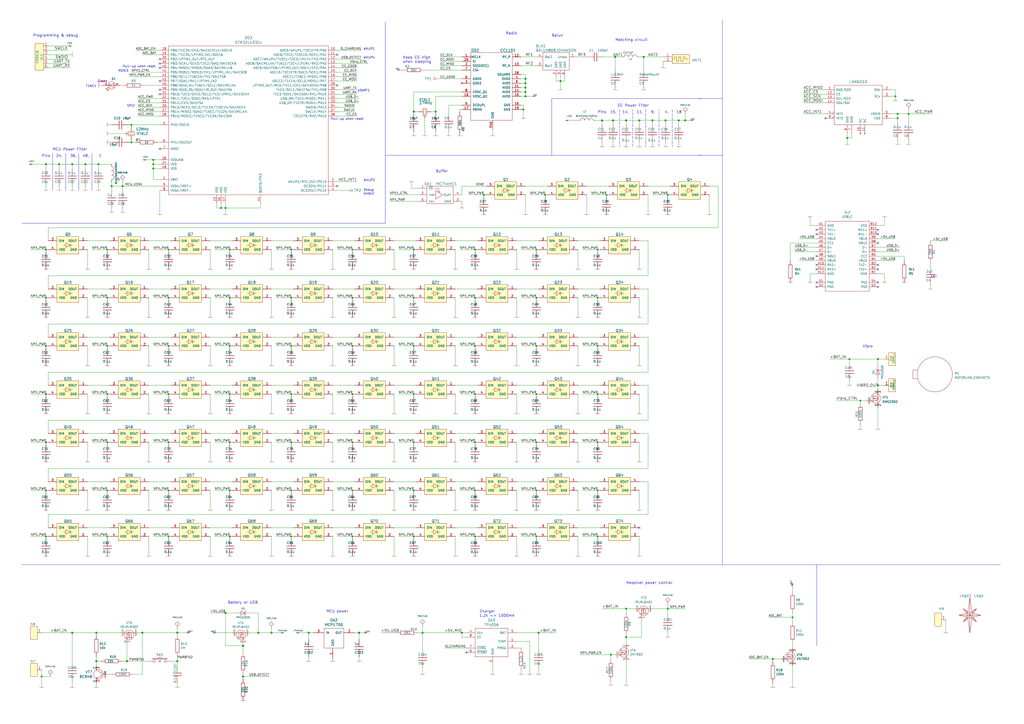
<source format=kicad_sch>
(kicad_sch (version 20220404) (generator eeschema)
  (paper "A2")
  (lib_symbols
    (symbol "Antennas_kl:ANT_PCB_MONO_2PIN" (pin_names (offset 1.016))
      (property "Reference" "ANT" (at -5.08 6.35 0))
      (property "Value" "ANT_PCB_MONO_2PIN" (at 1.27 3.81 0))
      (symbol "ANT_PCB_MONO_2PIN_1_1"
        (pin passive line (at -5.08 1.27 0) (length 5.08) (name "~") (number "1"))
        (pin passive line (at -5.08 -1.27 0) (length 5.08) (name "~") (number "2"))
      )
    )
    (symbol "BtnsSwitches:BUTTON_H" (pin_numbers hide) (pin_names (offset 1.016) hide)
      (property "Reference" "SW" (at -5.08 3.81 0))
      (property "Value" "BUTTON_H" (at 2.54 3.81 0))
      (symbol "BUTTON_H_0_1"
        (pin passive inverted (at -7.62 0 0) (length 5.08) (name "1") (number "1"))
        (pin passive inverted (at 7.62 0 180) (length 5.08) (name "2") (number "2"))
      )
      (symbol "BUTTON_H_1_1"
        (pin passive line (at 0 0 0) (length 0) (name "~") (number "H"))
      )
    )
    (symbol "Connectors_kl:CONN_1" (pin_names (offset 1.016) hide)
      (property "Reference" "XL" (at -1.27 0.254 90))
      (property "Value" "CONN_1" (at 0.254 0.508 90))
      (symbol "CONN_1_1_1"
        (pin passive line (at -5.08 0 0) (length 2.54) (name "P1") (number "1"))
      )
    )
    (symbol "Connectors_kl:CONN_6" (pin_names (offset 1.016))
      (property "Reference" "XL" (at -1.27 0 90))
      (property "Value" "CONN_6" (at 1.27 0 90))
      (symbol "CONN_6_1_1"
        (pin passive line (at -5.08 6.35 0) (length 2.54) (name "~") (number "1"))
        (pin passive line (at -5.08 3.81 0) (length 2.54) (name "~") (number "2"))
        (pin passive line (at -5.08 1.27 0) (length 2.54) (name "~") (number "3"))
        (pin passive line (at -5.08 -1.27 0) (length 2.54) (name "~") (number "4"))
        (pin passive line (at -5.08 -3.81 0) (length 2.54) (name "~") (number "5"))
        (pin passive line (at -5.08 -6.35 0) (length 2.54) (name "~") (number "6"))
      )
    )
    (symbol "Connectors_kl:USB_C" (pin_names (offset 1.016))
      (property "Reference" "XL" (at 5.08 21.59 0))
      (property "Value" "USB_C" (at -8.89 21.59 0))
      (symbol "USB_C_0_1"
        (pin passive line (at 17.78 -10.16 180) (length 5.08) (name "GND") (number "B1"))
        (pin passive line (at 17.78 12.7 180) (length 5.08) (name "RX1-") (number "B10"))
        (pin passive line (at 17.78 15.24 180) (length 5.08) (name "RX1+") (number "B11"))
        (pin passive line (at 17.78 17.78 180) (length 5.08) (name "GND") (number "B12"))
        (pin passive line (at 17.78 -7.62 180) (length 5.08) (name "TX2+") (number "B2"))
        (pin passive line (at 17.78 -5.08 180) (length 5.08) (name "TX2-") (number "B3"))
        (pin passive line (at 17.78 -2.54 180) (length 5.08) (name "VBUS") (number "B4"))
        (pin passive line (at 17.78 0 180) (length 5.08) (name "CC2") (number "B5"))
        (pin passive line (at 17.78 2.54 180) (length 5.08) (name "D+") (number "B6"))
        (pin passive line (at 17.78 5.08 180) (length 5.08) (name "D-") (number "B7"))
        (pin passive line (at 17.78 7.62 180) (length 5.08) (name "SBU2") (number "B8"))
        (pin passive line (at 17.78 10.16 180) (length 5.08) (name "VBUS") (number "B9"))
        (pin passive line (at 17.78 -17.78 180) (length 5.08) (name "PAD") (number "S3"))
        (pin passive line (at 17.78 -15.24 180) (length 5.08) (name "PAD") (number "S4"))
      )
      (symbol "USB_C_1_1"
        (pin passive line (at -17.78 17.78 0) (length 5.08) (name "GND") (number "A1"))
        (pin passive line (at -17.78 -5.08 0) (length 5.08) (name "RX2-") (number "A10"))
        (pin passive line (at -17.78 -7.62 0) (length 5.08) (name "RX2+") (number "A11"))
        (pin passive line (at -17.78 -10.16 0) (length 5.08) (name "GND") (number "A12"))
        (pin passive line (at -17.78 15.24 0) (length 5.08) (name "TX1+") (number "A2"))
        (pin passive line (at -17.78 12.7 0) (length 5.08) (name "TX1-") (number "A3"))
        (pin passive line (at -17.78 10.16 0) (length 5.08) (name "VBUS") (number "A4"))
        (pin passive line (at -17.78 7.62 0) (length 5.08) (name "CC1") (number "A5"))
        (pin passive line (at -17.78 5.08 0) (length 5.08) (name "D+") (number "A6"))
        (pin passive line (at -17.78 2.54 0) (length 5.08) (name "D-") (number "A7"))
        (pin passive line (at -17.78 0 0) (length 5.08) (name "SBU1") (number "A8"))
        (pin passive line (at -17.78 -2.54 0) (length 5.08) (name "VBUS") (number "A9"))
        (pin passive line (at -17.78 -15.24 0) (length 5.08) (name "PAD") (number "S1"))
        (pin passive line (at -17.78 -17.78 0) (length 5.08) (name "PAD") (number "S2"))
      )
    )
    (symbol "Power_kl:MCP1700" (pin_names (offset 1.016))
      (property "Reference" "DA" (at 3.81 7.62 0))
      (property "Value" "MCP1700" (at -5.08 7.62 0))
      (symbol "MCP1700_1_1"
        (pin passive line (at 0 -11.43 90) (length 6.35) (name "GND") (number "1"))
        (pin power_out line (at 12.7 3.81 180) (length 6.35) (name "OUT") (number "2"))
        (pin power_in line (at -11.43 3.81 0) (length 6.35) (name "IN") (number "3"))
      )
    )
    (symbol "Power_kl:TP4056" (pin_names (offset 1.016))
      (property "Reference" "DA" (at -7.62 10.16 0))
      (property "Value" "TP4056" (at 3.81 10.16 0))
      (symbol "TP4056_1_1"
        (pin passive line (at 13.97 1.27 180) (length 5.08) (name "TEMP") (number "1"))
        (pin passive line (at 13.97 -2.54 180) (length 5.08) (name "PROG") (number "2"))
        (pin power_in line (at 0 -12.7 90) (length 5.08) (name "GND") (number "3"))
        (pin power_in line (at -15.24 6.35 0) (length 5.08) (name "Vcc") (number "4"))
        (pin passive line (at 13.97 6.35 180) (length 5.08) (name "BAT") (number "5"))
        (pin passive line (at -15.24 -5.08 0) (length 5.08) (name "~{STDBY}") (number "6"))
        (pin passive line (at -15.24 -2.54 0) (length 5.08) (name "~{CHRG}") (number "7"))
        (pin passive line (at -15.24 3.81 0) (length 5.08) (name "CE") (number "8"))
      )
    )
    (symbol "RF_ICs:BALUN868JOHANSON" (pin_names (offset 1.016))
      (property "Reference" "BLN" (at -8.89 8.89 0))
      (property "Value" "BALUN868JOHANSON" (at 0 6.35 0))
      (symbol "BALUN868JOHANSON_1_1"
        (pin passive line (at 11.43 2.54 180) (length 3.81) (name "Unbal") (number "1"))
        (pin passive line (at 0 -8.89 90) (length 3.81) (name "GND") (number "2"))
        (pin passive line (at -11.43 -2.54 0) (length 3.81) (name "Bal1") (number "3"))
        (pin passive line (at -11.43 2.54 0) (length 3.81) (name "Bal2") (number "4"))
        (pin passive line (at 2.54 -8.89 90) (length 3.81) (name "GND") (number "5"))
        (pin passive line (at 5.08 -8.89 90) (length 3.81) (name "GND") (number "6"))
      )
    )
    (symbol "RF_ICs:CC1101" (pin_names (offset 1.016))
      (property "Reference" "DD" (at -11.43 20.32 0))
      (property "Value" "CC1101" (at 7.62 20.32 0))
      (symbol "CC1101_1_1"
        (pin passive clock (at -19.05 16.51 0) (length 5.08) (name "SCLK") (number "1"))
        (pin passive line (at -19.05 -6.35 0) (length 5.08) (name "XOSC_Q2") (number "10"))
        (pin power_in line (at 15.24 -1.27 180) (length 5.08) (name "AVDD") (number "11"))
        (pin output line (at 15.24 16.51 180) (length 5.08) (name "RF_P") (number "12"))
        (pin output line (at 15.24 11.43 180) (length 5.08) (name "RF_N") (number "13"))
        (pin power_in line (at 15.24 -3.81 180) (length 5.08) (name "AVDD") (number "14"))
        (pin power_in line (at 15.24 -6.35 180) (length 5.08) (name "AVDD") (number "15"))
        (pin power_in line (at 15.24 -11.43 180) (length 5.08) (name "GND") (number "16"))
        (pin passive line (at -19.05 -13.97 0) (length 5.08) (name "RBIAS") (number "17"))
        (pin passive line (at 15.24 6.35 180) (length 5.08) (name "DGUARD") (number "18"))
        (pin power_in line (at 15.24 -13.97 180) (length 5.08) (name "GND") (number "19"))
        (pin passive line (at -19.05 11.43 0) (length 5.08) (name "SO(GDO1)") (number "2"))
        (pin passive line (at -19.05 13.97 0) (length 5.08) (name "SI") (number "20"))
        (pin passive line (at -19.05 1.27 0) (length 5.08) (name "GDO2") (number "3"))
        (pin power_in line (at 15.24 3.81 180) (length 5.08) (name "DVDD") (number "4"))
        (pin passive line (at -19.05 -11.43 0) (length 5.08) (name "DCOUPL") (number "5"))
        (pin passive line (at -19.05 3.81 0) (length 5.08) (name "GDO0") (number "6"))
        (pin passive line (at -19.05 8.89 0) (length 5.08) (name "CSn") (number "7"))
        (pin passive line (at -19.05 -3.81 0) (length 5.08) (name "XOSC_Q1") (number "8"))
        (pin power_in line (at 15.24 1.27 180) (length 5.08) (name "AVDD") (number "9"))
        (pin power_in line (at -1.27 -25.4 90) (length 5.08) (name "GND") (number "PAD"))
      )
    )
    (symbol "Sensors:LSM6DS3" (pin_names (offset 1.016))
      (property "Value" "LSM6DS3" (at -7.62 12.7 0))
      (property "Price" "124" (at 13.97 17.78 0))
      (symbol "LSM6DS3_1_1"
        (pin passive line (at -19.05 8.89 0) (length 5.08) (name "SA0/SDO") (number "1"))
        (pin no_connect line (at 1.27 -16.51 90) (length 5.08) (name "NC") (number "10"))
        (pin no_connect line (at 3.81 -16.51 90) (length 5.08) (name "NC") (number "11"))
        (pin passive line (at -19.05 6.35 0) (length 5.08) (name "CS") (number "12"))
        (pin passive line (at -19.05 3.81 0) (length 5.08) (name "SCL/SCK") (number "13"))
        (pin passive line (at -19.05 1.27 0) (length 5.08) (name "SDA/SDI") (number "14"))
        (pin passive line (at 19.05 8.89 180) (length 5.08) (name "SDx") (number "2"))
        (pin passive line (at 19.05 5.08 180) (length 5.08) (name "SCx") (number "3"))
        (pin passive output_low (at -19.05 -5.08 0) (length 5.08) (name "INT1") (number "4"))
        (pin power_in line (at 19.05 -5.08 180) (length 5.08) (name "VDDIO") (number "5"))
        (pin power_in line (at -6.35 -16.51 90) (length 5.08) (name "GND") (number "6"))
        (pin power_in line (at -3.81 -16.51 90) (length 5.08) (name "GND") (number "7"))
        (pin power_in line (at 19.05 -7.62 180) (length 5.08) (name "VDD") (number "8"))
        (pin passive output_low (at -19.05 -7.62 0) (length 5.08) (name "INT2") (number "9"))
      )
    )
    (symbol "Tittar_kl:C" (pin_numbers hide) (pin_names (offset 0.254))
      (property "Reference" "C" (at -2.54 -2.54 0))
      (property "Value" "C" (at -2.54 2.54 0))
      (property "Voltage" "10V" (at 0 0 0))
      (symbol "C_1_1"
        (pin passive line (at 0 5.08 270) (length 4.318) (name "~") (number "1"))
        (pin passive line (at 0 -5.08 90) (length 4.318) (name "~") (number "2"))
      )
    )
    (symbol "Tittar_kl:CRYSTAL_H" (pin_numbers hide) (pin_names (offset 1.016) hide)
      (property "Reference" "XTAL" (at 0 6.985 0))
      (property "Value" "CRYSTAL_H" (at 0.635 5.08 0))
      (symbol "CRYSTAL_H_1_1"
        (pin passive line (at -3.81 0 0) (length 2.54) (name "1") (number "1"))
        (pin passive line (at 3.81 0 180) (length 2.54) (name "2") (number "2"))
        (pin passive line (at 0 -3.81 90) (length 1.27) (name "H") (number "H"))
      )
    )
    (symbol "Tittar_kl:D_Shottky" (pin_numbers hide) (pin_names (offset 1.016) hide)
      (property "Reference" "D" (at 0 2.54 0))
      (property "Value" "D_Shottky" (at 0 -2.54 0))
      (symbol "D_Shottky_1_1"
        (pin passive line (at -3.81 0 0) (length 2.54) (name "~") (number "A"))
        (pin passive line (at 3.81 0 180) (length 2.54) (name "~") (number "C"))
      )
    )
    (symbol "Tittar_kl:L" (pin_numbers hide) (pin_names (offset 1.016) hide)
      (property "Reference" "L" (at -2.54 -3.556 90))
      (property "Value" "L" (at -2.54 0 90))
      (symbol "L_1_1"
        (pin passive line (at 0 5.08 270) (length 1.27) (name "1") (number "1"))
        (pin passive line (at 0 -5.08 90) (length 1.27) (name "2") (number "2"))
      )
    )
    (symbol "Tittar_kl:LED" (pin_names (offset 1.016) hide)
      (property "Reference" "D" (at 2.54 3.556 0))
      (property "Value" "LED" (at -2.032 3.556 0))
      (property "Color" "Green" (at 0 -3.81 0))
      (symbol "LED_1_1"
        (pin passive line (at -5.08 0 0) (length 3.81) (name "A") (number "A"))
        (pin passive line (at 5.08 0 180) (length 3.81) (name "C") (number "C"))
      )
    )
    (symbol "Tittar_kl:LED_RGB_WS2812B_2020" (pin_names (offset 1.016))
      (property "Reference" "Q" (at -5.08 8.89 0))
      (property "Value" "LED_RGB_WS2812B_2020" (at 0 6.35 0))
      (symbol "LED_RGB_WS2812B_2020_1_1"
        (pin passive line (at 11.43 2.54 180) (length 5.08) (name "DOUT") (number "1"))
        (pin power_in line (at 11.43 -2.54 180) (length 5.08) (name "GND") (number "2"))
        (pin passive line (at -11.43 2.54 0) (length 5.08) (name "DIN") (number "3"))
        (pin power_in line (at -11.43 -2.54 0) (length 5.08) (name "VDD") (number "4"))
      )
    )
    (symbol "Tittar_kl:R" (pin_numbers hide) (pin_names (offset 0))
      (property "Reference" "R" (at 2.032 -3.81 90))
      (property "Value" "R" (at 0 0 90))
      (symbol "R_1_1"
        (pin passive line (at 0 6.35 270) (length 2.54) (name "~") (number "1"))
        (pin passive line (at 0 -6.35 90) (length 2.54) (name "~") (number "2"))
      )
    )
    (symbol "Transistors_kl:NPN" (pin_names (offset 0))
      (property "Reference" "Q" (at 5.08 1.27 0))
      (property "Value" "NPN" (at 6.35 -1.27 0))
      (symbol "NPN_1_1"
        (pin passive line (at -5.08 0 0) (length 2.54) (name "B") (number "1"))
        (pin passive line (at 1.27 -5.08 90) (length 2.54) (name "E") (number "2"))
        (pin passive line (at 1.27 5.08 270) (length 2.54) (name "C") (number "3"))
      )
    )
    (symbol "Transistors_kl:N_3PIN" (pin_names (offset 0))
      (property "Reference" "Q" (at 5.08 1.27 0))
      (property "Value" "N_3PIN" (at 10.16 -2.54 0))
      (symbol "N_3PIN_1_1"
        (pin passive line (at -5.08 1.27 0) (length 2.54) (name "G") (number "1"))
        (pin passive line (at 1.27 5.08 270) (length 2.54) (name "S") (number "2"))
        (pin passive line (at 1.27 -5.08 90) (length 2.54) (name "D") (number "3"))
      )
    )
    (symbol "Transistors_kl:P_3PIN" (pin_names (offset 0))
      (property "Reference" "Q" (at 3.81 -3.81 0))
      (property "Value" "P_3PIN" (at 0 5.08 0))
      (symbol "P_3PIN_1_1"
        (pin passive line (at -1.27 -5.08 90) (length 2.54) (name "G") (number "1"))
        (pin passive line (at -5.08 1.27 0) (length 2.54) (name "S") (number "2"))
        (pin passive line (at 5.08 1.27 180) (length 2.54) (name "D") (number "3"))
      )
    )
    (symbol "pcb_details:Logo" (pin_names (offset 1.016))
      (property "Reference" "Logo" (at -2.54 11.43 0))
      (property "Value" "Logo" (at 5.08 11.43 0))
    )
    (symbol "pcb_details:MOTOR_NO_CONTACTS" (pin_names (offset 1.016))
      (property "Reference" "M" (at -12.7 13.97 0))
      (property "Value" "MOTOR_NO_CONTACTS" (at -2.54 11.43 0))
    )
    (symbol "pcb_details:TESTPOINT" (pin_numbers hide) (pin_names (offset 1.016))
      (property "Reference" "TP" (at -5.715 0 0))
      (symbol "TESTPOINT_1_1"
        (pin passive line (at 0 0 180) (length 1.27) (name "~") (number "1"))
      )
    )
    (symbol "power:+3v3" (power) (pin_names (offset 0))
      (property "Value" "+3v3" (at 3.81 0 0))
      (symbol "+3v3_0_0"
        (pin power_in line (at 0 0 90) (length 0) hide (name "+3v3") (number "1"))
      )
    )
    (symbol "power:+BATT" (power) (pin_names (offset 0))
      (property "Value" "+BATT" (at 2.032 0.762 0))
      (symbol "+BATT_0_0"
        (pin power_in line (at 0 0 90) (length 0) hide (name "+BATT") (number "1"))
      )
    )
    (symbol "power:+PwrUnst" (power) (pin_names (offset 0))
      (property "Value" "+PwrUnst" (at 2.032 0.762 0))
      (symbol "+PwrUnst_0_0"
        (pin power_in line (at 0 0 90) (length 0) hide (name "+PwrUnst") (number "1"))
      )
    )
    (symbol "power:GND" (power) (pin_names (offset 0.254))
      (symbol "GND_1_1"
        (pin power_in line (at 0 0 270) (length 0) hide (name "GND") (number "1"))
      )
    )
    (symbol "power:PWR_FLAG" (power) (pin_numbers hide) (pin_names (offset 0) hide)
      (property "Value" "PWR_FLAG" (at 0 5.08 0))
      (symbol "PWR_FLAG_0_0"
        (pin power_out line (at 0 0 90) (length 0) (name "pwr") (number "1"))
      )
    )
    (symbol "power:VCC" (power) (pin_names (offset 0))
      (property "Value" "VCC" (at 1.778 0.762 0))
      (symbol "VCC_0_0"
        (pin power_in line (at 0 0 90) (length 0) hide (name "VCC") (number "1"))
      )
    )
    (symbol "st_kl:STM32L433Cx" (pin_names (offset 1.016))
      (property "Reference" "DD" (at -19.05 35.56 0))
      (property "Value" "STM32L433Cx" (at 10.16 35.56 0))
      (symbol "STM32L433Cx_1_1"
        (pin power_in line (at -50.8 -43.18 0) (length 5.08) (name "VBAT") (number "1"))
        (pin passive line (at 52.07 31.75 180) (length 5.08) (name "ADC5/WKUP1/T2C1ETR/PA0") (number "10"))
        (pin passive line (at 52.07 29.21 180) (length 5.08) (name "ADC6/T2C2/T15C1N/SCK1/PA1") (number "11"))
        (pin passive line (at 52.07 26.67 180) (length 5.08) (name "ADC7/WKUP4/T15C1/T2C3/LP1TX/TX2/PA2") (number "12"))
        (pin passive line (at 52.07 24.13 180) (length 5.08) (name "ADC8/SAI1MCLKA/T15C2/T2C4/LP1RX/RX2/PA3") (number "13"))
        (pin passive line (at 52.07 21.59 180) (length 5.08) (name "ADC9/SAI1FSB/LPTIM2_OUT/DAC1/CK2/PA4") (number "14"))
        (pin passive line (at 52.07 19.05 180) (length 5.08) (name "ADC10/T2C1ETR/DAC2/SCK1/PA5") (number "15"))
        (pin passive line (at 52.07 16.51 180) (length 5.08) (name "ADC11/T16C1/MISO1/PA6") (number "16"))
        (pin passive line (at 52.07 13.97 180) (length 5.08) (name "ADC12/T1C1N/SCL3/MOSI1/PA7") (number "17"))
        (pin passive line (at -50.8 31.75 0) (length 5.08) (name "PB0/T1C2N/CK3/SAI1EXTCLK/ADC15") (number "18"))
        (pin passive line (at -50.8 29.21 0) (length 5.08) (name "PB1/T1C3N/LPTIM2_IN1/ADC16") (number "19"))
        (pin passive line (at 52.07 -44.45 180) (length 5.08) (name "WKUP2/RTC_OUT/PC13") (number "2"))
        (pin passive line (at -50.8 26.67 0) (length 5.08) (name "PB2/LPTIM1_OUT/RTC_OUT") (number "20"))
        (pin passive line (at -50.8 6.35 0) (length 5.08) (name "PB10/T2C3/SCK2/SCL2/TX3/LPRX1/SAI1SCKA") (number "21"))
        (pin passive line (at -50.8 3.81 0) (length 5.08) (name "PB11/T2C4/SDA2/RX3/LPTX1") (number "22"))
        (pin power_in line (at -17.78 -57.15 90) (length 5.08) (name "VSS") (number "23"))
        (pin power_in line (at -50.8 -34.29 0) (length 5.08) (name "VDD") (number "24"))
        (pin passive line (at -50.8 1.27 0) (length 5.08) (name "PB12/CK3/SAI1FSA") (number "25"))
        (pin passive line (at -50.8 -1.27 0) (length 5.08) (name "PB13/SCK2/SCL2/T1C1N/T15C1N/SAI1SCKA") (number "26"))
        (pin passive line (at -50.8 -3.81 0) (length 5.08) (name "PB14/MISO2/SDA2/T15C1/T1C2N/SAI1MCLKA") (number "27"))
        (pin passive line (at -50.8 -6.35 0) (length 5.08) (name "PB15/MOSI2/T15C2/T1C3N/SAI1SDA") (number "28"))
        (pin passive line (at 52.07 11.43 180) (length 5.08) (name "LPTIM2_OUT/MCO/T1C1/CK1/SAI1SCKA/PA8") (number "29"))
        (pin passive line (at 52.07 -46.99 180) (length 5.08) (name "OC32IN/PC14") (number "3"))
        (pin passive line (at 52.07 8.89 180) (length 5.08) (name "T1C2/SCL1/SAI1FSA/TX1/PA9") (number "30"))
        (pin passive line (at 52.07 6.35 180) (length 5.08) (name "T1C3/SDA1/SAI1SDA/RX1/PA10") (number "31"))
        (pin passive line (at 52.07 3.81 180) (length 5.08) (name "USB_DM/T1C4/MISO1/PA11") (number "32"))
        (pin passive line (at 52.07 1.27 180) (length 5.08) (name "USB_DP/T1ETR/MOSI1/PA12") (number "33"))
        (pin passive line (at 52.07 -1.27 180) (length 5.08) (name "SWDIO/PA13") (number "34"))
        (pin power_in line (at -15.24 -57.15 90) (length 5.08) (name "VSS") (number "35"))
        (pin power_in line (at -50.8 -31.75 0) (length 5.08) (name "VDDUSB") (number "36"))
        (pin passive line (at 52.07 -3.81 180) (length 5.08) (name "SWCLK/PA14") (number "37"))
        (pin passive line (at 52.07 -6.35 180) (length 5.08) (name "T2C1ETR/RX2/PA15") (number "38"))
        (pin passive line (at -50.8 24.13 0) (length 5.08) (name "PB3/SCK1/SCK3/T2C2/SWO/SAI1SCKB") (number "39"))
        (pin passive line (at 52.07 -49.53 180) (length 5.08) (name "OC32OUT/PC15") (number "4"))
        (pin passive line (at -50.8 21.59 0) (length 5.08) (name "PB4/MISO1/MISO3/SDA3/SAI1MCLKB") (number "40"))
        (pin passive line (at -50.8 19.05 0) (length 5.08) (name "PB5/MOSI1/MOSI3/CK1/LPTIM1_IN1/SAI1SDB") (number "41"))
        (pin passive line (at -50.8 16.51 0) (length 5.08) (name "PB6/SCL1/T16C1N/TX1/SAI1FSB") (number "42"))
        (pin passive line (at -50.8 13.97 0) (length 5.08) (name "PB7/SDA1/RX1/LPTIM1_IN2") (number "43"))
        (pin passive line (at 7.62 -57.15 90) (length 5.08) (name "BOOT0/PH3") (number "44"))
        (pin passive line (at -50.8 11.43 0) (length 5.08) (name "PB8/SDIO_D4/T16C1/SCL1/SAI1MCLKA") (number "45"))
        (pin passive line (at -50.8 8.89 0) (length 5.08) (name "PB9/SDIO_D5/SDA1/IR_OUT/SAI1FSA") (number "46"))
        (pin power_in line (at -12.7 -57.15 90) (length 5.08) (name "VSS") (number "47"))
        (pin power_in line (at -50.8 -36.83 0) (length 5.08) (name "VDD") (number "48"))
        (pin passive line (at -50.8 -11.43 0) (length 5.08) (name "PH0/OSCIN") (number "5"))
        (pin passive line (at -50.8 -21.59 0) (length 5.08) (name "PH1/OSCOUT") (number "6"))
        (pin passive line (at -50.8 -25.4 0) (length 5.08) (name "NRST") (number "7"))
        (pin power_in line (at -50.8 -49.53 0) (length 5.08) (name "VSSA/VREF-") (number "8"))
        (pin power_in line (at -50.8 -46.99 0) (length 5.08) (name "VDDA/VREF+") (number "9"))
      )
    )
    (symbol "standard_logic:1xBUF_W3STATE" (pin_names (offset 1.016))
      (property "Reference" "DA" (at -5.715 6.35 0))
      (property "Value" "1xBUF_W3STATE" (at 5.08 6.35 0))
      (symbol "1xBUF_W3STATE_1_1"
        (pin passive line (at -11.43 3.81 0) (length 5.08) (name "~{OE}") (number "1"))
        (pin passive line (at -11.43 0 0) (length 5.08) (name "InA") (number "2"))
        (pin power_in line (at 13.97 -3.81 180) (length 5.08) (name "GND") (number "3"))
        (pin passive line (at 13.97 0 180) (length 5.08) (name "OutY") (number "4"))
        (pin power_in line (at -11.43 -3.81 0) (length 5.08) (name "Vcc") (number "5"))
      )
    )
  )
  (junction (at 204.47 256.54))
  (junction (at 82.55 367.03) (diameter 1.016))
  (junction (at 149.86 367.03) (diameter 1.016))
  (junction (at 275.59 172.72))
  (junction (at 509.27 223.52))
  (junction (at 312.42 367.03) (diameter 1.016))
  (junction (at 73.66 383.54) (diameter 1.016))
  (junction (at 275.59 256.54))
  (junction (at 102.87 383.54) (diameter 1.016))
  (junction (at 311.15 256.54))
  (junction (at 97.79 256.54))
  (junction (at 130.81 120.65))
  (junction (at 267.97 367.03))
  (junction (at 520.7 66.04))
  (junction (at 280.67 113.03))
  (junction (at 393.7 69.85) (diameter 1.016))
  (junction (at 62.23 144.78))
  (junction (at 311.15 311.15))
  (junction (at 349.25 69.85) (diameter 1.016))
  (junction (at 26.67 200.66))
  (junction (at 363.22 369.57))
  (junction (at 168.91 172.72))
  (junction (at 387.35 113.03))
  (junction (at 26.67 311.15))
  (junction (at 24.13 392.43))
  (junction (at 304.8 48.26) (diameter 1.016))
  (junction (at 76.2 82.55))
  (junction (at 55.88 367.03) (diameter 1.016))
  (junction (at 240.03 228.6))
  (junction (at 168.91 311.15))
  (junction (at 26.67 256.54))
  (junction (at 55.88 383.54) (diameter 1.016))
  (junction (at 26.67 284.48))
  (junction (at 26.67 144.78))
  (junction (at 62.23 172.72))
  (junction (at 208.28 367.03) (diameter 1.016))
  (junction (at 204.47 228.6))
  (junction (at 71.12 107.95))
  (junction (at 168.91 284.48))
  (junction (at 26.67 228.6))
  (junction (at 275.59 311.15))
  (junction (at 204.47 284.48))
  (junction (at 130.81 355.6) (diameter 1.016))
  (junction (at 204.47 144.78))
  (junction (at 102.87 367.03) (diameter 1.016))
  (junction (at 397.51 69.85) (diameter 1.016))
  (junction (at 448.31 382.27))
  (junction (at 311.15 172.72))
  (junction (at 133.35 172.72))
  (junction (at 370.84 69.85) (diameter 1.016))
  (junction (at 168.91 228.6))
  (junction (at 346.71 284.48))
  (junction (at 41.91 367.03) (diameter 1.016))
  (junction (at 62.23 200.66))
  (junction (at 62.23 228.6))
  (junction (at 304.8 50.8) (diameter 1.016))
  (junction (at 88.9 97.79))
  (junction (at 346.71 311.15))
  (junction (at 252.73 64.77) (diameter 1.016))
  (junction (at 240.03 256.54))
  (junction (at 204.47 172.72))
  (junction (at 240.03 200.66))
  (junction (at 373.38 33.02) (diameter 1.016))
  (junction (at 492.76 208.28))
  (junction (at 128.27 120.65))
  (junction (at 275.59 284.48))
  (junction (at 311.15 228.6))
  (junction (at 157.48 367.03) (diameter 1.016))
  (junction (at 204.47 311.15))
  (junction (at 64.77 107.95))
  (junction (at 133.35 144.78))
  (junction (at 41.91 95.25))
  (junction (at 520.7 68.58))
  (junction (at 459.74 358.14))
  (junction (at 179.07 367.03) (diameter 1.016))
  (junction (at 354.33 379.73))
  (junction (at 240.03 172.72))
  (junction (at 97.79 311.15))
  (junction (at 346.71 172.72))
  (junction (at 363.22 69.85) (diameter 1.016))
  (junction (at 386.08 69.85) (diameter 1.016))
  (junction (at 168.91 200.66))
  (junction (at 378.46 69.85) (diameter 1.016))
  (junction (at 76.2 72.39))
  (junction (at 527.05 66.04))
  (junction (at 304.8 53.34) (diameter 1.016))
  (junction (at 304.8 55.88) (diameter 1.016))
  (junction (at 97.79 172.72))
  (junction (at 240.03 284.48))
  (junction (at 240.03 144.78))
  (junction (at 311.15 200.66))
  (junction (at 140.97 374.65) (diameter 1.016))
  (junction (at 49.53 95.25))
  (junction (at 34.29 95.25))
  (junction (at 311.15 144.78))
  (junction (at 355.6 69.85) (diameter 1.016))
  (junction (at 363.22 353.06))
  (junction (at 519.43 55.88))
  (junction (at 97.79 200.66))
  (junction (at 133.35 200.66))
  (junction (at 88.9 95.25))
  (junction (at 133.35 284.48))
  (junction (at 97.79 228.6))
  (junction (at 168.91 144.78))
  (junction (at 133.35 256.54))
  (junction (at 62.23 256.54))
  (junction (at 240.03 64.77) (diameter 1.016))
  (junction (at 346.71 228.6))
  (junction (at 346.71 144.78))
  (junction (at 168.91 256.54))
  (junction (at 133.35 311.15))
  (junction (at 304.8 45.72) (diameter 1.016))
  (junction (at 346.71 256.54))
  (junction (at 245.11 367.03) (diameter 1.016))
  (junction (at 26.67 95.25))
  (junction (at 97.79 144.78))
  (junction (at 499.11 232.41))
  (junction (at 387.35 353.06))
  (junction (at 275.59 200.66))
  (junction (at 275.59 228.6))
  (junction (at 325.12 46.99) (diameter 1.016))
  (junction (at 57.15 95.25))
  (junction (at 346.71 200.66))
  (junction (at 240.03 311.15))
  (junction (at 509.27 208.28))
  (junction (at 97.79 284.48))
  (junction (at 204.47 200.66))
  (junction (at 351.79 113.03))
  (junction (at 140.97 392.43))
  (junction (at 133.35 228.6))
  (junction (at 311.15 284.48))
  (junction (at 316.23 113.03))
  (junction (at 356.87 33.02) (diameter 1.016))
  (junction (at 62.23 284.48))
  (junction (at 26.67 172.72))
  (junction (at 303.53 63.5) (diameter 1.016))
  (junction (at 88.9 92.71))
  (junction (at 62.23 311.15))
  (junction (at 275.59 144.78))
  (junction (at 491.49 80.01))
  (no_connect (at 509.27 163.83))
  (no_connect (at 509.27 133.35))
  (no_connect (at 370.84 306.07))
  (no_connect (at 195.58 107.95))
  (no_connect (at 473.71 135.89))
  (no_connect (at 92.71 34.29))
  (no_connect (at 473.71 156.21))
  (no_connect (at 92.71 46.99))
  (no_connect (at 509.27 153.67))
  (no_connect (at 270.51 378.46))
  (no_connect (at 92.71 54.61))
  (no_connect (at 267.97 48.26))
  (no_connect (at 195.58 31.75))
  (no_connect (at 92.71 383.54))
  (no_connect (at 195.58 49.53))
  (no_connect (at 509.27 140.97))
  (no_connect (at 473.71 133.35))
  (no_connect (at 509.27 156.21))
  (no_connect (at 92.71 39.37))
  (no_connect (at 509.27 135.89))
  (no_connect (at 92.71 36.83))
  (no_connect (at 92.71 52.07))
  (no_connect (at 473.71 153.67))
  (no_connect (at 473.71 166.37))
  (no_connect (at 478.79 68.58))
  (no_connect (at 473.71 163.83))
  (no_connect (at 92.71 86.36))
  (no_connect (at 509.27 166.37))
  (no_connect (at 473.71 148.59))
  (wire (pts (xy 370.84 69.85) (xy 378.46 69.85)))
  (wire (pts (xy 346.71 200.66) (xy 347.98 200.66)))
  (wire (pts (xy 213.36 36.83) (xy 195.58 36.83)))
  (wire (pts (xy 299.72 256.54) (xy 299.72 267.97)))
  (wire (pts (xy 335.28 251.46) (xy 347.98 251.46)))
  (wire (pts (xy 466.09 57.15) (xy 478.79 57.15)))
  (wire (pts (xy 513.08 130.81) (xy 509.27 130.81)))
  (wire (pts (xy 275.59 228.6) (xy 275.59 229.87)))
  (wire (pts (xy 264.16 167.64) (xy 276.86 167.64)))
  (wire (pts (xy 85.09 92.71) (xy 88.9 92.71)))
  (wire (pts (xy 102.87 364.49) (xy 102.87 367.03)))
  (wire (pts (xy 372.11 359.41) (xy 372.11 369.57)))
  (wire (pts (xy 77.47 391.16) (xy 82.55 391.16)))
  (wire (pts (xy 27.94 271.78) (xy 375.92 271.78)))
  (wire (pts (xy 80.01 62.23) (xy 92.71 62.23)))
  (wire (pts (xy 370.84 82.55) (xy 370.84 85.09)))
  (wire (pts (xy 340.36 107.95) (xy 353.06 107.95)))
  (wire (pts (xy 299.72 167.64) (xy 312.42 167.64)))
  (wire (pts (xy 275.59 311.15) (xy 275.59 312.42)))
  (wire (pts (xy 204.47 200.66) (xy 204.47 201.93)))
  (wire (pts (xy 26.67 97.79) (xy 26.67 95.25)))
  (wire (pts (xy 160.02 144.78) (xy 168.91 144.78)))
  (wire (pts (xy 62.23 172.72) (xy 63.5 172.72)))
  (wire (pts (xy 50.8 167.64) (xy 63.5 167.64)))
  (wire (pts (xy 302.26 53.34) (xy 304.8 53.34)))
  (wire (pts (xy 264.16 256.54) (xy 264.16 267.97)))
  (wire (pts (xy 355.6 69.85) (xy 363.22 69.85)))
  (wire (pts (xy 311.15 228.6) (xy 311.15 229.87)))
  (wire (pts (xy 62.23 200.66) (xy 62.23 201.93)))
  (wire (pts (xy 97.79 200.66) (xy 97.79 201.93)))
  (wire (pts (xy 193.04 279.4) (xy 205.74 279.4)))
  (wire (pts (xy 387.35 113.03) (xy 387.35 114.3)))
  (wire (pts (xy 160.02 172.72) (xy 168.91 172.72)))
  (wire (pts (xy 492.76 208.28) (xy 509.27 208.28)))
  (wire (pts (xy 26.67 256.54) (xy 27.94 256.54)))
  (wire (pts (xy 86.36 306.07) (xy 99.06 306.07)))
  (wire (pts (xy 121.92 256.54) (xy 121.92 267.97)))
  (wire (pts (xy 97.79 144.78) (xy 97.79 146.05)))
  (wire (pts (xy 133.35 172.72) (xy 133.35 173.99)))
  (wire (pts (xy 316.23 113.03) (xy 317.5 113.03)))
  (wire (pts (xy 97.79 284.48) (xy 97.79 285.75)))
  (wire (pts (xy 240.03 311.15) (xy 241.3 311.15)))
  (wire (pts (xy 299.72 200.66) (xy 299.72 212.09)))
  (wire (pts (xy 17.78 144.78) (xy 26.67 144.78)))
  (wire (pts (xy 121.92 144.78) (xy 121.92 156.21)))
  (wire (pts (xy 520.7 66.04) (xy 520.7 68.58)))
  (wire (pts (xy 55.88 398.78) (xy 55.88 396.24)))
  (wire (pts (xy 242.57 367.03) (xy 245.11 367.03)))
  (wire (pts (xy 97.79 228.6) (xy 99.06 228.6)))
  (wire (pts (xy 97.79 284.48) (xy 99.06 284.48)))
  (wire (pts (xy 264.16 172.72) (xy 264.16 184.15)))
  (wire (pts (xy 204.47 172.72) (xy 204.47 173.99)))
  (wire (pts (xy 240.03 200.66) (xy 241.3 200.66)))
  (wire (pts (xy 285.75 74.93) (xy 285.75 78.74)))
  (wire (pts (xy 270.51 369.57) (xy 267.97 369.57)))
  (wire (pts (xy 168.91 200.66) (xy 170.18 200.66)))
  (wire (pts (xy 49.53 95.25) (xy 57.15 95.25)))
  (wire (pts (xy 494.03 77.47) (xy 494.03 80.01)))
  (wire (pts (xy 346.71 311.15) (xy 346.71 312.42)))
  (wire (pts (xy 195.58 62.23) (xy 205.74 62.23)))
  (wire (pts (xy 204.47 228.6) (xy 204.47 229.87)))
  (wire (pts (xy 133.35 311.15) (xy 134.62 311.15)))
  (wire (pts (xy 302.26 33.02) (xy 311.15 33.02)))
  (wire (pts (xy 299.72 367.03) (xy 312.42 367.03)))
  (wire (pts (xy 97.79 172.72) (xy 99.06 172.72)))
  (polyline (pts (xy 320.04 90.17) (xy 320.04 57.15)))
  (wire (pts (xy 370.84 311.15) (xy 370.84 322.58)))
  (wire (pts (xy 121.92 311.15) (xy 121.92 322.58)))
  (wire (pts (xy 133.35 311.15) (xy 133.35 312.42)))
  (wire (pts (xy 302.26 284.48) (xy 311.15 284.48)))
  (wire (pts (xy 57.15 95.25) (xy 64.77 95.25)))
  (wire (pts (xy 88.9 95.25) (xy 88.9 92.71)))
  (wire (pts (xy 337.82 311.15) (xy 346.71 311.15)))
  (wire (pts (xy 378.46 353.06) (xy 387.35 353.06)))
  (wire (pts (xy 64.77 107.95) (xy 64.77 110.49)))
  (wire (pts (xy 193.04 139.7) (xy 205.74 139.7)))
  (wire (pts (xy 384.81 35.56) (xy 384.81 39.37)))
  (wire (pts (xy 208.28 367.03) (xy 210.82 367.03)))
  (wire (pts (xy 228.6 279.4) (xy 241.3 279.4)))
  (wire (pts (xy 245.11 367.03) (xy 267.97 367.03)))
  (wire (pts (xy 133.35 200.66) (xy 134.62 200.66)))
  (wire (pts (xy 242.57 109.22) (xy 238.76 109.22)))
  (wire (pts (xy 260.35 60.96) (xy 260.35 66.04)))
  (wire (pts (xy 26.67 228.6) (xy 27.94 228.6)))
  (wire (pts (xy 448.31 382.27) (xy 448.31 383.54)))
  (wire (pts (xy 375.92 187.96) (xy 375.92 167.64)))
  (wire (pts (xy 24.13 392.43) (xy 29.21 392.43)))
  (wire (pts (xy 50.8 144.78) (xy 50.8 156.21)))
  (wire (pts (xy 130.81 355.6) (xy 137.16 355.6)))
  (wire (pts (xy 275.59 228.6) (xy 276.86 228.6)))
  (wire (pts (xy 397.51 69.85) (xy 400.05 69.85)))
  (wire (pts (xy 355.6 82.55) (xy 355.6 85.09)))
  (wire (pts (xy 26.67 256.54) (xy 26.67 257.81)))
  (wire (pts (xy 342.9 113.03) (xy 351.79 113.03)))
  (wire (pts (xy 133.35 256.54) (xy 134.62 256.54)))
  (wire (pts (xy 100.33 383.54) (xy 102.87 383.54)))
  (wire (pts (xy 327.66 46.99) (xy 327.66 44.45)))
  (wire (pts (xy 76.2 72.39) (xy 74.93 72.39)))
  (wire (pts (xy 513.08 158.75) (xy 509.27 158.75)))
  (wire (pts (xy 92.71 67.31) (xy 80.01 67.31)))
  (wire (pts (xy 17.78 256.54) (xy 26.67 256.54)))
  (wire (pts (xy 97.79 256.54) (xy 97.79 257.81)))
  (wire (pts (xy 62.23 284.48) (xy 62.23 285.75)))
  (wire (pts (xy 302.26 172.72) (xy 311.15 172.72)))
  (wire (pts (xy 304.8 107.95) (xy 317.5 107.95)))
  (wire (pts (xy 151.13 120.65) (xy 151.13 118.11)))
  (wire (pts (xy 27.94 271.78) (xy 27.94 279.4)))
  (wire (pts (xy 266.7 200.66) (xy 275.59 200.66)))
  (wire (pts (xy 337.82 256.54) (xy 346.71 256.54)))
  (wire (pts (xy 76.2 82.55) (xy 78.74 82.55)))
  (wire (pts (xy 539.75 152.4) (xy 539.75 154.94)))
  (polyline (pts (xy 367.03 85.09) (xy 367.03 63.5)) (stroke (width 0) (type dash)))
  (wire (pts (xy 204.47 256.54) (xy 204.47 257.81)))
  (wire (pts (xy 193.04 306.07) (xy 205.74 306.07)))
  (wire (pts (xy 245.11 391.16) (xy 245.11 387.35)))
  (wire (pts (xy 351.79 113.03) (xy 353.06 113.03)))
  (wire (pts (xy 375.92 298.45) (xy 375.92 279.4)))
  (wire (pts (xy 311.15 284.48) (xy 311.15 285.75)))
  (wire (pts (xy 220.98 367.03) (xy 229.87 367.03)))
  (wire (pts (xy 499.11 248.92) (xy 499.11 246.38)))
  (wire (pts (xy 346.71 311.15) (xy 347.98 311.15)))
  (wire (pts (xy 121.92 195.58) (xy 134.62 195.58)))
  (wire (pts (xy 325.12 44.45) (xy 325.12 46.99)))
  (wire (pts (xy 238.76 109.22) (xy 238.76 105.41)))
  (wire (pts (xy 26.67 311.15) (xy 26.67 312.42)))
  (wire (pts (xy 160.02 311.15) (xy 168.91 311.15)))
  (wire (pts (xy 335.28 195.58) (xy 347.98 195.58)))
  (wire (pts (xy 168.91 284.48) (xy 170.18 284.48)))
  (wire (pts (xy 485.14 232.41) (xy 499.11 232.41)))
  (wire (pts (xy 86.36 139.7) (xy 99.06 139.7)))
  (wire (pts (xy 375.92 139.7) (xy 370.84 139.7)))
  (wire (pts (xy 481.33 208.28) (xy 492.76 208.28)))
  (wire (pts (xy 340.36 113.03) (xy 340.36 124.46)))
  (wire (pts (xy 240.03 64.77) (xy 240.03 66.04)))
  (wire (pts (xy 370.84 200.66) (xy 370.84 212.09)))
  (wire (pts (xy 240.03 228.6) (xy 241.3 228.6)))
  (wire (pts (xy 26.67 311.15) (xy 27.94 311.15)))
  (wire (pts (xy 346.71 284.48) (xy 347.98 284.48)))
  (wire (pts (xy 335.28 223.52) (xy 347.98 223.52)))
  (wire (pts (xy 473.71 151.13) (xy 463.55 151.13)))
  (wire (pts (xy 27.94 26.67) (xy 39.37 26.67)))
  (wire (pts (xy 257.81 375.92) (xy 270.51 375.92)))
  (wire (pts (xy 86.36 284.48) (xy 86.36 295.91)))
  (wire (pts (xy 53.34 228.6) (xy 62.23 228.6)))
  (polyline (pts (xy 405.13 90.17) (xy 419.1 90.17)))
  (polyline (pts (xy 473.71 327.66) (xy 473.71 374.65)))
  (wire (pts (xy 499.11 232.41) (xy 499.11 233.68)))
  (wire (pts (xy 228.6 228.6) (xy 228.6 240.03)))
  (wire (pts (xy 469.9 125.73) (xy 469.9 130.81)))
  (wire (pts (xy 50.8 200.66) (xy 50.8 212.09)))
  (wire (pts (xy 356.87 33.02) (xy 360.68 33.02)))
  (wire (pts (xy 86.36 223.52) (xy 99.06 223.52)))
  (wire (pts (xy 459.74 360.68) (xy 459.74 358.14)))
  (wire (pts (xy 240.03 200.66) (xy 240.03 201.93)))
  (wire (pts (xy 157.48 195.58) (xy 170.18 195.58)))
  (polyline (pts (xy 320.04 57.15) (xy 406.4 57.15)))
  (wire (pts (xy 26.67 284.48) (xy 27.94 284.48)))
  (wire (pts (xy 246.38 68.58) (xy 246.38 78.74)))
  (wire (pts (xy 62.23 200.66) (xy 63.5 200.66)))
  (wire (pts (xy 157.48 200.66) (xy 157.48 212.09)))
  (wire (pts (xy 302.26 63.5) (xy 303.53 63.5)))
  (wire (pts (xy 387.35 350.52) (xy 387.35 353.06)))
  (wire (pts (xy 370.84 33.02) (xy 373.38 33.02)))
  (wire (pts (xy 74.93 82.55) (xy 76.2 82.55)))
  (wire (pts (xy 231.14 144.78) (xy 240.03 144.78)))
  (wire (pts (xy 92.71 124.46) (xy 92.71 110.49)))
  (wire (pts (xy 346.71 256.54) (xy 346.71 257.81)))
  (wire (pts (xy 59.69 49.53) (xy 57.15 49.53)))
  (wire (pts (xy 473.71 138.43) (xy 463.55 138.43)))
  (wire (pts (xy 478.79 59.69) (xy 466.09 59.69)))
  (wire (pts (xy 240.03 284.48) (xy 240.03 285.75)))
  (wire (pts (xy 375.92 107.95) (xy 388.62 107.95)))
  (wire (pts (xy 193.04 251.46) (xy 205.74 251.46)))
  (wire (pts (xy 228.6 172.72) (xy 228.6 184.15)))
  (wire (pts (xy 299.72 223.52) (xy 312.42 223.52)))
  (wire (pts (xy 209.55 29.21) (xy 195.58 29.21)))
  (wire (pts (xy 71.12 49.53) (xy 69.85 49.53)))
  (wire (pts (xy 50.8 139.7) (xy 63.5 139.7)))
  (wire (pts (xy 275.59 172.72) (xy 276.86 172.72)))
  (wire (pts (xy 64.77 82.55) (xy 62.23 82.55)))
  (wire (pts (xy 157.48 367.03) (xy 162.56 367.03)))
  (wire (pts (xy 509.27 208.28) (xy 509.27 212.09)))
  (wire (pts (xy 17.78 200.66) (xy 26.67 200.66)))
  (wire (pts (xy 207.01 52.07) (xy 195.58 52.07)))
  (wire (pts (xy 88.9 104.14) (xy 88.9 97.79)))
  (wire (pts (xy 335.28 167.64) (xy 347.98 167.64)))
  (wire (pts (xy 267.97 369.57) (xy 267.97 367.03)))
  (wire (pts (xy 346.71 144.78) (xy 347.98 144.78)))
  (wire (pts (xy 78.74 29.21) (xy 92.71 29.21)))
  (wire (pts (xy 275.59 284.48) (xy 275.59 285.75)))
  (wire (pts (xy 254 45.72) (xy 267.97 45.72)))
  (wire (pts (xy 459.74 340.36) (xy 459.74 342.9)))
  (wire (pts (xy 92.71 57.15) (xy 80.01 57.15)))
  (wire (pts (xy 264.16 228.6) (xy 264.16 240.03)))
  (wire (pts (xy 26.67 172.72) (xy 27.94 172.72)))
  (wire (pts (xy 82.55 391.16) (xy 82.55 367.03)))
  (wire (pts (xy 311.15 228.6) (xy 312.42 228.6)))
  (wire (pts (xy 228.6 311.15) (xy 228.6 322.58)))
  (wire (pts (xy 458.47 140.97) (xy 473.71 140.97)))
  (wire (pts (xy 252.73 76.2) (xy 252.73 78.74)))
  (wire (pts (xy 27.94 215.9) (xy 27.94 223.52)))
  (wire (pts (xy 520.7 81.28) (xy 520.7 83.82)))
  (wire (pts (xy 411.48 113.03) (xy 411.48 124.46)))
  (wire (pts (xy 363.22 369.57) (xy 363.22 373.38)))
  (wire (pts (xy 378.46 72.39) (xy 378.46 69.85)))
  (wire (pts (xy 133.35 144.78) (xy 133.35 146.05)))
  (wire (pts (xy 231.14 228.6) (xy 240.03 228.6)))
  (wire (pts (xy 303.53 60.96) (xy 302.26 60.96)))
  (wire (pts (xy 62.23 172.72) (xy 62.23 173.99)))
  (wire (pts (xy 375.92 223.52) (xy 370.84 223.52)))
  (wire (pts (xy 304.8 53.34) (xy 304.8 55.88)))
  (wire (pts (xy 41.91 95.25) (xy 49.53 95.25)))
  (wire (pts (xy 271.78 113.03) (xy 280.67 113.03)))
  (wire (pts (xy 252.73 64.77) (xy 252.73 55.88)))
  (wire (pts (xy 311.15 284.48) (xy 312.42 284.48)))
  (wire (pts (xy 307.34 372.11) (xy 307.34 391.16)))
  (wire (pts (xy 325.12 46.99) (xy 325.12 52.07)))
  (wire (pts (xy 302.26 55.88) (xy 304.8 55.88)))
  (wire (pts (xy 71.12 120.65) (xy 71.12 123.19)))
  (wire (pts (xy 513.08 125.73) (xy 513.08 130.81)))
  (wire (pts (xy 168.91 311.15) (xy 170.18 311.15)))
  (wire (pts (xy 311.15 200.66) (xy 312.42 200.66)))
  (wire (pts (xy 195.58 144.78) (xy 204.47 144.78)))
  (polyline (pts (xy 419.1 327.66) (xy 473.71 327.66)))
  (wire (pts (xy 179.07 381) (xy 179.07 383.54)))
  (wire (pts (xy 373.38 33.02) (xy 373.38 40.64)))
  (wire (pts (xy 509.27 219.71) (xy 509.27 223.52)))
  (wire (pts (xy 92.71 104.14) (xy 88.9 104.14)))
  (wire (pts (xy 57.15 97.79) (xy 57.15 95.25)))
  (wire (pts (xy 255.27 33.02) (xy 267.97 33.02)))
  (wire (pts (xy 27.94 39.37) (xy 40.64 39.37)))
  (wire (pts (xy 49.53 97.79) (xy 49.53 95.25)))
  (wire (pts (xy 264.16 144.78) (xy 264.16 156.21)))
  (wire (pts (xy 242.57 64.77) (xy 240.03 64.77)))
  (wire (pts (xy 473.71 146.05) (xy 461.01 146.05)))
  (wire (pts (xy 17.78 228.6) (xy 26.67 228.6)))
  (wire (pts (xy 128.27 118.11) (xy 128.27 120.65)))
  (wire (pts (xy 160.02 256.54) (xy 168.91 256.54)))
  (wire (pts (xy 275.59 200.66) (xy 275.59 201.93)))
  (wire (pts (xy 133.35 284.48) (xy 133.35 285.75)))
  (wire (pts (xy 264.16 223.52) (xy 276.86 223.52)))
  (wire (pts (xy 97.79 144.78) (xy 99.06 144.78)))
  (wire (pts (xy 299.72 311.15) (xy 299.72 322.58)))
  (wire (pts (xy 195.58 311.15) (xy 204.47 311.15)))
  (wire (pts (xy 91.44 82.55) (xy 92.71 82.55)))
  (wire (pts (xy 302.26 43.18) (xy 304.8 43.18)))
  (wire (pts (xy 302.26 311.15) (xy 311.15 311.15)))
  (wire (pts (xy 157.48 284.48) (xy 157.48 295.91)))
  (wire (pts (xy 121.92 223.52) (xy 134.62 223.52)))
  (wire (pts (xy 24.13 392.43) (xy 24.13 398.78)))
  (wire (pts (xy 311.15 256.54) (xy 312.42 256.54)))
  (wire (pts (xy 71.12 105.41) (xy 71.12 107.95)))
  (wire (pts (xy 363.22 397.51) (xy 363.22 383.54)))
  (wire (pts (xy 363.22 353.06) (xy 363.22 355.6)))
  (wire (pts (xy 121.92 167.64) (xy 134.62 167.64)))
  (wire (pts (xy 393.7 82.55) (xy 393.7 85.09)))
  (wire (pts (xy 50.8 256.54) (xy 50.8 267.97)))
  (wire (pts (xy 509.27 223.52) (xy 513.08 223.52)))
  (wire (pts (xy 267.97 367.03) (xy 270.51 367.03)))
  (wire (pts (xy 228.6 195.58) (xy 241.3 195.58)))
  (wire (pts (xy 264.16 139.7) (xy 276.86 139.7)))
  (wire (pts (xy 128.27 120.65) (xy 130.81 120.65)))
  (wire (pts (xy 80.01 64.77) (xy 92.71 64.77)))
  (wire (pts (xy 375.92 215.9) (xy 375.92 195.58)))
  (wire (pts (xy 121.92 200.66) (xy 121.92 212.09)))
  (wire (pts (xy 86.36 200.66) (xy 86.36 212.09)))
  (wire (pts (xy 312.42 377.19) (xy 312.42 367.03)))
  (wire (pts (xy 520.7 68.58) (xy 520.7 71.12)))
  (wire (pts (xy 275.59 284.48) (xy 276.86 284.48)))
  (wire (pts (xy 88.9 200.66) (xy 97.79 200.66)))
  (wire (pts (xy 80.01 367.03) (xy 82.55 367.03)))
  (wire (pts (xy 375.92 160.02) (xy 375.92 139.7)))
  (wire (pts (xy 204.47 311.15) (xy 204.47 312.42)))
  (wire (pts (xy 121.92 172.72) (xy 121.92 184.15)))
  (wire (pts (xy 448.31 396.24) (xy 448.31 398.78)))
  (wire (pts (xy 39.37 29.21) (xy 27.94 29.21)))
  (wire (pts (xy 240.03 228.6) (xy 240.03 229.87)))
  (wire (pts (xy 304.8 55.88) (xy 308.61 55.88)))
  (wire (pts (xy 299.72 228.6) (xy 299.72 240.03)))
  (wire (pts (xy 86.36 256.54) (xy 86.36 267.97)))
  (wire (pts (xy 255.27 38.1) (xy 267.97 38.1)))
  (wire (pts (xy 168.91 228.6) (xy 168.91 229.87)))
  (wire (pts (xy 267.97 116.84) (xy 267.97 120.65)))
  (wire (pts (xy 102.87 383.54) (xy 102.87 386.08)))
  (wire (pts (xy 386.08 69.85) (xy 393.7 69.85)))
  (wire (pts (xy 303.53 68.58) (xy 303.53 63.5)))
  (wire (pts (xy 157.48 139.7) (xy 170.18 139.7)))
  (wire (pts (xy 509.27 236.22) (xy 509.27 248.92)))
  (wire (pts (xy 140.97 374.65) (xy 140.97 378.46)))
  (wire (pts (xy 226.06 116.84) (xy 242.57 116.84)))
  (wire (pts (xy 27.94 215.9) (xy 375.92 215.9)))
  (wire (pts (xy 41.91 367.03) (xy 41.91 384.81)))
  (wire (pts (xy 311.15 38.1) (xy 302.26 38.1)))
  (wire (pts (xy 266.7 144.78) (xy 275.59 144.78)))
  (wire (pts (xy 491.49 80.01) (xy 491.49 83.82)))
  (wire (pts (xy 50.8 172.72) (xy 50.8 184.15)))
  (wire (pts (xy 195.58 59.69) (xy 208.28 59.69)))
  (wire (pts (xy 88.9 256.54) (xy 97.79 256.54)))
  (wire (pts (xy 53.34 311.15) (xy 62.23 311.15)))
  (wire (pts (xy 168.91 144.78) (xy 170.18 144.78)))
  (wire (pts (xy 50.8 306.07) (xy 63.5 306.07)))
  (wire (pts (xy 231.14 172.72) (xy 240.03 172.72)))
  (wire (pts (xy 240.03 53.34) (xy 240.03 64.77)))
  (wire (pts (xy 299.72 172.72) (xy 299.72 184.15)))
  (wire (pts (xy 375.92 279.4) (xy 370.84 279.4)))
  (wire (pts (xy 378.46 113.03) (xy 387.35 113.03)))
  (wire (pts (xy 27.94 243.84) (xy 27.94 251.46)))
  (wire (pts (xy 133.35 228.6) (xy 134.62 228.6)))
  (wire (pts (xy 50.8 311.15) (xy 50.8 322.58)))
  (wire (pts (xy 41.91 398.78) (xy 41.91 394.97)))
  (wire (pts (xy 527.05 66.04) (xy 527.05 71.12)))
  (wire (pts (xy 24.13 367.03) (xy 41.91 367.03)))
  (wire (pts (xy 445.77 358.14) (xy 459.74 358.14)))
  (wire (pts (xy 375.92 167.64) (xy 370.84 167.64)))
  (wire (pts (xy 264.16 251.46) (xy 276.86 251.46)))
  (wire (pts (xy 76.2 72.39) (xy 76.2 73.66)))
  (wire (pts (xy 157.48 172.72) (xy 157.48 184.15)))
  (wire (pts (xy 76.2 81.28) (xy 76.2 82.55)))
  (wire (pts (xy 121.92 306.07) (xy 134.62 306.07)))
  (wire (pts (xy 386.08 72.39) (xy 386.08 69.85)))
  (wire (pts (xy 466.09 66.04) (xy 478.79 66.04)))
  (wire (pts (xy 53.34 144.78) (xy 62.23 144.78)))
  (wire (pts (xy 240.03 172.72) (xy 240.03 173.99)))
  (wire (pts (xy 27.94 243.84) (xy 375.92 243.84)))
  (wire (pts (xy 311.15 200.66) (xy 311.15 201.93)))
  (wire (pts (xy 168.91 172.72) (xy 170.18 172.72)))
  (wire (pts (xy 311.15 172.72) (xy 312.42 172.72)))
  (wire (pts (xy 53.34 256.54) (xy 62.23 256.54)))
  (polyline (pts (xy 53.34 110.49) (xy 53.34 88.9)))
  (wire (pts (xy 245.11 367.03) (xy 245.11 377.19)))
  (polyline (pts (xy 419.1 90.17) (xy 419.1 327.66)))
  (wire (pts (xy 516.89 66.04) (xy 520.7 66.04)))
  (wire (pts (xy 335.28 172.72) (xy 335.28 184.15)))
  (wire (pts (xy 124.46 228.6) (xy 133.35 228.6)))
  (wire (pts (xy 228.6 139.7) (xy 241.3 139.7)))
  (wire (pts (xy 346.71 228.6) (xy 346.71 229.87)))
  (wire (pts (xy 62.23 228.6) (xy 63.5 228.6)))
  (wire (pts (xy 354.33 379.73) (xy 354.33 382.27)))
  (wire (pts (xy 133.35 284.48) (xy 134.62 284.48)))
  (wire (pts (xy 204.47 144.78) (xy 205.74 144.78)))
  (wire (pts (xy 349.25 69.85) (xy 355.6 69.85)))
  (wire (pts (xy 349.25 353.06) (xy 363.22 353.06)))
  (wire (pts (xy 34.29 95.25) (xy 41.91 95.25)))
  (wire (pts (xy 64.77 72.39) (xy 62.23 72.39)))
  (wire (pts (xy 149.86 355.6) (xy 149.86 367.03)))
  (wire (pts (xy 92.71 97.79) (xy 88.9 97.79)))
  (polyline (pts (xy 359.41 63.5) (xy 359.41 85.09)) (stroke (width 0) (type dash)))
  (wire (pts (xy 266.7 64.77) (xy 266.7 63.5)))
  (wire (pts (xy 228.6 200.66) (xy 228.6 212.09)))
  (wire (pts (xy 231.14 284.48) (xy 240.03 284.48)))
  (wire (pts (xy 121.92 284.48) (xy 121.92 295.91)))
  (wire (pts (xy 82.55 367.03) (xy 102.87 367.03)))
  (wire (pts (xy 55.88 367.03) (xy 69.85 367.03)))
  (wire (pts (xy 97.79 228.6) (xy 97.79 229.87)))
  (wire (pts (xy 459.74 386.08) (xy 459.74 398.78)))
  (wire (pts (xy 246.38 40.64) (xy 267.97 40.64)))
  (wire (pts (xy 267.97 53.34) (xy 240.03 53.34)))
  (wire (pts (xy 240.03 76.2) (xy 240.03 78.74)))
  (wire (pts (xy 40.64 36.83) (xy 27.94 36.83)))
  (wire (pts (xy 302.26 256.54) (xy 311.15 256.54)))
  (wire (pts (xy 346.71 144.78) (xy 346.71 146.05)))
  (wire (pts (xy 53.34 172.72) (xy 62.23 172.72)))
  (wire (pts (xy 195.58 200.66) (xy 204.47 200.66)))
  (polyline (pts (xy 12.7 327.66) (xy 419.1 327.66)))
  (wire (pts (xy 299.72 284.48) (xy 299.72 295.91)))
  (wire (pts (xy 160.02 228.6) (xy 168.91 228.6)))
  (wire (pts (xy 516.89 68.58) (xy 520.7 68.58)))
  (wire (pts (xy 195.58 172.72) (xy 204.47 172.72)))
  (wire (pts (xy 311.15 311.15) (xy 312.42 311.15)))
  (wire (pts (xy 264.16 311.15) (xy 264.16 322.58)))
  (wire (pts (xy 228.6 284.48) (xy 228.6 295.91)))
  (wire (pts (xy 393.7 69.85) (xy 397.51 69.85)))
  (wire (pts (xy 72.39 77.47) (xy 62.23 77.47)))
  (wire (pts (xy 355.6 72.39) (xy 355.6 69.85)))
  (wire (pts (xy 280.67 113.03) (xy 281.94 113.03)))
  (wire (pts (xy 275.59 144.78) (xy 275.59 146.05)))
  (wire (pts (xy 378.46 82.55) (xy 378.46 85.09)))
  (wire (pts (xy 34.29 97.79) (xy 34.29 95.25)))
  (wire (pts (xy 82.55 31.75) (xy 92.71 31.75)))
  (wire (pts (xy 130.81 120.65) (xy 151.13 120.65)))
  (wire (pts (xy 264.16 279.4) (xy 276.86 279.4)))
  (wire (pts (xy 204.47 256.54) (xy 205.74 256.54)))
  (wire (pts (xy 121.92 279.4) (xy 134.62 279.4)))
  (wire (pts (xy 416.56 132.08) (xy 416.56 107.95)))
  (wire (pts (xy 50.8 195.58) (xy 63.5 195.58)))
  (wire (pts (xy 208.28 381) (xy 208.28 383.54)))
  (wire (pts (xy 173.99 367.03) (xy 179.07 367.03)))
  (wire (pts (xy 133.35 172.72) (xy 134.62 172.72)))
  (wire (pts (xy 285.75 386.08) (xy 285.75 391.16)))
  (wire (pts (xy 204.47 284.48) (xy 204.47 285.75)))
  (wire (pts (xy 228.6 256.54) (xy 228.6 267.97)))
  (wire (pts (xy 92.71 95.25) (xy 88.9 95.25)))
  (wire (pts (xy 195.58 54.61) (xy 207.01 54.61)))
  (wire (pts (xy 168.91 228.6) (xy 170.18 228.6)))
  (wire (pts (xy 97.79 311.15) (xy 97.79 312.42)))
  (wire (pts (xy 71.12 107.95) (xy 92.71 107.95)))
  (wire (pts (xy 240.03 256.54) (xy 241.3 256.54)))
  (wire (pts (xy 397.51 69.85) (xy 397.51 66.04)))
  (wire (pts (xy 195.58 67.31) (xy 207.01 67.31)))
  (wire (pts (xy 336.55 379.73) (xy 354.33 379.73)))
  (wire (pts (xy 205.74 367.03) (xy 208.28 367.03)))
  (wire (pts (xy 240.03 284.48) (xy 241.3 284.48)))
  (wire (pts (xy 193.04 383.54) (xy 193.04 382.27)))
  (wire (pts (xy 335.28 256.54) (xy 335.28 267.97)))
  (wire (pts (xy 168.91 144.78) (xy 168.91 146.05)))
  (wire (pts (xy 88.9 97.79) (xy 88.9 95.25)))
  (wire (pts (xy 330.2 69.85) (xy 335.28 69.85)))
  (wire (pts (xy 86.36 172.72) (xy 86.36 184.15)))
  (wire (pts (xy 62.23 311.15) (xy 62.23 312.42)))
  (wire (pts (xy 157.48 144.78) (xy 157.48 156.21)))
  (polyline (pts (xy 389.89 63.5) (xy 389.89 85.09)) (stroke (width 0) (type dash)))
  (wire (pts (xy 86.36 279.4) (xy 99.06 279.4)))
  (wire (pts (xy 260.35 76.2) (xy 260.35 78.74)))
  (wire (pts (xy 299.72 195.58) (xy 312.42 195.58)))
  (wire (pts (xy 311.15 311.15) (xy 311.15 312.42)))
  (wire (pts (xy 92.71 49.53) (xy 83.82 49.53)))
  (wire (pts (xy 252.73 66.04) (xy 252.73 64.77)))
  (wire (pts (xy 459.74 375.92) (xy 459.74 373.38)))
  (polyline (pts (xy 419.1 11.43) (xy 419.1 90.17)))
  (wire (pts (xy 387.35 367.03) (xy 387.35 369.57)))
  (wire (pts (xy 240.03 144.78) (xy 241.3 144.78)))
  (polyline (pts (xy 45.72 110.49) (xy 45.72 88.9)))
  (wire (pts (xy 411.48 107.95) (xy 416.56 107.95)))
  (wire (pts (xy 434.34 382.27) (xy 448.31 382.27)))
  (wire (pts (xy 345.44 69.85) (xy 349.25 69.85)))
  (wire (pts (xy 124.46 144.78) (xy 133.35 144.78)))
  (wire (pts (xy 27.94 31.75) (xy 41.91 31.75)))
  (wire (pts (xy 195.58 57.15) (xy 208.28 57.15)))
  (wire (pts (xy 299.72 306.07) (xy 312.42 306.07)))
  (wire (pts (xy 373.38 50.8) (xy 373.38 52.07)))
  (wire (pts (xy 64.77 105.41) (xy 64.77 107.95)))
  (wire (pts (xy 351.79 113.03) (xy 351.79 114.3)))
  (wire (pts (xy 280.67 113.03) (xy 280.67 114.3)))
  (wire (pts (xy 304.8 43.18) (xy 304.8 45.72)))
  (wire (pts (xy 130.81 120.65) (xy 130.81 118.11)))
  (wire (pts (xy 356.87 33.02) (xy 356.87 40.64)))
  (wire (pts (xy 387.35 356.87) (xy 387.35 353.06)))
  (wire (pts (xy 124.46 311.15) (xy 133.35 311.15)))
  (wire (pts (xy 73.66 373.38) (xy 73.66 383.54)))
  (wire (pts (xy 275.59 256.54) (xy 276.86 256.54)))
  (wire (pts (xy 346.71 172.72) (xy 347.98 172.72)))
  (polyline (pts (xy 12.7 129.54) (xy 223.52 129.54)))
  (wire (pts (xy 102.87 381) (xy 102.87 383.54)))
  (wire (pts (xy 193.04 167.64) (xy 205.74 167.64)))
  (polyline (pts (xy 38.1 110.49) (xy 38.1 88.9)))
  (wire (pts (xy 26.67 228.6) (xy 26.67 229.87)))
  (wire (pts (xy 88.9 144.78) (xy 97.79 144.78)))
  (wire (pts (xy 231.14 311.15) (xy 240.03 311.15)))
  (wire (pts (xy 378.46 69.85) (xy 386.08 69.85)))
  (wire (pts (xy 375.92 113.03) (xy 375.92 124.46)))
  (wire (pts (xy 179.07 367.03) (xy 181.61 367.03)))
  (wire (pts (xy 226.06 113.03) (xy 242.57 113.03)))
  (wire (pts (xy 207.01 44.45) (xy 195.58 44.45)))
  (wire (pts (xy 335.28 228.6) (xy 335.28 240.03)))
  (wire (pts (xy 193.04 256.54) (xy 193.04 267.97)))
  (wire (pts (xy 168.91 256.54) (xy 170.18 256.54)))
  (wire (pts (xy 275.59 144.78) (xy 276.86 144.78)))
  (wire (pts (xy 26.67 284.48) (xy 26.67 285.75)))
  (polyline (pts (xy 223.52 90.17) (xy 406.4 90.17)))
  (wire (pts (xy 62.23 144.78) (xy 63.5 144.78)))
  (wire (pts (xy 73.66 383.54) (xy 85.09 383.54)))
  (wire (pts (xy 41.91 107.95) (xy 41.91 110.49)))
  (wire (pts (xy 335.28 284.48) (xy 335.28 295.91)))
  (wire (pts (xy 208.28 367.03) (xy 208.28 370.84)))
  (wire (pts (xy 266.7 311.15) (xy 275.59 311.15)))
  (wire (pts (xy 125.73 118.11) (xy 125.73 120.65)))
  (wire (pts (xy 513.08 163.83) (xy 513.08 158.75)))
  (wire (pts (xy 88.9 311.15) (xy 97.79 311.15)))
  (wire (pts (xy 27.94 298.45) (xy 375.92 298.45)))
  (wire (pts (xy 49.53 107.95) (xy 49.53 110.49)))
  (wire (pts (xy 133.35 144.78) (xy 134.62 144.78)))
  (wire (pts (xy 228.6 167.64) (xy 241.3 167.64)))
  (wire (pts (xy 204.47 172.72) (xy 205.74 172.72)))
  (wire (pts (xy 160.02 200.66) (xy 168.91 200.66)))
  (wire (pts (xy 62.23 284.48) (xy 63.5 284.48)))
  (wire (pts (xy 130.81 124.46) (xy 130.81 120.65)))
  (polyline (pts (xy 382.27 85.09) (xy 382.27 63.5)) (stroke (width 0) (type dash)))
  (wire (pts (xy 88.9 92.71) (xy 92.71 92.71)))
  (wire (pts (xy 193.04 284.48) (xy 193.04 295.91)))
  (wire (pts (xy 311.15 144.78) (xy 312.42 144.78)))
  (wire (pts (xy 228.6 251.46) (xy 241.3 251.46)))
  (wire (pts (xy 193.04 144.78) (xy 193.04 156.21)))
  (wire (pts (xy 466.09 52.07) (xy 478.79 52.07)))
  (wire (pts (xy 520.7 66.04) (xy 527.05 66.04)))
  (wire (pts (xy 50.8 223.52) (xy 63.5 223.52)))
  (wire (pts (xy 140.97 391.16) (xy 140.97 392.43)))
  (wire (pts (xy 27.94 132.08) (xy 416.56 132.08)))
  (wire (pts (xy 337.82 144.78) (xy 346.71 144.78)))
  (wire (pts (xy 266.7 172.72) (xy 275.59 172.72)))
  (wire (pts (xy 204.47 200.66) (xy 205.74 200.66)))
  (wire (pts (xy 302.26 200.66) (xy 311.15 200.66)))
  (wire (pts (xy 346.71 172.72) (xy 346.71 173.99)))
  (wire (pts (xy 157.48 367.03) (xy 157.48 364.49)))
  (wire (pts (xy 370.84 228.6) (xy 370.84 240.03)))
  (wire (pts (xy 97.79 200.66) (xy 99.06 200.66)))
  (wire (pts (xy 50.8 279.4) (xy 63.5 279.4)))
  (wire (pts (xy 350.52 33.02) (xy 356.87 33.02)))
  (wire (pts (xy 86.36 251.46) (xy 99.06 251.46)))
  (wire (pts (xy 386.08 82.55) (xy 386.08 85.09)))
  (wire (pts (xy 322.58 44.45) (xy 322.58 46.99)))
  (wire (pts (xy 26.67 144.78) (xy 27.94 144.78)))
  (wire (pts (xy 335.28 200.66) (xy 335.28 212.09)))
  (wire (pts (xy 193.04 223.52) (xy 205.74 223.52)))
  (wire (pts (xy 64.77 107.95) (xy 71.12 107.95)))
  (wire (pts (xy 41.91 97.79) (xy 41.91 95.25)))
  (wire (pts (xy 195.58 46.99) (xy 207.01 46.99)))
  (wire (pts (xy 74.93 44.45) (xy 92.71 44.45)))
  (wire (pts (xy 168.91 284.48) (xy 168.91 285.75)))
  (wire (pts (xy 62.23 144.78) (xy 62.23 146.05)))
  (wire (pts (xy 26.67 95.25) (xy 34.29 95.25)))
  (wire (pts (xy 124.46 200.66) (xy 133.35 200.66)))
  (wire (pts (xy 240.03 144.78) (xy 240.03 146.05)))
  (wire (pts (xy 453.39 382.27) (xy 448.31 382.27)))
  (polyline (pts (xy 473.71 327.66) (xy 580.39 327.66)))
  (wire (pts (xy 299.72 139.7) (xy 312.42 139.7)))
  (wire (pts (xy 519.43 52.07) (xy 519.43 55.88)))
  (wire (pts (xy 264.16 306.07) (xy 276.86 306.07)))
  (wire (pts (xy 346.71 228.6) (xy 347.98 228.6)))
  (wire (pts (xy 26.67 107.95) (xy 26.67 110.49)))
  (wire (pts (xy 71.12 107.95) (xy 71.12 110.49)))
  (wire (pts (xy 102.87 398.78) (xy 102.87 396.24)))
  (wire (pts (xy 304.8 45.72) (xy 304.8 48.26)))
  (wire (pts (xy 207.01 39.37) (xy 195.58 39.37)))
  (wire (pts (xy 387.35 353.06) (xy 397.51 353.06)))
  (wire (pts (xy 193.04 195.58) (xy 205.74 195.58)))
  (wire (pts (xy 86.36 167.64) (xy 99.06 167.64)))
  (wire (pts (xy 337.82 284.48) (xy 346.71 284.48)))
  (wire (pts (xy 57.15 107.95) (xy 57.15 110.49)))
  (wire (pts (xy 71.12 383.54) (xy 73.66 383.54)))
  (wire (pts (xy 97.79 311.15) (xy 99.06 311.15)))
  (wire (pts (xy 125.73 120.65) (xy 128.27 120.65)))
  (wire (pts (xy 373.38 33.02) (xy 384.81 33.02)))
  (wire (pts (xy 492.76 220.98) (xy 492.76 223.52)))
  (wire (pts (xy 26.67 200.66) (xy 27.94 200.66)))
  (wire (pts (xy 266.7 228.6) (xy 275.59 228.6)))
  (wire (pts (xy 149.86 367.03) (xy 157.48 367.03)))
  (wire (pts (xy 168.91 311.15) (xy 168.91 312.42)))
  (wire (pts (xy 299.72 251.46) (xy 312.42 251.46)))
  (wire (pts (xy 195.58 228.6) (xy 204.47 228.6)))
  (wire (pts (xy 335.28 279.4) (xy 347.98 279.4)))
  (wire (pts (xy 130.81 374.65) (xy 140.97 374.65)))
  (wire (pts (xy 499.11 232.41) (xy 502.92 232.41)))
  (wire (pts (xy 539.75 139.7) (xy 549.91 139.7)))
  (wire (pts (xy 491.49 77.47) (xy 491.49 80.01)))
  (wire (pts (xy 299.72 375.92) (xy 302.26 375.92)))
  (wire (pts (xy 41.91 367.03) (xy 55.88 367.03)))
  (wire (pts (xy 240.03 256.54) (xy 240.03 257.81)))
  (wire (pts (xy 375.92 271.78) (xy 375.92 251.46)))
  (wire (pts (xy 240.03 311.15) (xy 240.03 312.42)))
  (wire (pts (xy 76.2 72.39) (xy 92.71 72.39)))
  (wire (pts (xy 370.84 284.48) (xy 370.84 295.91)))
  (wire (pts (xy 363.22 82.55) (xy 363.22 85.09)))
  (wire (pts (xy 50.8 251.46) (xy 63.5 251.46)))
  (wire (pts (xy 144.78 355.6) (xy 149.86 355.6)))
  (wire (pts (xy 335.28 311.15) (xy 335.28 322.58)))
  (wire (pts (xy 266.7 63.5) (xy 267.97 63.5)))
  (polyline (pts (xy 30.48 110.49) (xy 30.48 88.9)))
  (wire (pts (xy 193.04 228.6) (xy 193.04 240.03)))
  (wire (pts (xy 252.73 55.88) (xy 267.97 55.88)))
  (wire (pts (xy 19.05 95.25) (xy 26.67 95.25)))
  (wire (pts (xy 86.36 195.58) (xy 99.06 195.58)))
  (wire (pts (xy 363.22 69.85) (xy 370.84 69.85)))
  (wire (pts (xy 195.58 284.48) (xy 204.47 284.48)))
  (wire (pts (xy 27.94 132.08) (xy 27.94 139.7)))
  (wire (pts (xy 55.88 383.54) (xy 55.88 386.08)))
  (wire (pts (xy 311.15 144.78) (xy 311.15 146.05)))
  (wire (pts (xy 80.01 59.69) (xy 92.71 59.69)))
  (wire (pts (xy 26.67 200.66) (xy 26.67 201.93)))
  (wire (pts (xy 144.78 367.03) (xy 149.86 367.03)))
  (wire (pts (xy 307.34 113.03) (xy 316.23 113.03)))
  (wire (pts (xy 267.97 113.03) (xy 267.97 107.95)))
  (wire (pts (xy 157.48 223.52) (xy 170.18 223.52)))
  (wire (pts (xy 509.27 138.43) (xy 519.43 138.43)))
  (wire (pts (xy 349.25 82.55) (xy 349.25 85.09)))
  (wire (pts (xy 27.94 187.96) (xy 27.94 195.58)))
  (wire (pts (xy 140.97 392.43) (xy 140.97 393.7)))
  (wire (pts (xy 469.9 158.75) (xy 473.71 158.75)))
  (wire (pts (xy 124.46 256.54) (xy 133.35 256.54)))
  (wire (pts (xy 264.16 200.66) (xy 264.16 212.09)))
  (wire (pts (xy 121.92 228.6) (xy 121.92 240.03)))
  (wire (pts (xy 337.82 228.6) (xy 346.71 228.6)))
  (wire (pts (xy 264.16 195.58) (xy 276.86 195.58)))
  (wire (pts (xy 335.28 139.7) (xy 347.98 139.7)))
  (wire (pts (xy 62.23 228.6) (xy 62.23 229.87)))
  (wire (pts (xy 509.27 208.28) (xy 513.08 208.28)))
  (wire (pts (xy 316.23 113.03) (xy 316.23 114.3)))
  (wire (pts (xy 245.11 363.22) (xy 245.11 367.03)))
  (wire (pts (xy 356.87 379.73) (xy 354.33 379.73)))
  (wire (pts (xy 62.23 256.54) (xy 62.23 257.81)))
  (polyline (pts (xy 405.13 57.15) (xy 419.1 57.15)))
  (wire (pts (xy 527.05 63.5) (xy 527.05 66.04)))
  (wire (pts (xy 363.22 72.39) (xy 363.22 69.85)))
  (wire (pts (xy 346.71 284.48) (xy 346.71 285.75)))
  (wire (pts (xy 370.84 172.72) (xy 370.84 184.15)))
  (wire (pts (xy 130.81 355.6) (xy 130.81 374.65)))
  (wire (pts (xy 304.8 113.03) (xy 304.8 124.46)))
  (wire (pts (xy 124.46 172.72) (xy 133.35 172.72)))
  (wire (pts (xy 27.94 160.02) (xy 27.94 167.64)))
  (wire (pts (xy 275.59 172.72) (xy 275.59 173.99)))
  (wire (pts (xy 311.15 172.72) (xy 311.15 173.99)))
  (wire (pts (xy 62.23 391.16) (xy 64.77 391.16)))
  (wire (pts (xy 157.48 228.6) (xy 157.48 240.03)))
  (wire (pts (xy 312.42 391.16) (xy 312.42 387.35)))
  (wire (pts (xy 356.87 50.8) (xy 356.87 52.07)))
  (wire (pts (xy 102.87 367.03) (xy 102.87 368.3)))
  (wire (pts (xy 27.94 160.02) (xy 375.92 160.02)))
  (wire (pts (xy 266.7 256.54) (xy 275.59 256.54)))
  (wire (pts (xy 303.53 63.5) (xy 303.53 60.96)))
  (wire (pts (xy 325.12 46.99) (xy 327.66 46.99)))
  (wire (pts (xy 64.77 120.65) (xy 64.77 123.19)))
  (wire (pts (xy 266.7 77.47) (xy 266.7 78.74)))
  (wire (pts (xy 157.48 167.64) (xy 170.18 167.64)))
  (wire (pts (xy 55.88 368.3) (xy 55.88 367.03)))
  (wire (pts (xy 304.8 48.26) (xy 304.8 50.8)))
  (wire (pts (xy 193.04 172.72) (xy 193.04 184.15)))
  (wire (pts (xy 231.14 200.66) (xy 240.03 200.66)))
  (wire (pts (xy 312.42 367.03) (xy 322.58 367.03)))
  (wire (pts (xy 519.43 55.88) (xy 519.43 58.42)))
  (wire (pts (xy 17.78 311.15) (xy 26.67 311.15)))
  (wire (pts (xy 24.13 388.62) (xy 24.13 392.43)))
  (wire (pts (xy 322.58 46.99) (xy 325.12 46.99)))
  (wire (pts (xy 88.9 172.72) (xy 97.79 172.72)))
  (wire (pts (xy 509.27 148.59) (xy 524.51 148.59)))
  (wire (pts (xy 140.97 373.38) (xy 140.97 374.65)))
  (wire (pts (xy 102.87 367.03) (xy 107.95 367.03)))
  (wire (pts (xy 55.88 383.54) (xy 58.42 383.54)))
  (wire (pts (xy 335.28 306.07) (xy 347.98 306.07)))
  (wire (pts (xy 302.26 391.16) (xy 302.26 388.62)))
  (wire (pts (xy 458.47 151.13) (xy 458.47 140.97)))
  (wire (pts (xy 27.94 34.29) (xy 39.37 34.29)))
  (wire (pts (xy 375.92 195.58) (xy 370.84 195.58)))
  (wire (pts (xy 335.28 144.78) (xy 335.28 156.21)))
  (wire (pts (xy 302.26 50.8) (xy 304.8 50.8)))
  (wire (pts (xy 370.84 256.54) (xy 370.84 267.97)))
  (wire (pts (xy 62.23 256.54) (xy 63.5 256.54)))
  (wire (pts (xy 88.9 284.48) (xy 97.79 284.48)))
  (wire (pts (xy 157.48 251.46) (xy 170.18 251.46)))
  (wire (pts (xy 250.19 64.77) (xy 252.73 64.77)))
  (wire (pts (xy 134.62 367.03) (xy 125.73 367.03)))
  (wire (pts (xy 204.47 228.6) (xy 205.74 228.6)))
  (wire (pts (xy 266.7 284.48) (xy 275.59 284.48)))
  (wire (pts (xy 231.14 256.54) (xy 240.03 256.54)))
  (wire (pts (xy 349.25 72.39) (xy 349.25 69.85)))
  (wire (pts (xy 88.9 228.6) (xy 97.79 228.6)))
  (wire (pts (xy 240.03 172.72) (xy 241.3 172.72)))
  (wire (pts (xy 179.07 367.03) (xy 179.07 370.84)))
  (wire (pts (xy 228.6 306.07) (xy 241.3 306.07)))
  (polyline (pts (xy 223.52 12.7) (xy 223.52 129.54)))
  (wire (pts (xy 50.8 284.48) (xy 50.8 295.91)))
  (wire (pts (xy 133.35 228.6) (xy 133.35 229.87)))
  (wire (pts (xy 157.48 279.4) (xy 170.18 279.4)))
  (wire (pts (xy 157.48 306.07) (xy 170.18 306.07)))
  (wire (pts (xy 55.88 381) (xy 55.88 383.54)))
  (wire (pts (xy 26.67 144.78) (xy 26.67 146.05)))
  (wire (pts (xy 363.22 353.06) (xy 368.3 353.06)))
  (wire (pts (xy 195.58 64.77) (xy 205.74 64.77)))
  (wire (pts (xy 509.27 223.52) (xy 509.27 226.06)))
  (wire (pts (xy 509.27 146.05) (xy 521.97 146.05)))
  (wire (pts (xy 133.35 256.54) (xy 133.35 257.81)))
  (wire (pts (xy 346.71 200.66) (xy 346.71 201.93)))
  (wire (pts (xy 387.35 113.03) (xy 388.62 113.03)))
  (wire (pts (xy 509.27 143.51) (xy 521.97 143.51)))
  (wire (pts (xy 195.58 256.54) (xy 204.47 256.54)))
  (wire (pts (xy 86.36 228.6) (xy 86.36 240.03)))
  (wire (pts (xy 311.15 256.54) (xy 311.15 257.81)))
  (wire (pts (xy 372.11 369.57) (xy 363.22 369.57)))
  (wire (pts (xy 527.05 66.04) (xy 541.02 66.04)))
  (wire (pts (xy 168.91 256.54) (xy 168.91 257.81)))
  (wire (pts (xy 228.6 144.78) (xy 228.6 156.21)))
  (wire (pts (xy 264.16 284.48) (xy 264.16 295.91)))
  (polyline (pts (xy 374.65 63.5) (xy 374.65 85.09)) (stroke (width 0) (type dash)))
  (wire (pts (xy 207.01 105.41) (xy 195.58 105.41)))
  (wire (pts (xy 228.6 223.52) (xy 241.3 223.52)))
  (wire (pts (xy 97.79 172.72) (xy 97.79 173.99)))
  (wire (pts (xy 469.9 130.81) (xy 473.71 130.81)))
  (wire (pts (xy 302.26 48.26) (xy 304.8 48.26)))
  (wire (pts (xy 76.2 41.91) (xy 92.71 41.91)))
  (wire (pts (xy 370.84 144.78) (xy 370.84 156.21)))
  (wire (pts (xy 492.76 210.82) (xy 492.76 208.28)))
  (wire (pts (xy 466.09 54.61) (xy 478.79 54.61)))
  (wire (pts (xy 307.34 372.11) (xy 299.72 372.11)))
  (wire (pts (xy 195.58 34.29) (xy 209.55 34.29)))
  (wire (pts (xy 548.64 359.41) (xy 548.64 367.03)))
  (wire (pts (xy 86.36 144.78) (xy 86.36 156.21)))
  (wire (pts (xy 299.72 279.4) (xy 312.42 279.4)))
  (wire (pts (xy 473.71 143.51) (xy 461.01 143.51)))
  (wire (pts (xy 255.27 35.56) (xy 267.97 35.56)))
  (wire (pts (xy 516.89 55.88) (xy 519.43 55.88)))
  (wire (pts (xy 140.97 392.43) (xy 156.21 392.43)))
  (wire (pts (xy 53.34 200.66) (xy 62.23 200.66)))
  (wire (pts (xy 17.78 284.48) (xy 26.67 284.48)))
  (wire (pts (xy 157.48 311.15) (xy 157.48 322.58)))
  (wire (pts (xy 204.47 284.48) (xy 205.74 284.48)))
  (wire (pts (xy 193.04 200.66) (xy 193.04 212.09)))
  (wire (pts (xy 304.8 50.8) (xy 304.8 53.34)))
  (wire (pts (xy 160.02 284.48) (xy 168.91 284.48)))
  (wire (pts (xy 124.46 284.48) (xy 133.35 284.48)))
  (wire (pts (xy 50.8 228.6) (xy 50.8 240.03)))
  (wire (pts (xy 539.75 165.1) (xy 539.75 167.64)))
  (wire (pts (xy 375.92 251.46) (xy 370.84 251.46)))
  (wire (pts (xy 97.79 256.54) (xy 99.06 256.54)))
  (wire (pts (xy 34.29 107.95) (xy 34.29 110.49)))
  (wire (pts (xy 121.92 355.6) (xy 130.81 355.6)))
  (wire (pts (xy 62.23 311.15) (xy 63.5 311.15)))
  (wire (pts (xy 168.91 172.72) (xy 168.91 173.99)))
  (wire (pts (xy 204.47 144.78) (xy 204.47 146.05)))
  (wire (pts (xy 275.59 311.15) (xy 276.86 311.15)))
  (wire (pts (xy 302.26 144.78) (xy 311.15 144.78)))
  (wire (pts (xy 469.9 163.83) (xy 469.9 158.75)))
  (wire (pts (xy 26.67 172.72) (xy 26.67 173.99)))
  (wire (pts (xy 337.82 172.72) (xy 346.71 172.72)))
  (wire (pts (xy 524.51 148.59) (xy 524.51 151.13)))
  (wire (pts (xy 275.59 256.54) (xy 275.59 257.81)))
  (wire (pts (xy 267.97 60.96) (xy 260.35 60.96)))
  (wire (pts (xy 275.59 200.66) (xy 276.86 200.66)))
  (wire (pts (xy 267.97 107.95) (xy 281.94 107.95)))
  (wire (pts (xy 354.33 397.51) (xy 354.33 394.97)))
  (wire (pts (xy 201.93 110.49) (xy 195.58 110.49)))
  (wire (pts (xy 193.04 311.15) (xy 193.04 322.58)))
  (wire (pts (xy 17.78 172.72) (xy 26.67 172.72)))
  (wire (pts (xy 232.41 40.64) (xy 233.68 40.64)))
  (wire (pts (xy 459.74 358.14) (xy 459.74 355.6)))
  (wire (pts (xy 27.94 298.45) (xy 27.94 306.07)))
  (wire (pts (xy 519.43 52.07) (xy 516.89 52.07)))
  (wire (pts (xy 121.92 139.7) (xy 134.62 139.7)))
  (wire (pts (xy 168.91 200.66) (xy 168.91 201.93)))
  (wire (pts (xy 204.47 311.15) (xy 205.74 311.15)))
  (wire (pts (xy 370.84 72.39) (xy 370.84 69.85)))
  (wire (pts (xy 302.26 228.6) (xy 311.15 228.6)))
  (wire (pts (xy 195.58 41.91) (xy 207.01 41.91)))
  (wire (pts (xy 509.27 151.13) (xy 519.43 151.13)))
  (wire (pts (xy 375.92 243.84) (xy 375.92 223.52)))
  (wire (pts (xy 363.22 368.3) (xy 363.22 369.57)))
  (wire (pts (xy 121.92 251.46) (xy 134.62 251.46)))
  (wire (pts (xy 334.01 33.02) (xy 340.36 33.02)))
  (wire (pts (xy 346.71 256.54) (xy 347.98 256.54)))
  (wire (pts (xy 27.94 187.96) (xy 375.92 187.96)))
  (wire (pts (xy 53.34 284.48) (xy 62.23 284.48)))
  (wire (pts (xy 337.82 200.66) (xy 346.71 200.66)))
  (wire (pts (xy 157.48 256.54) (xy 157.48 267.97)))
  (wire (pts (xy 494.03 80.01) (xy 491.49 80.01)))
  (wire (pts (xy 299.72 144.78) (xy 299.72 156.21)))
  (wire (pts (xy 527.05 81.28) (xy 527.05 83.82)))
  (wire (pts (xy 133.35 200.66) (xy 133.35 201.93)))
  (wire (pts (xy 393.7 72.39) (xy 393.7 69.85)))
  (wire (pts (xy 302.26 45.72) (xy 304.8 45.72)))
  (wire (pts (xy 86.36 311.15) (xy 86.36 322.58)))
  (text "MOSI3" (at 68.58 41.91 0) (effects (font (size 1.27 1.27)) (justify left bottom)))
  (text "MCU power" (at 189.23 355.6 0) (effects (font (size 1.524 1.524)) (justify left bottom)))
  (text "Pull-up when reset" (at 71.12 39.37 0) (effects (font (size 1.27 1.27)) (justify left bottom)))
  (text "Pull-up when reset" (at 191.77 69.85 0) (effects (font (size 1.27 1.27)) (justify left bottom)))
  (text "Neopixel power control" (at 363.22 339.09 0) (effects (font (size 1.524 1.524)) (justify left bottom)))
  (text "Balun" (at 320.04 21.59 0) (effects (font (size 1.524 1.524)) (justify left bottom)))
  (text "Vibro" (at 500.38 201.93 0) (effects (font (size 1.524 1.524)) (justify left bottom)))
  (text "WKUP2" (at 210.82 105.41 0) (effects (font (size 1.27 1.27)) (justify left bottom)))
  (text "Battery or USB" (at 132.08 350.52 0) (effects (font (size 1.524 1.524)) (justify left bottom)))
  (text "WKUP4" (at 210.82 34.29 0) (effects (font (size 1.27 1.27)) (justify left bottom)))
  (text "MCU Power Filter" (at 30.48 87.63 0) (effects (font (size 1.524 1.524)) (justify left bottom)))
  (text "Programming & debug" (at 19.05 21.59 0) (effects (font (size 1.524 1.524)) (justify left bottom)))
  (text "Keep CS High\nwhen sleeping" (at 233.68 36.83 0) (effects (font (size 1.524 1.524)) (justify left bottom)))
  (text "USART1" (at 214.63 53.34 0) (effects (font (size 1.27 1.27)) (justify right bottom)))
  (text "Buffer" (at 252.73 100.33 0) (effects (font (size 1.524 1.524)) (justify left bottom)))
  (text "Pins   24,    36,   48,     1" (at 24.13 91.44 0) (effects (font (size 1.524 1.524)) (justify left bottom)))
  (text "Charger\n1.2k => 1000mA" (at 278.13 358.14 0) (effects (font (size 1.524 1.524)) (justify left bottom)))
  (text "SPI2" (at 73.66 62.23 0) (effects (font (size 1.27 1.27)) (justify left bottom)))
  (text "Matching circuit" (at 356.87 24.13 0) (effects (font (size 1.524 1.524)) (justify left bottom)))
  (text "CC Power Filter" (at 358.14 62.23 0) (effects (font (size 1.524 1.524)) (justify left bottom)))
  (text "Pins  15,   14,    11,    9,     4,    18" (at 346.71 66.04 0) (effects (font (size 1.524 1.524)) (justify left bottom)))
  (text "Radio" (at 293.37 20.32 0) (effects (font (size 1.524 1.524)) (justify left bottom)))
  (text "T16C1" (at 55.88 50.8 0) (effects (font (size 1.27 1.27)) (justify right bottom)))
  (text "Debug \noutput" (at 210.82 113.03 0) (effects (font (size 1.27 1.27)) (justify left bottom)))
  (text "WKUP1" (at 210.82 29.21 0) (effects (font (size 1.27 1.27)) (justify left bottom)))
  (label "NPX_PWR" (at 266.7 311.15 0))
  (label "USB_D-" (at 208.28 57.15 0))
  (label "+5V_USB" (at 463.55 138.43 0))
  (label "NPX_PWR" (at 53.34 144.78 0))
  (label "ACC_MISO" (at 466.09 52.07 0) (effects (font (size 1.524 1.524))))
  (label "NPX_PWR" (at 307.34 113.03 0))
  (label "NPX_PWR" (at 231.14 200.66 0))
  (label "USB_D+" (at 208.28 59.69 0))
  (label "RF3" (at 335.28 33.02 0) (effects (font (size 1.524 1.524))))
  (label "USB_DETECT" (at 156.21 392.43 0))
  (label "UART_TX" (at 207.01 52.07 0))
  (label "NPX_PWR" (at 195.58 228.6 0))
  (label "NPX_PWR" (at 266.7 200.66 0))
  (label "ACC_INT1" (at 207.01 105.41 0) (effects (font (size 1.524 1.524))))
  (label "ACC_INT1" (at 466.09 66.04 0) (effects (font (size 1.524 1.524))))
  (label "NPX_PWR" (at 195.58 144.78 0))
  (label "+5V_USB" (at 519.43 138.43 0))
  (label "ACC_PWR" (at 541.02 66.04 0) (effects (font (size 1.524 1.524))))
  (label "NPX_PWR" (at 337.82 256.54 0))
  (label "NPX_PWR" (at 302.26 228.6 0))
  (label "CC_SCK" (at 207.01 41.91 0))
  (label "NPX_PWR" (at 17.78 284.48 0))
  (label "CC_CS" (at 207.01 67.31 0))
  (label "NPX_PWR" (at 53.34 200.66 0))
  (label "IS_CHARGING" (at 209.55 29.21 0))
  (label "CC_SCK" (at 255.27 33.02 0))
  (label "NPX_PWR" (at 53.34 284.48 0))
  (label "ACC_CS" (at 466.09 54.61 0) (effects (font (size 1.524 1.524))))
  (label "ANT2" (at 375.92 33.02 0) (effects (font (size 1.524 1.524))))
  (label "ACC_MOSI" (at 80.01 67.31 0))
  (label "NPX_PWR" (at 266.7 144.78 0))
  (label "NPX_PWR" (at 226.06 116.84 0))
  (label "NPX_PWR" (at 231.14 228.6 0))
  (label "NPX_PWR" (at 53.34 311.15 0))
  (label "NPX_PWR" (at 160.02 228.6 0))
  (label "NPX_PWR" (at 195.58 284.48 0))
  (label "UART_TX" (at 40.64 36.83 0) (effects (font (size 1.524 1.524))))
  (label "NPX_PWR" (at 266.7 256.54 0))
  (label "NPX_PWR" (at 160.02 284.48 0))
  (label "CC_MOSI" (at 207.01 46.99 0))
  (label "ACC_PWR" (at 80.01 57.15 0))
  (label "+BAT_IN" (at 322.58 367.03 0) (effects (font (size 1.524 1.524))))
  (label "NPX_PWR" (at 195.58 200.66 0))
  (label "IS_CHARGING" (at 257.81 375.92 0))
  (label "ANT1" (at 355.6 33.02 0) (effects (font (size 1.524 1.524))))
  (label "NPX_PWR" (at 302.26 284.48 0))
  (label "NPX_PWR" (at 17.78 200.66 0))
  (label "Vibro_CTRL" (at 485.14 232.41 0) (effects (font (size 1.524 1.524))))
  (label "NPX_PWR" (at 124.46 200.66 0))
  (label "ADC_BAT_EN" (at 78.74 29.21 0))
  (label "PWRBTN2" (at 102.87 382.27 0))
  (label "ACC_MOSI" (at 466.09 59.69 0) (effects (font (size 1.524 1.524))))
  (label "NPX_PWR" (at 53.34 172.72 0))
  (label "+5V_USB" (at 220.98 367.03 0) (effects (font (size 1.524 1.524))))
  (label "NPX_PWR" (at 195.58 256.54 0))
  (label "CC_GDO0" (at 255.27 45.72 0))
  (label "NPX_PWR" (at 17.78 256.54 0))
  (label "CC_CS" (at 255.27 40.64 0))
  (label "+5V_USB" (at 519.43 151.13 0))
  (label "SWCLK" (at 205.74 64.77 0))
  (label "SWCLK" (at 39.37 29.21 0) (effects (font (size 1.524 1.524))))
  (label "USB_DETECT" (at 209.55 34.29 0))
  (label "UART_RX" (at 207.01 54.61 0))
  (label "VIBRO_OUT" (at 509.27 224.79 0) (effects (font (size 1.524 1.524))))
  (label "NPX_PWR" (at 302.26 144.78 0))
  (label "CC_GDO0" (at 207.01 39.37 0))
  (label "+BAT_IN" (at 349.25 353.06 0) (effects (font (size 1.524 1.524))))
  (label "CC_MISO" (at 207.01 44.45 0))
  (label "MCU_VDDA" (at 82.55 107.95 0))
  (label "ACC_SCK" (at 80.01 62.23 0))
  (label "NPX_PWR" (at 342.9 113.03 0))
  (label "NPX_PWR" (at 53.34 228.6 0))
  (label "NPX_PWR" (at 231.14 284.48 0))
  (label "ADC_BAT" (at 82.55 31.75 0))
  (label "NPX_PWR" (at 124.46 311.15 0))
  (label "NPX_PWR" (at 88.9 228.6 0))
  (label "DIN0" (at 280.67 107.95 0))
  (label "RF2" (at 304.8 38.1 0) (effects (font (size 1.524 1.524))))
  (label "NPX_PWR" (at 17.78 311.15 0))
  (label "NPX_PWR" (at 231.14 256.54 0))
  (label "PWRBTN1" (at 83.82 383.54 0))
  (label "NPX_PWR" (at 160.02 172.72 0))
  (label "NPX_PWR_EN" (at 74.93 44.45 0))
  (label "NPX_PWR" (at 160.02 256.54 0))
  (label "USB_D+" (at 461.01 143.51 0))
  (label "CC_MISO" (at 255.27 38.1 0))
  (label "SWDIO" (at 205.74 62.23 0))
  (label "NPX_PWR" (at 266.7 228.6 0))
  (label "NPX_PWR" (at 17.78 228.6 0))
  (label "ADC_BAT" (at 445.77 358.14 0))
  (label "ACC_SCK" (at 466.09 57.15 0) (effects (font (size 1.524 1.524))))
  (label "NPX_PWR" (at 88.9 284.48 0))
  (label "NPX_PWR" (at 160.02 311.15 0))
  (label "NPX_PWR" (at 88.9 200.66 0))
  (label "NPX_PWR" (at 124.46 256.54 0))
  (label "NPX_PWR" (at 231.14 144.78 0))
  (label "NPX_PWR" (at 231.14 311.15 0))
  (label "NPX_PWR" (at 88.9 256.54 0))
  (label "NPX_PWR" (at 302.26 311.15 0))
  (label "+BAT_IN" (at 29.21 367.03 0) (effects (font (size 1.524 1.524))))
  (label "NPX_PWR" (at 337.82 144.78 0))
  (label "Vibro_CTRL" (at 213.36 36.83 0))
  (label "NPX_PWR" (at 124.46 228.6 0))
  (label "NPX_PWR" (at 378.46 113.03 0))
  (label "NPX_PWR" (at 266.7 284.48 0))
  (label "ACC_MISO" (at 80.01 64.77 0))
  (label "+BAT_IN" (at 481.33 208.28 0) (effects (font (size 1.524 1.524))))
  (label "+5V_USB" (at 549.91 139.7 0))
  (label "NPX_PWR" (at 124.46 144.78 0))
  (label "CC_MOSI" (at 255.27 35.56 0))
  (label "NPX_PWR" (at 17.78 172.72 0))
  (label "NPX_PWR" (at 271.78 113.03 0))
  (label "NPX_PWR" (at 160.02 200.66 0))
  (label "NPX_PWR_EN" (at 336.55 379.73 0))
  (label "ADC_BAT_EN" (at 434.34 382.27 0))
  (label "NPX_PWR" (at 302.26 200.66 0))
  (label "ACC_CS" (at 80.01 59.69 0))
  (label "NPX_PWR" (at 124.46 172.72 0))
  (label "NPX_PWR" (at 88.9 172.72 0))
  (label "USB_D-" (at 461.01 146.05 0))
  (label "NPX_PWR" (at 337.82 311.15 0))
  (label "+5V_USB" (at 121.92 355.6 0))
  (label "NPX_PWR" (at 53.34 256.54 0))
  (label "NPX_PWR" (at 266.7 172.72 0))
  (label "NPX1_CTRL" (at 76.2 41.91 0))
  (label "USB_D+" (at 521.97 146.05 0))
  (label "SWDIO" (at 39.37 34.29 0) (effects (font (size 1.524 1.524))))
  (label "NPX1_CTRL" (at 226.06 113.03 0))
  (label "NPX_PWR" (at 195.58 311.15 0))
  (label "NPX_PWR" (at 337.82 228.6 0))
  (label "USB_D-" (at 521.97 143.51 0))
  (label "NPX_PWR" (at 302.26 172.72 0))
  (label "NPX_PWR" (at 195.58 172.72 0))
  (label "NPX_PWR" (at 337.82 284.48 0))
  (label "NPX_PWR" (at 17.78 144.78 0))
  (label "NPX_PWR" (at 302.26 256.54 0))
  (label "NPX_PWR" (at 88.9 311.15 0))
  (label "NPX_PWR" (at 337.82 172.72 0))
  (label "+5V_USB" (at 463.55 151.13 0))
  (label "NPX_PWR" (at 337.82 200.66 0))
  (label "RF1" (at 304.8 33.02 0) (effects (font (size 1.524 1.524))))
  (label "NPX_PWR" (at 160.02 144.78 0))
  (label "NPX_PWR" (at 88.9 144.78 0))
  (label "+5V_MID" (at 257.81 367.03 0) (effects (font (size 1.524 1.524))))
  (label "NPX_PWR" (at 397.51 353.06 0))
  (label "UART_RX" (at 40.64 39.37 0) (effects (font (size 1.524 1.524))))
  (label "NPX_PWR" (at 231.14 172.72 0))
  (label "NPX_PWR" (at 124.46 284.48 0))
  (symbol (lib_id "power:GND") (at 26.67 184.15 0) (unit 1)
    (default_instance (reference "U") (unit 1) (value "") (footprint ""))
    (property "Reference" "#PWR084" (effects hide))
    (property "Value" "GND" (effects hide))
  )
  (symbol (lib_id "power:GND") (at 86.36 156.21 0) (unit 1)
    (default_instance (reference "U") (unit 1) (value "") (footprint ""))
    (property "Reference" "#PWR067" (effects hide))
    (property "Value" "GND" (effects hide))
  )
  (symbol (lib_id "power:GND") (at 384.81 39.37 0) (unit 1)
    (default_instance (reference "U") (unit 1) (value "") (footprint ""))
    (property "Reference" "#PWR06" (effects hide))
    (property "Value" "GND" (effects hide))
  )
  (symbol (lib_id "Tittar_kl:C") (at 26.67 317.5 0) (unit 1)
    (default_instance (reference "U") (unit 1) (value "") (footprint ""))
    (property "Reference" "C91" (at 24.13 314.96 0) (effects (justify left)))
    (property "Value" "0.1u" (at 24.13 320.04 0) (effects (justify left)))
    (property "Footprint" "Capacitors:CAP_0603_Silks" (effects hide))
  )
  (symbol (lib_id "pcb_details:TESTPOINT") (at 201.93 110.49 0) (mirror y) (unit 1)
    (default_instance (reference "U") (unit 1) (value "") (footprint ""))
    (property "Reference" "TP2" (at 205.1812 110.49 0) (effects (font (size 1.524 1.524)) (justify right)))
    (property "Value" "TESTPOINT" (effects hide))
    (property "Footprint" "PCB:TESTPOINT_1MM" (effects hide))
    (property "Price" "0" (effects hide))
    (property "SolderPoints" "0" (effects hide))
  )
  (symbol (lib_id "Tittar_kl:C") (at 346.71 234.95 0) (unit 1)
    (default_instance (reference "U") (unit 1) (value "") (footprint ""))
    (property "Reference" "C70" (at 344.17 232.41 0) (effects (justify left)))
    (property "Value" "0.1u" (at 344.17 237.49 0) (effects (justify left)))
    (property "Footprint" "Capacitors:CAP_0603_Silks" (effects hide))
  )
  (symbol (lib_id "RF_ICs:CC1101") (at 287.02 49.53 0) (unit 1)
    (default_instance (reference "U") (unit 1) (value "") (footprint ""))
    (property "Reference" "DD2" (at 275.59 29.21 0) (effects (font (size 1.524 1.524))))
    (property "Value" "CC1101" (at 294.64 29.21 0) (effects (font (size 1.524 1.524))))
    (property "Footprint" "QFN_DFN:QFN20" (effects hide))
    (property "URL" "http://" (effects hide))
    (property "Price" "140" (effects hide))
    (property "SolderPoints" "21" (effects hide))
  )
  (symbol (lib_id "power:GND") (at 275.59 267.97 0) (unit 1)
    (default_instance (reference "U") (unit 1) (value "") (footprint ""))
    (property "Reference" "#PWR0158" (effects hide))
    (property "Value" "GND" (effects hide))
  )
  (symbol (lib_id "power:GND") (at 193.04 322.58 0) (unit 1)
    (default_instance (reference "U") (unit 1) (value "") (footprint ""))
    (property "Reference" "#PWR0193" (effects hide))
    (property "Value" "GND" (effects hide))
  )
  (symbol (lib_id "power:GND") (at 193.04 383.54 0) (unit 1)
    (default_instance (reference "U") (unit 1) (value "") (footprint ""))
    (property "Reference" "#PWR0213" (effects hide))
    (property "Value" "GND" (effects hide))
  )
  (symbol (lib_id "Tittar_kl:C") (at 346.71 290.83 0) (unit 1)
    (default_instance (reference "U") (unit 1) (value "") (footprint ""))
    (property "Reference" "C90" (at 344.17 288.29 0) (effects (justify left)))
    (property "Value" "0.1u" (at 344.17 293.37 0) (effects (justify left)))
    (property "Footprint" "Capacitors:CAP_0603_Silks" (effects hide))
  )
  (symbol (lib_id "Transistors_kl:P_3PIN") (at 139.7 368.3 0) (mirror y) (unit 1)
    (default_instance (reference "U") (unit 1) (value "") (footprint ""))
    (property "Reference" "VT4" (at 139.7 361.315 0))
    (property "Value" "IRLML6401" (at 139.7 363.6264 0))
    (property "Footprint" "SOT:SOT23-3" (effects hide))
    (property "SolderPoints" "3" (effects hide))
  )
  (symbol (lib_id "power:GND") (at 50.8 267.97 0) (unit 1)
    (default_instance (reference "U") (unit 1) (value "") (footprint ""))
    (property "Reference" "#PWR0145" (effects hide))
    (property "Value" "GND" (effects hide))
  )
  (symbol (lib_id "power:GND") (at 370.84 156.21 0) (unit 1)
    (default_instance (reference "U") (unit 1) (value "") (footprint ""))
    (property "Reference" "#PWR083" (effects hide))
    (property "Value" "GND" (effects hide))
  )
  (symbol (lib_id "power:GND") (at 26.67 110.49 0) (unit 1)
    (default_instance (reference "U") (unit 1) (value "") (footprint ""))
    (property "Reference" "#PWR046" (effects hide))
    (property "Value" "GND" (effects hide))
  )
  (symbol (lib_id "Tittar_kl:C") (at 240.03 71.12 0) (unit 1)
    (default_instance (reference "U") (unit 1) (value "") (footprint ""))
    (property "Reference" "C7" (at 237.49 73.66 0) (effects (justify left)))
    (property "Value" "18pF" (at 237.49 68.58 0) (effects (justify left)))
    (property "Footprint" "Capacitors:CAP_0603_Silks" (effects hide))
    (property "Price" "0.5" (effects hide))
    (property "SolderPoints" "2" (effects hide))
  )
  (symbol (lib_id "Transistors_kl:P_3PIN") (at 74.93 368.3 0) (unit 1)
    (default_instance (reference "U") (unit 1) (value "") (footprint ""))
    (property "Reference" "VT3" (at 74.93 361.315 0))
    (property "Value" "IRLML9303" (at 74.93 363.6264 0))
    (property "Footprint" "SOT:SOT23-3" (effects hide))
    (property "SolderPoints" "3" (effects hide))
  )
  (symbol (lib_id "power:GND") (at 26.67 295.91 0) (unit 1)
    (default_instance (reference "U") (unit 1) (value "") (footprint ""))
    (property "Reference" "#PWR0164" (effects hide))
    (property "Value" "GND" (effects hide))
  )
  (symbol (lib_id "power:GND") (at 57.15 110.49 0) (unit 1)
    (default_instance (reference "U") (unit 1) (value "") (footprint ""))
    (property "Reference" "#PWR050" (effects hide))
    (property "Value" "GND" (effects hide))
  )
  (symbol (lib_id "power:+BATT") (at 107.95 367.03 0) (unit 1)
    (default_instance (reference "U") (unit 1) (value "") (footprint ""))
    (property "Reference" "#PWR0205" (effects hide))
    (property "Value" "+BATT" (at 109.982 366.268 0) (effects (font (size 0.762 0.762))))
  )
  (symbol (lib_id "Tittar_kl:LED_RGB_WS2812B_2020") (at 146.05 254 0) (unit 1)
    (default_instance (reference "U") (unit 1) (value "") (footprint ""))
    (property "Reference" "Q48" (at 146.05 247.65 0) (effects (font (size 1.524 1.524))))
    (property "Value" "LED_RGB_WS2812B_2020" (effects hide))
    (property "Footprint" "LEDs:LED_2020_WS2812" (effects hide))
    (property "Price" "7" (effects hide))
    (property "SolderPoints" "4" (effects hide))
  )
  (symbol (lib_id "Tittar_kl:LED_RGB_WS2812B_2020") (at 252.73 198.12 0) (unit 1)
    (default_instance (reference "U") (unit 1) (value "") (footprint ""))
    (property "Reference" "Q31" (at 252.73 191.77 0) (effects (font (size 1.524 1.524))))
    (property "Value" "LED_RGB_WS2812B_2020" (effects hide))
    (property "Footprint" "LEDs:LED_2020_WS2812" (effects hide))
    (property "Price" "7" (effects hide))
    (property "SolderPoints" "4" (effects hide))
  )
  (symbol (lib_id "power:GND") (at 133.35 267.97 0) (unit 1)
    (default_instance (reference "U") (unit 1) (value "") (footprint ""))
    (property "Reference" "#PWR0150" (effects hide))
    (property "Value" "GND" (effects hide))
  )
  (symbol (lib_id "power:GND") (at 121.92 240.03 0) (unit 1)
    (default_instance (reference "U") (unit 1) (value "") (footprint ""))
    (property "Reference" "#PWR0129" (effects hide))
    (property "Value" "GND" (effects hide))
  )
  (symbol (lib_id "power:GND") (at 157.48 322.58 0) (unit 1)
    (default_instance (reference "U") (unit 1) (value "") (footprint ""))
    (property "Reference" "#PWR0191" (effects hide))
    (property "Value" "GND" (effects hide))
  )
  (symbol (lib_id "Tittar_kl:LED_RGB_WS2812B_2020") (at 146.05 142.24 0) (unit 1)
    (default_instance (reference "U") (unit 1) (value "") (footprint ""))
    (property "Reference" "Q8" (at 146.05 135.89 0) (effects (font (size 1.524 1.524))))
    (property "Value" "LED_RGB_WS2812B_2020" (effects hide))
    (property "Footprint" "LEDs:LED_2020_WS2812" (effects hide))
    (property "Price" "7" (effects hide))
    (property "SolderPoints" "4" (effects hide))
  )
  (symbol (lib_id "power:GND") (at 121.92 184.15 0) (unit 1)
    (default_instance (reference "U") (unit 1) (value "") (footprint ""))
    (property "Reference" "#PWR089" (effects hide))
    (property "Value" "GND" (effects hide))
  )
  (symbol (lib_id "power:GND") (at 299.72 295.91 0) (unit 1)
    (default_instance (reference "U") (unit 1) (value "") (footprint ""))
    (property "Reference" "#PWR0179" (effects hide))
    (property "Value" "GND" (effects hide))
  )
  (symbol (lib_id "Tittar_kl:D_Shottky") (at 509.27 215.9 90) (unit 1)
    (default_instance (reference "U") (unit 1) (value "") (footprint ""))
    (property "Reference" "D2" (at 506.73 215.9 0) (effects (font (size 1.016 1.016))))
    (property "Value" "PMEG2020" (at 511.81 215.9 0) (effects (font (size 1.016 1.016))))
    (property "Footprint" "Diodes:SOD323" (effects hide))
    (property "SolderPoints" "2" (effects hide))
    (property "Price" "4" (effects hide))
  )
  (symbol (lib_id "Tittar_kl:C") (at 346.71 317.5 0) (unit 1)
    (default_instance (reference "U") (unit 1) (value "") (footprint ""))
    (property "Reference" "C100" (at 344.17 314.96 0) (effects (justify left)))
    (property "Value" "0.1u" (at 344.17 320.04 0) (effects (justify left)))
    (property "Footprint" "Capacitors:CAP_0603_Silks" (effects hide))
  )
  (symbol (lib_id "power:GND") (at 386.08 85.09 0) (unit 1)
    (default_instance (reference "U") (unit 1) (value "") (footprint ""))
    (property "Reference" "#PWR039" (effects hide))
    (property "Value" "GND" (effects hide))
  )
  (symbol (lib_id "power:GND") (at 264.16 322.58 0) (unit 1)
    (default_instance (reference "U") (unit 1) (value "") (footprint ""))
    (property "Reference" "#PWR0197" (effects hide))
    (property "Value" "GND" (effects hide))
  )
  (symbol (lib_id "Tittar_kl:LED_RGB_WS2812B_2020") (at 359.41 226.06 0) (unit 1)
    (default_instance (reference "U") (unit 1) (value "") (footprint ""))
    (property "Reference" "Q44" (at 359.41 219.71 0) (effects (font (size 1.524 1.524))))
    (property "Value" "LED_RGB_WS2812B_2020" (effects hide))
    (property "Footprint" "LEDs:LED_2020_WS2812" (effects hide))
    (property "Price" "7" (effects hide))
    (property "SolderPoints" "4" (effects hide))
  )
  (symbol (lib_id "power:GND") (at 370.84 295.91 0) (unit 1)
    (default_instance (reference "U") (unit 1) (value "") (footprint ""))
    (property "Reference" "#PWR0183" (effects hide))
    (property "Value" "GND" (effects hide))
  )
  (symbol (lib_id "power:PWR_FLAG") (at 29.21 392.43 0) (unit 1)
    (default_instance (reference "U") (unit 1) (value "") (footprint ""))
    (property "Reference" "#FLG08" (effects hide))
    (property "Value" "PWR_FLAG" (at 29.21 386.588 0) (effects (font (size 0.762 0.762))))
  )
  (symbol (lib_id "power:+BATT") (at 459.74 340.36 90) (unit 1)
    (default_instance (reference "U") (unit 1) (value "") (footprint ""))
    (property "Reference" "#PWR0204" (effects hide))
    (property "Value" "+BATT" (at 458.978 338.328 0) (effects (font (size 0.762 0.762))))
  )
  (symbol (lib_id "power:GND") (at 303.53 68.58 0) (unit 1)
    (default_instance (reference "U") (unit 1) (value "") (footprint ""))
    (property "Reference" "#PWR021" (effects hide))
    (property "Value" "GND" (effects hide))
  )
  (symbol (lib_id "power:GND") (at 57.15 49.53 270) (mirror x) (unit 1)
    (default_instance (reference "U") (unit 1) (value "") (footprint ""))
    (property "Reference" "#PWR08" (effects hide))
    (property "Value" "GND" (effects hide))
  )
  (symbol (lib_id "power:GND") (at 97.79 184.15 0) (unit 1)
    (default_instance (reference "U") (unit 1) (value "") (footprint ""))
    (property "Reference" "#PWR088" (effects hide))
    (property "Value" "GND" (effects hide))
  )
  (symbol (lib_id "Tittar_kl:LED_RGB_WS2812B_2020") (at 110.49 226.06 0) (unit 1)
    (default_instance (reference "U") (unit 1) (value "") (footprint ""))
    (property "Reference" "Q37" (at 110.49 219.71 0) (effects (font (size 1.524 1.524))))
    (property "Value" "LED_RGB_WS2812B_2020" (effects hide))
    (property "Footprint" "LEDs:LED_2020_WS2812" (effects hide))
    (property "Price" "7" (effects hide))
    (property "SolderPoints" "4" (effects hide))
  )
  (symbol (lib_id "Connectors_kl:CONN_6") (at 22.86 33.02 0) (mirror y) (unit 1)
    (default_instance (reference "U") (unit 1) (value "") (footprint ""))
    (property "Reference" "XL1" (at 24.13 33.02 90))
    (property "Value" "CONN_6" (at 21.59 33.02 90))
    (property "Footprint" "Connectors:PLS-6_LOCK" (effects hide))
    (property "SolderPointsDIP" "6" (effects hide))
  )
  (symbol (lib_id "Tittar_kl:C") (at 492.76 215.9 0) (mirror x) (unit 1)
    (default_instance (reference "U") (unit 1) (value "") (footprint ""))
    (property "Reference" "C19" (at 490.22 213.36 0) (effects (justify left)))
    (property "Value" "10u" (at 490.22 218.44 0) (effects (justify left)))
    (property "Footprint" "Capacitors:CAP_0603" (effects hide))
    (property "Price" "2.5" (effects hide))
    (property "SolderPoints" "2" (effects hide))
    (property "PN" "CL10A106MQ8NNNC" (effects hide))
    (property "URL" "https://www.terraelectronica.ru/catalog.php?ID=1155&search=cl10a106mq8nnnc" (effects hide))
  )
  (symbol (lib_id "Tittar_kl:LED_RGB_WS2812B_2020") (at 359.41 254 0) (unit 1)
    (default_instance (reference "U") (unit 1) (value "") (footprint ""))
    (property "Reference" "Q54" (at 359.41 247.65 0) (effects (font (size 1.524 1.524))))
    (property "Value" "LED_RGB_WS2812B_2020" (effects hide))
    (property "Footprint" "LEDs:LED_2020_WS2812" (effects hide))
    (property "Price" "7" (effects hide))
    (property "SolderPoints" "4" (effects hide))
  )
  (symbol (lib_id "Tittar_kl:C") (at 168.91 317.5 0) (unit 1)
    (default_instance (reference "U") (unit 1) (value "") (footprint ""))
    (property "Reference" "C95" (at 166.37 314.96 0) (effects (justify left)))
    (property "Value" "0.1u" (at 166.37 320.04 0) (effects (justify left)))
    (property "Footprint" "Capacitors:CAP_0603_Silks" (effects hide))
  )
  (symbol (lib_id "Connectors_kl:CONN_1") (at 19.05 367.03 0) (mirror y) (unit 1)
    (default_instance (reference "U") (unit 1) (value "") (footprint ""))
    (property "Reference" "XL6" (at 19.05 361.95 0) (effects (font (size 1.016 1.016))))
    (property "Value" "CONN_1" (effects hide))
    (property "Footprint" "Connectors:PLS-1Oval" (effects hide))
  )
  (symbol (lib_id "Tittar_kl:C") (at 355.6 77.47 0) (unit 1)
    (default_instance (reference "U") (unit 1) (value "") (footprint ""))
    (property "Reference" "C12" (at 353.06 74.93 0) (effects (justify left)))
    (property "Value" "0.1u" (at 353.06 80.01 0) (effects (justify left)))
    (property "Footprint" "Capacitors:CAP_0603_Silks" (effects hide))
  )
  (symbol (lib_id "power:GND") (at 121.92 295.91 0) (unit 1)
    (default_instance (reference "U") (unit 1) (value "") (footprint ""))
    (property "Reference" "#PWR0169" (effects hide))
    (property "Value" "GND" (effects hide))
  )
  (symbol (lib_id "power:GND") (at 280.67 124.46 0) (unit 1)
    (default_instance (reference "U") (unit 1) (value "") (footprint ""))
    (property "Reference" "#PWR056" (effects hide))
    (property "Value" "GND" (effects hide))
  )
  (symbol (lib_id "power:GND") (at 509.27 248.92 0) (unit 1)
    (default_instance (reference "U") (unit 1) (value "") (footprint ""))
    (property "Reference" "#PWR045" (effects hide))
    (property "Value" "GND" (effects hide))
  )
  (symbol (lib_id "Connectors_kl:USB_C") (at 491.49 148.59 0) (unit 1)
    (default_instance (reference "U") (unit 1) (value "") (footprint ""))
    (property "Reference" "XL2" (at 491.49 123.19 0))
    (property "Value" "USB_C" (at 491.49 125.73 0))
    (property "Footprint" "Connectors:USB_C_MOLEX_1054500101" (effects hide))
  )
  (symbol (lib_id "Tittar_kl:C") (at 311.15 207.01 0) (unit 1)
    (default_instance (reference "U") (unit 1) (value "") (footprint ""))
    (property "Reference" "C59" (at 308.61 204.47 0) (effects (justify left)))
    (property "Value" "0.1u" (at 308.61 209.55 0) (effects (justify left)))
    (property "Footprint" "Capacitors:CAP_0603_Silks" (effects hide))
  )
  (symbol (lib_id "Connectors_kl:CONN_1") (at 543.56 359.41 0) (mirror y) (unit 1)
    (default_instance (reference "U") (unit 1) (value "") (footprint ""))
    (property "Reference" "XL5" (at 546.1 353.06 0) (effects (font (size 1.016 1.016))))
    (property "Value" "CONN_1" (effects hide))
    (property "Footprint" "Connectors:PLS-1Square" (effects hide))
  )
  (symbol (lib_id "Connectors_kl:CONN_1") (at 19.05 388.62 0) (mirror y) (unit 1)
    (default_instance (reference "U") (unit 1) (value "") (footprint ""))
    (property "Reference" "XL7" (at 19.05 383.54 0) (effects (font (size 1.016 1.016))))
    (property "Value" "CONN_1" (effects hide))
    (property "Footprint" "Connectors:PLS-1Square" (effects hide))
  )
  (symbol (lib_id "Tittar_kl:C") (at 62.23 290.83 0) (unit 1)
    (default_instance (reference "U") (unit 1) (value "") (footprint ""))
    (property "Reference" "C82" (at 59.69 288.29 0) (effects (justify left)))
    (property "Value" "0.1u" (at 59.69 293.37 0) (effects (justify left)))
    (property "Footprint" "Capacitors:CAP_0603_Silks" (effects hide))
  )
  (symbol (lib_id "power:GND") (at 340.36 124.46 0) (unit 1)
    (default_instance (reference "U") (unit 1) (value "") (footprint ""))
    (property "Reference" "#PWR059" (effects hide))
    (property "Value" "GND" (effects hide))
  )
  (symbol (lib_id "power:GND") (at 411.48 124.46 0) (unit 1)
    (default_instance (reference "U") (unit 1) (value "") (footprint ""))
    (property "Reference" "#PWR063" (effects hide))
    (property "Value" "GND" (effects hide))
  )
  (symbol (lib_id "power:GND") (at 335.28 267.97 0) (unit 1)
    (default_instance (reference "U") (unit 1) (value "") (footprint ""))
    (property "Reference" "#PWR0161" (effects hide))
    (property "Value" "GND" (effects hide))
  )
  (symbol (lib_id "Tittar_kl:C") (at 69.85 82.55 270) (unit 1)
    (default_instance (reference "U") (unit 1) (value "") (footprint ""))
    (property "Reference" "C18" (at 66.04 80.01 90) (effects (justify left)))
    (property "Value" "18pF" (at 63.5 83.82 90) (effects (justify left)))
    (property "Footprint" "Capacitors:CAP_0603_Silks" (effects hide))
    (property "Price" "0.5" (effects hide))
    (property "SolderPoints" "2" (effects hide))
  )
  (symbol (lib_id "power:PWR_FLAG") (at 71.12 105.41 0) (unit 1)
    (default_instance (reference "U") (unit 1) (value "") (footprint ""))
    (property "Reference" "#FLG03" (effects hide))
    (property "Value" "PWR_FLAG" (at 71.12 100.1268 0) (effects (font (size 0.762 0.762))))
  )
  (symbol (lib_id "Tittar_kl:R") (at 102.87 374.65 0) (unit 1)
    (default_instance (reference "U") (unit 1) (value "") (footprint ""))
    (property "Reference" "R13" (at 104.6226 373.4816 0) (effects (justify left)))
    (property "Value" "1M" (at 104.6226 375.793 0) (effects (justify left)))
    (property "Footprint" "Resistors:RES_0603" (effects hide))
    (property "Price" "0.5" (effects hide))
    (property "SolderPoints" "2" (effects hide))
  )
  (symbol (lib_id "power:GND") (at 121.92 322.58 0) (unit 1)
    (default_instance (reference "U") (unit 1) (value "") (footprint ""))
    (property "Reference" "#PWR0189" (effects hide))
    (property "Value" "GND" (effects hide))
  )
  (symbol (lib_id "power:GND") (at 370.84 322.58 0) (unit 1)
    (default_instance (reference "U") (unit 1) (value "") (footprint ""))
    (property "Reference" "#PWR0203" (effects hide))
    (property "Value" "GND" (effects hide))
  )
  (symbol (lib_id "power:GND") (at 346.71 322.58 0) (unit 1)
    (default_instance (reference "U") (unit 1) (value "") (footprint ""))
    (property "Reference" "#PWR0202" (effects hide))
    (property "Value" "GND" (effects hide))
  )
  (symbol (lib_id "power:GND") (at 204.47 212.09 0) (unit 1)
    (default_instance (reference "U") (unit 1) (value "") (footprint ""))
    (property "Reference" "#PWR0114" (effects hide))
    (property "Value" "GND" (effects hide))
  )
  (symbol (lib_id "Tittar_kl:R") (at 64.77 383.54 270) (unit 1)
    (default_instance (reference "U") (unit 1) (value "") (footprint ""))
    (property "Reference" "R15" (at 63.5 381 90) (effects (justify left)))
    (property "Value" "10k" (at 62.23 383.54 90) (effects (justify left)))
    (property "Footprint" "Resistors:RES_0603" (effects hide))
    (property "Price" "0.5" (effects hide))
    (property "SolderPoints" "2" (effects hide))
  )
  (symbol (lib_id "Tittar_kl:C") (at 133.35 290.83 0) (unit 1)
    (default_instance (reference "U") (unit 1) (value "") (footprint ""))
    (property "Reference" "C84" (at 130.81 288.29 0) (effects (justify left)))
    (property "Value" "0.1u" (at 130.81 293.37 0) (effects (justify left)))
    (property "Footprint" "Capacitors:CAP_0603_Silks" (effects hide))
  )
  (symbol (lib_id "Tittar_kl:LED_RGB_WS2812B_2020") (at 74.93 198.12 0) (unit 1)
    (default_instance (reference "U") (unit 1) (value "") (footprint ""))
    (property "Reference" "Q26" (at 74.93 191.77 0) (effects (font (size 1.524 1.524))))
    (property "Value" "LED_RGB_WS2812B_2020" (effects hide))
    (property "Footprint" "LEDs:LED_2020_WS2812" (effects hide))
    (property "Price" "7" (effects hide))
    (property "SolderPoints" "4" (effects hide))
  )
  (symbol (lib_id "power:GND") (at 355.6 85.09 0) (unit 1)
    (default_instance (reference "U") (unit 1) (value "") (footprint ""))
    (property "Reference" "#PWR035" (effects hide))
    (property "Value" "GND" (effects hide))
  )
  (symbol (lib_id "Tittar_kl:LED_RGB_WS2812B_2020") (at 74.93 170.18 0) (unit 1)
    (default_instance (reference "U") (unit 1) (value "") (footprint ""))
    (property "Reference" "Q16" (at 74.93 163.83 0) (effects (font (size 1.524 1.524))))
    (property "Value" "LED_RGB_WS2812B_2020" (effects hide))
    (property "Footprint" "LEDs:LED_2020_WS2812" (effects hide))
    (property "Price" "7" (effects hide))
    (property "SolderPoints" "4" (effects hide))
  )
  (symbol (lib_id "power:GND") (at 204.47 295.91 0) (unit 1)
    (default_instance (reference "U") (unit 1) (value "") (footprint ""))
    (property "Reference" "#PWR0174" (effects hide))
    (property "Value" "GND" (effects hide))
  )
  (symbol (lib_id "Tittar_kl:C") (at 26.67 151.13 0) (unit 1)
    (default_instance (reference "U") (unit 1) (value "") (footprint ""))
    (property "Reference" "C31" (at 24.13 148.59 0) (effects (justify left)))
    (property "Value" "0.1u" (at 24.13 153.67 0) (effects (justify left)))
    (property "Footprint" "Capacitors:CAP_0603_Silks" (effects hide))
  )
  (symbol (lib_id "Tittar_kl:C") (at 208.28 375.92 0) (unit 1)
    (default_instance (reference "U") (unit 1) (value "") (footprint ""))
    (property "Reference" "C103" (at 205.74 378.46 0) (effects (justify left)))
    (property "Value" "1u" (at 205.74 373.38 0) (effects (justify left)))
    (property "Footprint" "Capacitors:CAP_0603_Silks" (effects hide))
    (property "Price" "0.5" (effects hide))
    (property "SolderPoints" "2" (effects hide))
  )
  (symbol (lib_id "power:GND") (at 275.59 240.03 0) (unit 1)
    (default_instance (reference "U") (unit 1) (value "") (footprint ""))
    (property "Reference" "#PWR0138" (effects hide))
    (property "Value" "GND" (effects hide))
  )
  (symbol (lib_id "Tittar_kl:C") (at 64.77 115.57 0) (unit 1)
    (default_instance (reference "U") (unit 1) (value "") (footprint ""))
    (property "Reference" "C25" (at 62.23 118.11 0) (effects (justify left)))
    (property "Value" "1u" (at 62.23 113.03 0) (effects (justify left)))
    (property "Footprint" "Capacitors:CAP_0603_Silks" (effects hide))
  )
  (symbol (lib_id "power:GND") (at 264.16 184.15 0) (unit 1)
    (default_instance (reference "U") (unit 1) (value "") (footprint ""))
    (property "Reference" "#PWR097" (effects hide))
    (property "Value" "GND" (effects hide))
  )
  (symbol (lib_id "Tittar_kl:CRYSTAL_H") (at 76.2 77.47 270) (unit 1)
    (default_instance (reference "U") (unit 1) (value "") (footprint ""))
    (property "Reference" "XTAL2" (at 82.55 77.47 90) (effects (font (size 1.524 1.524))))
    (property "Value" "12MHz" (at 82.55 74.93 90) (effects (font (size 1.524 1.524))))
    (property "Footprint" "Quartz:03225C4" (effects hide))
    (property "Price" "15" (effects hide))
    (property "SolderPoints" "4" (effects hide))
  )
  (symbol (lib_id "power:+3v3") (at 19.05 95.25 0) (mirror y) (unit 1)
    (default_instance (reference "U") (unit 1) (value "") (footprint ""))
    (property "Reference" "#PWR043" (effects hide))
    (property "Value" "+3v3" (at 18.1102 93.5228 0) (effects (font (size 0.762 0.762))))
  )
  (symbol (lib_id "Tittar_kl:R") (at 459.74 349.25 0) (unit 1)
    (default_instance (reference "U") (unit 1) (value "") (footprint ""))
    (property "Reference" "R8" (at 461.4926 348.0816 0) (effects (justify left)))
    (property "Value" "100k" (at 461.4926 350.393 0) (effects (justify left)))
    (property "Footprint" "Resistors:RES_0603" (effects hide))
    (property "Price" "0.5" (effects hide))
    (property "SolderPoints" "2" (effects hide))
  )
  (symbol (lib_id "power:GND") (at 448.31 398.78 0) (unit 1)
    (default_instance (reference "U") (unit 1) (value "") (footprint ""))
    (property "Reference" "#PWR0226" (effects hide))
    (property "Value" "GND" (effects hide))
  )
  (symbol (lib_id "Tittar_kl:LED_RGB_WS2812B_2020") (at 39.37 142.24 0) (unit 1)
    (default_instance (reference "U") (unit 1) (value "") (footprint ""))
    (property "Reference" "Q5" (at 39.37 135.89 0) (effects (font (size 1.524 1.524))))
    (property "Value" "LED_RGB_WS2812B_2020" (effects hide))
    (property "Footprint" "LEDs:LED_2020_WS2812" (effects hide))
    (property "Price" "7" (effects hide))
    (property "SolderPoints" "4" (effects hide))
  )
  (symbol (lib_id "Tittar_kl:LED_RGB_WS2812B_2020") (at 293.37 110.49 0) (unit 1)
    (default_instance (reference "U") (unit 1) (value "") (footprint ""))
    (property "Reference" "Q1" (at 293.37 104.14 0) (effects (font (size 1.524 1.524))))
    (property "Value" "LED_RGB_WS2812B_2020" (effects hide))
    (property "Footprint" "LEDs:LED_2020_WS2812" (effects hide))
    (property "Price" "7" (effects hide))
    (property "SolderPoints" "4" (effects hide))
  )
  (symbol (lib_id "Tittar_kl:LED_RGB_WS2812B_2020") (at 288.29 226.06 0) (unit 1)
    (default_instance (reference "U") (unit 1) (value "") (footprint ""))
    (property "Reference" "Q42" (at 288.29 219.71 0) (effects (font (size 1.524 1.524))))
    (property "Value" "LED_RGB_WS2812B_2020" (effects hide))
    (property "Footprint" "LEDs:LED_2020_WS2812" (effects hide))
    (property "Price" "7" (effects hide))
    (property "SolderPoints" "4" (effects hide))
  )
  (symbol (lib_id "Tittar_kl:LED_RGB_WS2812B_2020") (at 181.61 170.18 0) (unit 1)
    (default_instance (reference "U") (unit 1) (value "") (footprint ""))
    (property "Reference" "Q19" (at 181.61 163.83 0) (effects (font (size 1.524 1.524))))
    (property "Value" "LED_RGB_WS2812B_2020" (effects hide))
    (property "Footprint" "LEDs:LED_2020_WS2812" (effects hide))
    (property "Price" "7" (effects hide))
    (property "SolderPoints" "4" (effects hide))
  )
  (symbol (lib_id "power:GND") (at 264.16 267.97 0) (unit 1)
    (default_instance (reference "U") (unit 1) (value "") (footprint ""))
    (property "Reference" "#PWR0157" (effects hide))
    (property "Value" "GND" (effects hide))
  )
  (symbol (lib_id "power:GND") (at 275.59 156.21 0) (unit 1)
    (default_instance (reference "U") (unit 1) (value "") (footprint ""))
    (property "Reference" "#PWR078" (effects hide))
    (property "Value" "GND" (effects hide))
  )
  (symbol (lib_id "Tittar_kl:R") (at 71.12 391.16 270) (unit 1)
    (default_instance (reference "U") (unit 1) (value "") (footprint ""))
    (property "Reference" "R19" (at 69.85 388.62 90) (effects (justify left)))
    (property "Value" "100k" (at 68.58 391.16 90) (effects (justify left)))
    (property "Footprint" "Resistors:RES_0603" (effects hide))
    (property "Price" "0.5" (effects hide))
    (property "SolderPoints" "2" (effects hide))
  )
  (symbol (lib_id "power:GND") (at 335.28 240.03 0) (unit 1)
    (default_instance (reference "U") (unit 1) (value "") (footprint ""))
    (property "Reference" "#PWR0141" (effects hide))
    (property "Value" "GND" (effects hide))
  )
  (symbol (lib_id "power:GND") (at 50.8 156.21 0) (unit 1)
    (default_instance (reference "U") (unit 1) (value "") (footprint ""))
    (property "Reference" "#PWR065" (effects hide))
    (property "Value" "GND" (effects hide))
  )
  (symbol (lib_id "Tittar_kl:C") (at 179.07 375.92 0) (unit 1)
    (default_instance (reference "U") (unit 1) (value "") (footprint ""))
    (property "Reference" "C102" (at 176.53 378.46 0) (effects (justify left)))
    (property "Value" "1u" (at 176.53 373.38 0) (effects (justify left)))
    (property "Footprint" "Capacitors:CAP_0603_Silks" (effects hide))
    (property "Price" "0.5" (effects hide))
    (property "SolderPoints" "2" (effects hide))
  )
  (symbol (lib_id "Tittar_kl:R") (at 539.75 146.05 0) (unit 1)
    (default_instance (reference "U") (unit 1) (value "") (footprint ""))
    (property "Reference" "R1" (at 541.782 146.05 90))
    (property "Value" "2R0" (at 539.75 146.05 90))
    (property "Footprint" "Resistors:RES_0603" (effects hide))
    (property "Price" "0.5" (effects hide))
    (property "SolderPoints" "2" (effects hide))
    (property "Description" "1% resistor" (effects hide))
    (property "PN" "-" (effects hide))
    (property "Tolerance" "1%" (effects hide))
    (property "Type" "Resistor" (effects hide))
  )
  (symbol (lib_id "Tittar_kl:C") (at 373.38 45.72 0) (unit 1)
    (default_instance (reference "U") (unit 1) (value "") (footprint ""))
    (property "Reference" "C3" (at 370.84 48.26 0) (effects (justify left)))
    (property "Value" "DoNotMount" (at 370.84 43.18 0) (effects (justify left)))
    (property "Footprint" "Capacitors:CAP_0402" (effects hide))
    (property "Price" "0.5" (effects hide))
    (property "SolderPoints" "2" (effects hide))
  )
  (symbol (lib_id "power:GND") (at 260.35 78.74 0) (unit 1)
    (default_instance (reference "U") (unit 1) (value "") (footprint ""))
    (property "Reference" "#PWR030" (effects hide))
    (property "Value" "GND" (effects hide))
  )
  (symbol (lib_id "Tittar_kl:LED_RGB_WS2812B_2020") (at 323.85 142.24 0) (unit 1)
    (default_instance (reference "U") (unit 1) (value "") (footprint ""))
    (property "Reference" "Q13" (at 323.85 135.89 0) (effects (font (size 1.524 1.524))))
    (property "Value" "LED_RGB_WS2812B_2020" (effects hide))
    (property "Footprint" "LEDs:LED_2020_WS2812" (effects hide))
    (property "Price" "7" (effects hide))
    (property "SolderPoints" "4" (effects hide))
  )
  (symbol (lib_id "Tittar_kl:C") (at 311.15 179.07 0) (unit 1)
    (default_instance (reference "U") (unit 1) (value "") (footprint ""))
    (property "Reference" "C49" (at 308.61 176.53 0) (effects (justify left)))
    (property "Value" "0.1u" (at 308.61 181.61 0) (effects (justify left)))
    (property "Footprint" "Capacitors:CAP_0603_Silks" (effects hide))
  )
  (symbol (lib_id "power:VCC") (at 400.05 69.85 0) (unit 1)
    (default_instance (reference "U") (unit 1) (value "") (footprint ""))
    (property "Reference" "#PWR023" (effects hide))
    (property "Value" "VCC" (at 401.828 69.088 0) (effects (font (size 0.762 0.762))))
  )
  (symbol (lib_id "Tittar_kl:C") (at 168.91 179.07 0) (unit 1)
    (default_instance (reference "U") (unit 1) (value "") (footprint ""))
    (property "Reference" "C45" (at 166.37 176.53 0) (effects (justify left)))
    (property "Value" "0.1u" (at 166.37 181.61 0) (effects (justify left)))
    (property "Footprint" "Capacitors:CAP_0603_Silks" (effects hide))
  )
  (symbol (lib_id "power:GND") (at 133.35 240.03 0) (unit 1)
    (default_instance (reference "U") (unit 1) (value "") (footprint ""))
    (property "Reference" "#PWR0130" (effects hide))
    (property "Value" "GND" (effects hide))
  )
  (symbol (lib_id "power:GND") (at 346.71 212.09 0) (unit 1)
    (default_instance (reference "U") (unit 1) (value "") (footprint ""))
    (property "Reference" "#PWR0122" (effects hide))
    (property "Value" "GND" (effects hide))
  )
  (symbol (lib_id "power:GND") (at 133.35 184.15 0) (unit 1)
    (default_instance (reference "U") (unit 1) (value "") (footprint ""))
    (property "Reference" "#PWR090" (effects hide))
    (property "Value" "GND" (effects hide))
  )
  (symbol (lib_id "power:GND") (at 133.35 156.21 0) (unit 1)
    (default_instance (reference "U") (unit 1) (value "") (footprint ""))
    (property "Reference" "#PWR070" (effects hide))
    (property "Value" "GND" (effects hide))
  )
  (symbol (lib_id "Tittar_kl:LED_RGB_WS2812B_2020") (at 400.05 110.49 0) (unit 1)
    (default_instance (reference "U") (unit 1) (value "") (footprint ""))
    (property "Reference" "Q4" (at 400.05 104.14 0) (effects (font (size 1.524 1.524))))
    (property "Value" "LED_RGB_WS2812B_2020" (effects hide))
    (property "Footprint" "LEDs:LED_2020_WS2812" (effects hide))
    (property "Price" "7" (effects hide))
    (property "SolderPoints" "4" (effects hide))
  )
  (symbol (lib_id "Tittar_kl:C") (at 62.23 207.01 0) (unit 1)
    (default_instance (reference "U") (unit 1) (value "") (footprint ""))
    (property "Reference" "C52" (at 59.69 204.47 0) (effects (justify left)))
    (property "Value" "0.1u" (at 59.69 209.55 0) (effects (justify left)))
    (property "Footprint" "Capacitors:CAP_0603_Silks" (effects hide))
  )
  (symbol (lib_id "power:GND") (at 252.73 78.74 0) (unit 1)
    (default_instance (reference "U") (unit 1) (value "") (footprint ""))
    (property "Reference" "#PWR029" (effects hide))
    (property "Value" "GND" (effects hide))
  )
  (symbol (lib_id "Tittar_kl:C") (at 97.79 234.95 0) (unit 1)
    (default_instance (reference "U") (unit 1) (value "") (footprint ""))
    (property "Reference" "C63" (at 95.25 232.41 0) (effects (justify left)))
    (property "Value" "0.1u" (at 95.25 237.49 0) (effects (justify left)))
    (property "Footprint" "Capacitors:CAP_0603_Silks" (effects hide))
  )
  (symbol (lib_id "Tittar_kl:R") (at 77.47 49.53 90) (mirror x) (unit 1)
    (default_instance (reference "U") (unit 1) (value "") (footprint ""))
    (property "Reference" "R3" (at 77.47 46.99 90))
    (property "Value" "1k" (at 77.47 49.53 90))
    (property "Footprint" "Resistors:RES_0603" (effects hide))
    (property "Price" "0.5" (effects hide))
    (property "SolderPoints" "2" (effects hide))
  )
  (symbol (lib_id "power:GND") (at 41.91 398.78 0) (unit 1)
    (default_instance (reference "U") (unit 1) (value "") (footprint ""))
    (property "Reference" "#PWR0223" (effects hide))
    (property "Value" "GND" (effects hide))
  )
  (symbol (lib_id "Tittar_kl:LED_RGB_WS2812B_2020") (at 146.05 170.18 0) (unit 1)
    (default_instance (reference "U") (unit 1) (value "") (footprint ""))
    (property "Reference" "Q18" (at 146.05 163.83 0) (effects (font (size 1.524 1.524))))
    (property "Value" "LED_RGB_WS2812B_2020" (effects hide))
    (property "Footprint" "LEDs:LED_2020_WS2812" (effects hide))
    (property "Price" "7" (effects hide))
    (property "SolderPoints" "4" (effects hide))
  )
  (symbol (lib_id "power:GND") (at 240.03 267.97 0) (unit 1)
    (default_instance (reference "U") (unit 1) (value "") (footprint ""))
    (property "Reference" "#PWR0156" (effects hide))
    (property "Value" "GND" (effects hide))
  )
  (symbol (lib_id "power:GND") (at 387.35 369.57 0) (unit 1)
    (default_instance (reference "U") (unit 1) (value "") (footprint ""))
    (property "Reference" "#PWR0211" (effects hide))
    (property "Value" "GND" (effects hide))
  )
  (symbol (lib_id "Tittar_kl:LED_RGB_WS2812B_2020") (at 217.17 198.12 0) (unit 1)
    (default_instance (reference "U") (unit 1) (value "") (footprint ""))
    (property "Reference" "Q30" (at 217.17 191.77 0) (effects (font (size 1.524 1.524))))
    (property "Value" "LED_RGB_WS2812B_2020" (effects hide))
    (property "Footprint" "LEDs:LED_2020_WS2812" (effects hide))
    (property "Price" "7" (effects hide))
    (property "SolderPoints" "4" (effects hide))
  )
  (symbol (lib_id "power:GND") (at 349.25 85.09 0) (unit 1)
    (default_instance (reference "U") (unit 1) (value "") (footprint ""))
    (property "Reference" "#PWR034" (effects hide))
    (property "Value" "GND" (effects hide))
  )
  (symbol (lib_id "power:GND") (at 26.67 156.21 0) (unit 1)
    (default_instance (reference "U") (unit 1) (value "") (footprint ""))
    (property "Reference" "#PWR064" (effects hide))
    (property "Value" "GND" (effects hide))
  )
  (symbol (lib_id "power:GND") (at 92.71 124.46 0) (unit 1)
    (default_instance (reference "U") (unit 1) (value "") (footprint ""))
    (property "Reference" "#PWR054" (effects hide))
    (property "Value" "GND" (effects hide))
  )
  (symbol (lib_id "Tittar_kl:C") (at 57.15 102.87 0) (unit 1)
    (default_instance (reference "U") (unit 1) (value "") (footprint ""))
    (property "Reference" "C24" (at 54.61 105.41 0) (effects (justify left)))
    (property "Value" "0.1u" (at 54.61 100.33 0) (effects (justify left)))
    (property "Footprint" "Capacitors:CAP_0603_Silks" (effects hide))
  )
  (symbol (lib_id "Tittar_kl:C") (at 168.91 262.89 0) (unit 1)
    (default_instance (reference "U") (unit 1) (value "") (footprint ""))
    (property "Reference" "C75" (at 166.37 260.35 0) (effects (justify left)))
    (property "Value" "0.1u" (at 166.37 265.43 0) (effects (justify left)))
    (property "Footprint" "Capacitors:CAP_0603_Silks" (effects hide))
  )
  (symbol (lib_id "Tittar_kl:C") (at 168.91 207.01 0) (unit 1)
    (default_instance (reference "U") (unit 1) (value "") (footprint ""))
    (property "Reference" "C55" (at 166.37 204.47 0) (effects (justify left)))
    (property "Value" "0.1u" (at 166.37 209.55 0) (effects (justify left)))
    (property "Footprint" "Capacitors:CAP_0603_Silks" (effects hide))
  )
  (symbol (lib_id "Tittar_kl:LED_RGB_WS2812B_2020") (at 323.85 170.18 0) (unit 1)
    (default_instance (reference "U") (unit 1) (value "") (footprint ""))
    (property "Reference" "Q23" (at 323.85 163.83 0) (effects (font (size 1.524 1.524))))
    (property "Value" "LED_RGB_WS2812B_2020" (effects hide))
    (property "Footprint" "LEDs:LED_2020_WS2812" (effects hide))
    (property "Price" "7" (effects hide))
    (property "SolderPoints" "4" (effects hide))
  )
  (symbol (lib_id "power:GND") (at 62.23 72.39 270) (unit 1)
    (default_instance (reference "U") (unit 1) (value "") (footprint ""))
    (property "Reference" "#PWR024" (effects hide))
    (property "Value" "GND" (effects hide))
  )
  (symbol (lib_id "Transistors_kl:N_3PIN") (at 508 231.14 0) (mirror x) (unit 1)
    (default_instance (reference "U") (unit 1) (value "") (footprint ""))
    (property "Reference" "VT1" (at 511.81 230.505 0) (effects (justify left)))
    (property "Value" "DMG2302" (at 511.81 233.045 0) (effects (justify left)))
    (property "Footprint" "SOT:SOT23-3" (effects hide))
    (property "SolderPoints" "3" (effects hide))
    (property "URL" "https://www.terraelectronica.ru/product/2437133" (effects hide))
    (property "PN" "DMG2302UK-7" (effects hide))
  )
  (symbol (lib_id "Tittar_kl:LED_RGB_WS2812B_2020") (at 217.17 308.61 0) (unit 1)
    (default_instance (reference "U") (unit 1) (value "") (footprint ""))
    (property "Reference" "Q70" (at 217.17 302.26 0) (effects (font (size 1.524 1.524))))
    (property "Value" "LED_RGB_WS2812B_2020" (effects hide))
    (property "Footprint" "LEDs:LED_2020_WS2812" (effects hide))
    (property "Price" "7" (effects hide))
    (property "SolderPoints" "4" (effects hide))
  )
  (symbol (lib_id "Tittar_kl:LED_RGB_WS2812B_2020") (at 217.17 142.24 0) (unit 1)
    (default_instance (reference "U") (unit 1) (value "") (footprint ""))
    (property "Reference" "Q10" (at 217.17 135.89 0) (effects (font (size 1.524 1.524))))
    (property "Value" "LED_RGB_WS2812B_2020" (effects hide))
    (property "Footprint" "LEDs:LED_2020_WS2812" (effects hide))
    (property "Price" "7" (effects hide))
    (property "SolderPoints" "4" (effects hide))
  )
  (symbol (lib_id "power:GND") (at 86.36 240.03 0) (unit 1)
    (default_instance (reference "U") (unit 1) (value "") (footprint ""))
    (property "Reference" "#PWR0127" (effects hide))
    (property "Value" "GND" (effects hide))
  )
  (symbol (lib_id "power:GND") (at 26.67 322.58 0) (unit 1)
    (default_instance (reference "U") (unit 1) (value "") (footprint ""))
    (property "Reference" "#PWR0184" (effects hide))
    (property "Value" "GND" (effects hide))
  )
  (symbol (lib_id "Tittar_kl:C") (at 387.35 119.38 0) (unit 1)
    (default_instance (reference "U") (unit 1) (value "") (footprint ""))
    (property "Reference" "C30" (at 384.81 116.84 0) (effects (justify left)))
    (property "Value" "0.1u" (at 384.81 121.92 0) (effects (justify left)))
    (property "Footprint" "Capacitors:CAP_0603_Silks" (effects hide))
  )
  (symbol (lib_id "Tittar_kl:C") (at 62.23 317.5 0) (unit 1)
    (default_instance (reference "U") (unit 1) (value "") (footprint ""))
    (property "Reference" "C92" (at 59.69 314.96 0) (effects (justify left)))
    (property "Value" "0.1u" (at 59.69 320.04 0) (effects (justify left)))
    (property "Footprint" "Capacitors:CAP_0603_Silks" (effects hide))
  )
  (symbol (lib_id "power:GND") (at 86.36 212.09 0) (unit 1)
    (default_instance (reference "U") (unit 1) (value "") (footprint ""))
    (property "Reference" "#PWR0107" (effects hide))
    (property "Value" "GND" (effects hide))
  )
  (symbol (lib_id "power:GND") (at 97.79 240.03 0) (unit 1)
    (default_instance (reference "U") (unit 1) (value "") (footprint ""))
    (property "Reference" "#PWR0128" (effects hide))
    (property "Value" "GND" (effects hide))
  )
  (symbol (lib_id "Connectors_kl:CONN_1") (at 518.16 223.52 0) (unit 1)
    (default_instance (reference "U") (unit 1) (value "") (footprint ""))
    (property "Reference" "XL4" (at 516.89 223.266 90) (effects (font (size 1.016 1.016))))
    (property "Value" "CONN_1" (at 518.414 223.012 90) (effects (font (size 1.016 1.016))))
    (property "Footprint" "PCB:Oval3x1.5" (effects hide))
    (property "SolderPoints" "1" (effects hide))
    (property "Price" "0" (effects hide))
  )
  (symbol (lib_id "power:GND") (at 469.9 163.83 180) (unit 1)
    (default_instance (reference "U") (unit 1) (value "") (footprint ""))
    (property "Reference" "#PWR014" (effects hide))
    (property "Value" "GND" (effects hide))
  )
  (symbol (lib_id "Tittar_kl:LED_RGB_WS2812B_2020") (at 217.17 254 0) (unit 1)
    (default_instance (reference "U") (unit 1) (value "") (footprint ""))
    (property "Reference" "Q50" (at 217.17 247.65 0) (effects (font (size 1.524 1.524))))
    (property "Value" "LED_RGB_WS2812B_2020" (effects hide))
    (property "Footprint" "LEDs:LED_2020_WS2812" (effects hide))
    (property "Price" "7" (effects hide))
    (property "SolderPoints" "4" (effects hide))
  )
  (symbol (lib_id "Tittar_kl:LED_RGB_WS2812B_2020") (at 217.17 281.94 0) (unit 1)
    (default_instance (reference "U") (unit 1) (value "") (footprint ""))
    (property "Reference" "Q60" (at 217.17 275.59 0) (effects (font (size 1.524 1.524))))
    (property "Value" "LED_RGB_WS2812B_2020" (effects hide))
    (property "Footprint" "LEDs:LED_2020_WS2812" (effects hide))
    (property "Price" "7" (effects hide))
    (property "SolderPoints" "4" (effects hide))
  )
  (symbol (lib_id "Tittar_kl:C") (at 133.35 262.89 0) (unit 1)
    (default_instance (reference "U") (unit 1) (value "") (footprint ""))
    (property "Reference" "C74" (at 130.81 260.35 0) (effects (justify left)))
    (property "Value" "0.1u" (at 130.81 265.43 0) (effects (justify left)))
    (property "Footprint" "Capacitors:CAP_0603_Silks" (effects hide))
  )
  (symbol (lib_id "Tittar_kl:C") (at 62.23 262.89 0) (unit 1)
    (default_instance (reference "U") (unit 1) (value "") (footprint ""))
    (property "Reference" "C72" (at 59.69 260.35 0) (effects (justify left)))
    (property "Value" "0.1u" (at 59.69 265.43 0) (effects (justify left)))
    (property "Footprint" "Capacitors:CAP_0603_Silks" (effects hide))
  )
  (symbol (lib_id "Tittar_kl:C") (at 26.67 179.07 0) (unit 1)
    (default_instance (reference "U") (unit 1) (value "") (footprint ""))
    (property "Reference" "C41" (at 24.13 176.53 0) (effects (justify left)))
    (property "Value" "0.1u" (at 24.13 181.61 0) (effects (justify left)))
    (property "Footprint" "Capacitors:CAP_0603_Silks" (effects hide))
  )
  (symbol (lib_id "power:GND") (at 519.43 58.42 0) (unit 1)
    (default_instance (reference "U") (unit 1) (value "") (footprint ""))
    (property "Reference" "#PWR05" (effects hide))
    (property "Value" "GND" (effects hide))
  )
  (symbol (lib_id "power:GND") (at 86.36 322.58 0) (unit 1)
    (default_instance (reference "U") (unit 1) (value "") (footprint ""))
    (property "Reference" "#PWR0187" (effects hide))
    (property "Value" "GND" (effects hide))
  )
  (symbol (lib_id "power:GND") (at 50.8 184.15 0) (unit 1)
    (default_instance (reference "U") (unit 1) (value "") (footprint ""))
    (property "Reference" "#PWR085" (effects hide))
    (property "Value" "GND" (effects hide))
  )
  (symbol (lib_id "Tittar_kl:C") (at 34.29 102.87 0) (unit 1)
    (default_instance (reference "U") (unit 1) (value "") (footprint ""))
    (property "Reference" "C21" (at 31.75 105.41 0) (effects (justify left)))
    (property "Value" "0.1u" (at 31.75 100.33 0) (effects (justify left)))
    (property "Footprint" "Capacitors:CAP_0603_Silks" (effects hide))
  )
  (symbol (lib_id "power:GND") (at 492.76 223.52 0) (unit 1)
    (default_instance (reference "U") (unit 1) (value "") (footprint ""))
    (property "Reference" "#PWR041" (effects hide))
    (property "Value" "GND" (effects hide))
  )
  (symbol (lib_id "Tittar_kl:LED_RGB_WS2812B_2020") (at 181.61 281.94 0) (unit 1)
    (default_instance (reference "U") (unit 1) (value "") (footprint ""))
    (property "Reference" "Q59" (at 181.61 275.59 0) (effects (font (size 1.524 1.524))))
    (property "Value" "LED_RGB_WS2812B_2020" (effects hide))
    (property "Footprint" "LEDs:LED_2020_WS2812" (effects hide))
    (property "Price" "7" (effects hide))
    (property "SolderPoints" "4" (effects hide))
  )
  (symbol (lib_id "Tittar_kl:C") (at 363.22 77.47 0) (unit 1)
    (default_instance (reference "U") (unit 1) (value "") (footprint ""))
    (property "Reference" "C13" (at 360.68 74.93 0) (effects (justify left)))
    (property "Value" "0.1u" (at 360.68 81.28 0) (effects (justify left)))
    (property "Footprint" "Capacitors:CAP_0603_Silks" (effects hide))
  )
  (symbol (lib_id "power:GND") (at 275.59 212.09 0) (unit 1)
    (default_instance (reference "U") (unit 1) (value "") (footprint ""))
    (property "Reference" "#PWR0118" (effects hide))
    (property "Value" "GND" (effects hide))
  )
  (symbol (lib_id "power:GND") (at 62.23 82.55 270) (unit 1)
    (default_instance (reference "U") (unit 1) (value "") (footprint ""))
    (property "Reference" "#PWR033" (effects hide))
    (property "Value" "GND" (effects hide))
  )
  (symbol (lib_id "Tittar_kl:LED_RGB_WS2812B_2020") (at 74.93 254 0) (unit 1)
    (default_instance (reference "U") (unit 1) (value "") (footprint ""))
    (property "Reference" "Q46" (at 74.93 247.65 0) (effects (font (size 1.524 1.524))))
    (property "Value" "LED_RGB_WS2812B_2020" (effects hide))
    (property "Footprint" "LEDs:LED_2020_WS2812" (effects hide))
    (property "Price" "7" (effects hide))
    (property "SolderPoints" "4" (effects hide))
  )
  (symbol (lib_id "Tittar_kl:LED_RGB_WS2812B_2020") (at 217.17 226.06 0) (unit 1)
    (default_instance (reference "U") (unit 1) (value "") (footprint ""))
    (property "Reference" "Q40" (at 217.17 219.71 0) (effects (font (size 1.524 1.524))))
    (property "Value" "LED_RGB_WS2812B_2020" (effects hide))
    (property "Footprint" "LEDs:LED_2020_WS2812" (effects hide))
    (property "Price" "7" (effects hide))
    (property "SolderPoints" "4" (effects hide))
  )
  (symbol (lib_id "power:PWR_FLAG") (at 397.51 66.04 0) (unit 1)
    (default_instance (reference "U") (unit 1) (value "") (footprint ""))
    (property "Reference" "#FLG02" (effects hide))
    (property "Value" "PWR_FLAG" (at 397.51 60.96 0) (effects (font (size 0.762 0.762))))
  )
  (symbol (lib_id "Tittar_kl:C") (at 356.87 45.72 0) (unit 1)
    (default_instance (reference "U") (unit 1) (value "") (footprint ""))
    (property "Reference" "C2" (at 354.33 48.26 0) (effects (justify left)))
    (property "Value" "L:3.9nH" (at 354.33 43.18 0) (effects (justify left)))
    (property "Footprint" "Capacitors:CAP_0402" (effects hide))
    (property "Price" "0.5" (effects hide))
    (property "SolderPoints" "2" (effects hide))
  )
  (symbol (lib_id "power:GND") (at 311.15 184.15 0) (unit 1)
    (default_instance (reference "U") (unit 1) (value "") (footprint ""))
    (property "Reference" "#PWR0100" (effects hide))
    (property "Value" "GND" (effects hide))
  )
  (symbol (lib_id "power:GND") (at 351.79 124.46 0) (unit 1)
    (default_instance (reference "U") (unit 1) (value "") (footprint ""))
    (property "Reference" "#PWR060" (effects hide))
    (property "Value" "GND" (effects hide))
  )
  (symbol (lib_id "power:GND") (at 157.48 240.03 0) (unit 1)
    (default_instance (reference "U") (unit 1) (value "") (footprint ""))
    (property "Reference" "#PWR0131" (effects hide))
    (property "Value" "GND" (effects hide))
  )
  (symbol (lib_id "power:GND") (at 97.79 267.97 0) (unit 1)
    (default_instance (reference "U") (unit 1) (value "") (footprint ""))
    (property "Reference" "#PWR0148" (effects hide))
    (property "Value" "GND" (effects hide))
  )
  (symbol (lib_id "Tittar_kl:LED_RGB_WS2812B_2020") (at 146.05 308.61 0) (unit 1)
    (default_instance (reference "U") (unit 1) (value "") (footprint ""))
    (property "Reference" "Q68" (at 146.05 302.26 0) (effects (font (size 1.524 1.524))))
    (property "Value" "LED_RGB_WS2812B_2020" (effects hide))
    (property "Footprint" "LEDs:LED_2020_WS2812" (effects hide))
    (property "Price" "7" (effects hide))
    (property "SolderPoints" "4" (effects hide))
  )
  (symbol (lib_id "power:GND") (at 62.23 322.58 0) (unit 1)
    (default_instance (reference "U") (unit 1) (value "") (footprint ""))
    (property "Reference" "#PWR0186" (effects hide))
    (property "Value" "GND" (effects hide))
  )
  (symbol (lib_id "Tittar_kl:C") (at 252.73 71.12 0) (unit 1)
    (default_instance (reference "U") (unit 1) (value "") (footprint ""))
    (property "Reference" "C8" (at 250.19 73.66 0) (effects (justify left)))
    (property "Value" "18pF" (at 250.19 68.58 0) (effects (justify left)))
    (property "Footprint" "Capacitors:CAP_0603_Silks" (effects hide))
    (property "Price" "0.5" (effects hide))
    (property "SolderPoints" "2" (effects hide))
  )
  (symbol (lib_id "power:GND") (at 499.11 248.92 0) (unit 1)
    (default_instance (reference "U") (unit 1) (value "") (footprint ""))
    (property "Reference" "#PWR025" (effects hide))
    (property "Value" "GND" (effects hide))
  )
  (symbol (lib_id "Tittar_kl:C") (at 378.46 77.47 0) (unit 1)
    (default_instance (reference "U") (unit 1) (value "") (footprint ""))
    (property "Reference" "C15" (at 375.92 74.93 0) (effects (justify left)))
    (property "Value" "0.1u" (at 375.92 81.28 0) (effects (justify left)))
    (property "Footprint" "Capacitors:CAP_0603_Silks" (effects hide))
  )
  (symbol (lib_id "Tittar_kl:LED_RGB_WS2812B_2020") (at 323.85 281.94 0) (unit 1)
    (default_instance (reference "U") (unit 1) (value "") (footprint ""))
    (property "Reference" "Q63" (at 323.85 275.59 0) (effects (font (size 1.524 1.524))))
    (property "Value" "LED_RGB_WS2812B_2020" (effects hide))
    (property "Footprint" "LEDs:LED_2020_WS2812" (effects hide))
    (property "Price" "7" (effects hide))
    (property "SolderPoints" "4" (effects hide))
  )
  (symbol (lib_id "power:GND") (at 193.04 156.21 0) (unit 1)
    (default_instance (reference "U") (unit 1) (value "") (footprint ""))
    (property "Reference" "#PWR073" (effects hide))
    (property "Value" "GND" (effects hide))
  )
  (symbol (lib_id "power:GND") (at 240.03 240.03 0) (unit 1)
    (default_instance (reference "U") (unit 1) (value "") (footprint ""))
    (property "Reference" "#PWR0136" (effects hide))
    (property "Value" "GND" (effects hide))
  )
  (symbol (lib_id "power:GND") (at 193.04 184.15 0) (unit 1)
    (default_instance (reference "U") (unit 1) (value "") (footprint ""))
    (property "Reference" "#PWR093" (effects hide))
    (property "Value" "GND" (effects hide))
  )
  (symbol (lib_id "Tittar_kl:C") (at 204.47 290.83 0) (unit 1)
    (default_instance (reference "U") (unit 1) (value "") (footprint ""))
    (property "Reference" "C86" (at 201.93 288.29 0) (effects (justify left)))
    (property "Value" "0.1u" (at 201.93 293.37 0) (effects (justify left)))
    (property "Footprint" "Capacitors:CAP_0603_Silks" (effects hide))
  )
  (symbol (lib_id "Tittar_kl:C") (at 204.47 151.13 0) (unit 1)
    (default_instance (reference "U") (unit 1) (value "") (footprint ""))
    (property "Reference" "C36" (at 201.93 148.59 0) (effects (justify left)))
    (property "Value" "0.1u" (at 201.93 153.67 0) (effects (justify left)))
    (property "Footprint" "Capacitors:CAP_0603_Silks" (effects hide))
  )
  (symbol (lib_id "power:GND") (at 228.6 267.97 0) (unit 1)
    (default_instance (reference "U") (unit 1) (value "") (footprint ""))
    (property "Reference" "#PWR0155" (effects hide))
    (property "Value" "GND" (effects hide))
  )
  (symbol (lib_id "Tittar_kl:LED_RGB_WS2812B_2020") (at 110.49 198.12 0) (unit 1)
    (default_instance (reference "U") (unit 1) (value "") (footprint ""))
    (property "Reference" "Q27" (at 110.49 191.77 0) (effects (font (size 1.524 1.524))))
    (property "Value" "LED_RGB_WS2812B_2020" (effects hide))
    (property "Footprint" "LEDs:LED_2020_WS2812" (effects hide))
    (property "Price" "7" (effects hide))
    (property "SolderPoints" "4" (effects hide))
  )
  (symbol (lib_id "power:GND") (at 204.47 156.21 0) (unit 1)
    (default_instance (reference "U") (unit 1) (value "") (footprint ""))
    (property "Reference" "#PWR074" (effects hide))
    (property "Value" "GND" (effects hide))
  )
  (symbol (lib_id "power:GND") (at 62.23 156.21 0) (unit 1)
    (default_instance (reference "U") (unit 1) (value "") (footprint ""))
    (property "Reference" "#PWR066" (effects hide))
    (property "Value" "GND" (effects hide))
  )
  (symbol (lib_id "Tittar_kl:C") (at 275.59 151.13 0) (unit 1)
    (default_instance (reference "U") (unit 1) (value "") (footprint ""))
    (property "Reference" "C38" (at 273.05 148.59 0) (effects (justify left)))
    (property "Value" "0.1u" (at 273.05 153.67 0) (effects (justify left)))
    (property "Footprint" "Capacitors:CAP_0603_Silks" (effects hide))
  )
  (symbol (lib_id "standard_logic:1xBUF_W3STATE") (at 254 113.03 0) (unit 1)
    (default_instance (reference "U") (unit 1) (value "") (footprint ""))
    (property "Reference" "DA1" (at 248.285 106.68 0) (effects (font (size 1.524 1.524))))
    (property "Value" "MC74VHC1" (at 259.08 106.68 0) (effects (font (size 1.524 1.524))))
    (property "Footprint" "SOT:SOT23-5" (effects hide))
    (property "PN" "M74VHC1GT125DT1G" (effects hide))
    (property "URL" "https://www.terraelectronica.ru/catalog.php?ID=301&search=m74vhc1gt125dt1g" (effects hide))
    (property "Price" "5.5" (effects hide))
    (property "SolderPoints" "5" (effects hide))
  )
  (symbol (lib_id "power:GND") (at 299.72 322.58 0) (unit 1)
    (default_instance (reference "U") (unit 1) (value "") (footprint ""))
    (property "Reference" "#PWR0199" (effects hide))
    (property "Value" "GND" (effects hide))
  )
  (symbol (lib_id "Tittar_kl:L") (at 365.76 33.02 270) (unit 1)
    (default_instance (reference "U") (unit 1) (value "") (footprint ""))
    (property "Reference" "L1" (at 365.76 34.29 90) (effects (font (size 1.016 1.016))))
    (property "Value" "C:2.4pF" (at 364.49 30.48 90) (effects (font (size 1.016 1.016))))
    (property "Footprint" "Inductors:IND_0402" (effects hide))
    (property "Price" "4" (effects hide))
    (property "SolderPoints" "2" (effects hide))
  )
  (symbol (lib_id "Tittar_kl:C") (at 275.59 317.5 0) (unit 1)
    (default_instance (reference "U") (unit 1) (value "") (footprint ""))
    (property "Reference" "C98" (at 273.05 314.96 0) (effects (justify left)))
    (property "Value" "0.1u" (at 273.05 320.04 0) (effects (justify left)))
    (property "Footprint" "Capacitors:CAP_0603_Silks" (effects hide))
  )
  (symbol (lib_id "Tittar_kl:R") (at 266.7 71.12 0) (unit 1)
    (default_instance (reference "U") (unit 1) (value "") (footprint ""))
    (property "Reference" "R6" (at 268.732 74.93 90))
    (property "Value" "56k" (at 266.7 71.12 90))
    (property "Footprint" "Resistors:RES_0603" (effects hide))
    (property "Price" "0.5" (effects hide))
    (property "SolderPoints" "2" (effects hide))
  )
  (symbol (lib_id "power:PWR_FLAG") (at 527.05 63.5 0) (unit 1)
    (default_instance (reference "U") (unit 1) (value "") (footprint ""))
    (property "Reference" "#FLG01" (effects hide))
    (property "Value" "PWR_FLAG" (at 527.05 58.2168 0) (effects (font (size 0.762 0.762))))
  )
  (symbol (lib_id "power:GND") (at 491.49 83.82 0) (unit 1)
    (default_instance (reference "U") (unit 1) (value "") (footprint ""))
    (property "Reference" "#PWR018" (effects hide))
    (property "Value" "GND" (effects hide))
  )
  (symbol (lib_id "Tittar_kl:C") (at 133.35 234.95 0) (unit 1)
    (default_instance (reference "U") (unit 1) (value "") (footprint ""))
    (property "Reference" "C64" (at 130.81 232.41 0) (effects (justify left)))
    (property "Value" "0.1u" (at 130.81 237.49 0) (effects (justify left)))
    (property "Footprint" "Capacitors:CAP_0603_Silks" (effects hide))
  )
  (symbol (lib_id "Tittar_kl:L") (at 340.36 69.85 270) (unit 1)
    (default_instance (reference "U") (unit 1) (value "") (footprint ""))
    (property "Reference" "L2" (at 339.09 64.77 90) (effects (font (size 1.016 1.016))))
    (property "Value" "BLM15AG102SN1" (at 340.36 67.31 90) (effects (font (size 1.016 1.016))))
    (property "Footprint" "Inductors:IND_0402" (effects hide))
  )
  (symbol (lib_id "Tittar_kl:C") (at 275.59 207.01 0) (unit 1)
    (default_instance (reference "U") (unit 1) (value "") (footprint ""))
    (property "Reference" "C58" (at 273.05 204.47 0) (effects (justify left)))
    (property "Value" "0.1u" (at 273.05 209.55 0) (effects (justify left)))
    (property "Footprint" "Capacitors:CAP_0603_Silks" (effects hide))
  )
  (symbol (lib_id "Tittar_kl:C") (at 97.79 290.83 0) (unit 1)
    (default_instance (reference "U") (unit 1) (value "") (footprint ""))
    (property "Reference" "C83" (at 95.25 288.29 0) (effects (justify left)))
    (property "Value" "0.1u" (at 95.25 293.37 0) (effects (justify left)))
    (property "Footprint" "Capacitors:CAP_0603_Silks" (effects hide))
  )
  (symbol (lib_id "Tittar_kl:C") (at 311.15 151.13 0) (unit 1)
    (default_instance (reference "U") (unit 1) (value "") (footprint ""))
    (property "Reference" "C39" (at 308.61 148.59 0) (effects (justify left)))
    (property "Value" "0.1u" (at 308.61 153.67 0) (effects (justify left)))
    (property "Footprint" "Capacitors:CAP_0603_Silks" (effects hide))
  )
  (symbol (lib_id "RF_ICs:BALUN868JOHANSON") (at 322.58 35.56 0) (unit 1)
    (default_instance (reference "U") (unit 1) (value "") (footprint ""))
    (property "Reference" "BLN1" (at 313.69 26.67 0) (effects (font (size 1.524 1.524))))
    (property "Value" "BALUN868JOHANSON" (at 322.58 29.21 0) (effects (font (size 1.524 1.524))))
    (property "Footprint" "Radio:BALUN_JOHANSON868" (effects hide))
    (property "PN" "0896BM15A0001E" (effects hide))
    (property "URL" "http://onelec.ru/products/0896bm15a0001e-52ab3408-7c12-4b8c-99ab-cc294cdc1e18" (effects hide))
    (property "SolderPoints" "6" (effects hide))
  )
  (symbol (lib_id "BtnsSwitches:BUTTON_H") (at 92.71 383.54 0) (unit 1)
    (default_instance (reference "U") (unit 1) (value "") (footprint ""))
    (property "Reference" "SW1" (at 92.71 379.73 0))
    (property "Value" "BUTTON_H" (effects hide))
    (property "Footprint" "BtnsSwitches:BTN_IT1198" (effects hide))
  )
  (symbol (lib_id "Sensors:LSM6DS3") (at 497.84 60.96 0) (unit 1)
    (default_instance (reference "U") (unit 1) (value "") (footprint ""))
    (property "Reference" "DD1" (effects hide))
    (property "Value" "LSM6DS3" (at 497.84 47.4726 0) (effects (font (size 1.524 1.524))))
    (property "Footprint" "LGA:14_3x2d5_p0d5" (effects hide))
    (property "SolderPoints" "14" (effects hide))
    (property "Price" "124" (effects hide))
  )
  (symbol (lib_id "power:GND") (at 168.91 184.15 0) (unit 1)
    (default_instance (reference "U") (unit 1) (value "") (footprint ""))
    (property "Reference" "#PWR092" (effects hide))
    (property "Value" "GND" (effects hide))
  )
  (symbol (lib_id "Tittar_kl:C") (at 133.35 207.01 0) (unit 1)
    (default_instance (reference "U") (unit 1) (value "") (footprint ""))
    (property "Reference" "C54" (at 130.81 204.47 0) (effects (justify left)))
    (property "Value" "0.1u" (at 130.81 209.55 0) (effects (justify left)))
    (property "Footprint" "Capacitors:CAP_0603_Silks" (effects hide))
  )
  (symbol (lib_id "power:GND") (at 62.23 295.91 0) (unit 1)
    (default_instance (reference "U") (unit 1) (value "") (footprint ""))
    (property "Reference" "#PWR0166" (effects hide))
    (property "Value" "GND" (effects hide))
  )
  (symbol (lib_id "power:GND") (at 240.03 322.58 0) (unit 1)
    (default_instance (reference "U") (unit 1) (value "") (footprint ""))
    (property "Reference" "#PWR0196" (effects hide))
    (property "Value" "GND" (effects hide))
  )
  (symbol (lib_id "power:GND") (at 264.16 156.21 0) (unit 1)
    (default_instance (reference "U") (unit 1) (value "") (footprint ""))
    (property "Reference" "#PWR077" (effects hide))
    (property "Value" "GND" (effects hide))
  )
  (symbol (lib_id "Tittar_kl:LED_RGB_WS2812B_2020") (at 364.49 110.49 0) (unit 1)
    (default_instance (reference "U") (unit 1) (value "") (footprint ""))
    (property "Reference" "Q3" (at 364.49 104.14 0) (effects (font (size 1.524 1.524))))
    (property "Value" "LED_RGB_WS2812B_2020" (effects hide))
    (property "Footprint" "LEDs:LED_2020_WS2812" (effects hide))
    (property "Price" "7" (effects hide))
    (property "SolderPoints" "4" (effects hide))
  )
  (symbol (lib_id "Tittar_kl:C") (at 275.59 179.07 0) (unit 1)
    (default_instance (reference "U") (unit 1) (value "") (footprint ""))
    (property "Reference" "C48" (at 273.05 176.53 0) (effects (justify left)))
    (property "Value" "0.1u" (at 273.05 181.61 0) (effects (justify left)))
    (property "Footprint" "Capacitors:CAP_0603_Silks" (effects hide))
  )
  (symbol (lib_id "Tittar_kl:C") (at 260.35 71.12 0) (mirror x) (unit 1)
    (default_instance (reference "U") (unit 1) (value "") (footprint ""))
    (property "Reference" "C9" (at 257.81 68.58 0) (effects (justify left)))
    (property "Value" "0.1u" (at 257.81 73.66 0) (effects (justify left)))
    (property "Footprint" "Capacitors:CAP_0603_Silks" (effects hide))
    (property "Price" "0.5" (effects hide))
    (property "SolderPoints" "2" (effects hide))
  )
  (symbol (lib_id "power:GND") (at 228.6 184.15 0) (unit 1)
    (default_instance (reference "U") (unit 1) (value "") (footprint ""))
    (property "Reference" "#PWR095" (effects hide))
    (property "Value" "GND" (effects hide))
  )
  (symbol (lib_id "power:GND") (at 311.15 212.09 0) (unit 1)
    (default_instance (reference "U") (unit 1) (value "") (footprint ""))
    (property "Reference" "#PWR0120" (effects hide))
    (property "Value" "GND" (effects hide))
  )
  (symbol (lib_id "Tittar_kl:LED_RGB_WS2812B_2020") (at 110.49 170.18 0) (unit 1)
    (default_instance (reference "U") (unit 1) (value "") (footprint ""))
    (property "Reference" "Q17" (at 110.49 163.83 0) (effects (font (size 1.524 1.524))))
    (property "Value" "LED_RGB_WS2812B_2020" (effects hide))
    (property "Footprint" "LEDs:LED_2020_WS2812" (effects hide))
    (property "Price" "7" (effects hide))
    (property "SolderPoints" "4" (effects hide))
  )
  (symbol (lib_id "power:GND") (at 179.07 383.54 0) (unit 1)
    (default_instance (reference "U") (unit 1) (value "") (footprint ""))
    (property "Reference" "#PWR0212" (effects hide))
    (property "Value" "GND" (effects hide))
  )
  (symbol (lib_id "Tittar_kl:C") (at 69.85 72.39 270) (unit 1)
    (default_instance (reference "U") (unit 1) (value "") (footprint ""))
    (property "Reference" "C10" (at 66.04 68.58 90) (effects (justify left)))
    (property "Value" "18pF" (at 71.12 68.58 90) (effects (justify left)))
    (property "Footprint" "Capacitors:CAP_0603_Silks" (effects hide))
    (property "Price" "0.5" (effects hide))
    (property "SolderPoints" "2" (effects hide))
  )
  (symbol (lib_id "power:GND") (at 240.03 295.91 0) (unit 1)
    (default_instance (reference "U") (unit 1) (value "") (footprint ""))
    (property "Reference" "#PWR0176" (effects hide))
    (property "Value" "GND" (effects hide))
  )
  (symbol (lib_id "Tittar_kl:CRYSTAL_H") (at 246.38 64.77 0) (unit 1)
    (default_instance (reference "U") (unit 1) (value "") (footprint ""))
    (property "Reference" "XTAL1" (at 246.38 57.785 0) (effects (font (size 1.524 1.524))))
    (property "Value" "27MHz" (at 247.015 59.69 0) (effects (font (size 1.524 1.524))))
    (property "Footprint" "Quartz:03225C4" (effects hide))
    (property "Price" "15" (effects hide))
    (property "SolderPoints" "4" (effects hide))
  )
  (symbol (lib_id "power:GND") (at 228.6 322.58 0) (unit 1)
    (default_instance (reference "U") (unit 1) (value "") (footprint ""))
    (property "Reference" "#PWR0195" (effects hide))
    (property "Value" "GND" (effects hide))
  )
  (symbol (lib_id "power:GND") (at 97.79 156.21 0) (unit 1)
    (default_instance (reference "U") (unit 1) (value "") (footprint ""))
    (property "Reference" "#PWR068" (effects hide))
    (property "Value" "GND" (effects hide))
  )
  (symbol (lib_id "power:GND") (at 140.97 406.4 0) (unit 1)
    (default_instance (reference "U") (unit 1) (value "") (footprint ""))
    (property "Reference" "#PWR0228" (effects hide))
    (property "Value" "GND" (effects hide))
  )
  (symbol (lib_id "power:GND") (at 469.9 125.73 0) (unit 1)
    (default_instance (reference "U") (unit 1) (value "") (footprint ""))
    (property "Reference" "#PWR01" (effects hide))
    (property "Value" "GND" (effects hide))
  )
  (symbol (lib_id "Tittar_kl:LED_RGB_WS2812B_2020") (at 288.29 254 0) (unit 1)
    (default_instance (reference "U") (unit 1) (value "") (footprint ""))
    (property "Reference" "Q52" (at 288.29 247.65 0) (effects (font (size 1.524 1.524))))
    (property "Value" "LED_RGB_WS2812B_2020" (effects hide))
    (property "Footprint" "LEDs:LED_2020_WS2812" (effects hide))
    (property "Price" "7" (effects hide))
    (property "SolderPoints" "4" (effects hide))
  )
  (symbol (lib_id "power:GND") (at 133.35 295.91 0) (unit 1)
    (default_instance (reference "U") (unit 1) (value "") (footprint ""))
    (property "Reference" "#PWR0170" (effects hide))
    (property "Value" "GND" (effects hide))
  )
  (symbol (lib_id "power:GND") (at 228.6 212.09 0) (unit 1)
    (default_instance (reference "U") (unit 1) (value "") (footprint ""))
    (property "Reference" "#PWR0115" (effects hide))
    (property "Value" "GND" (effects hide))
  )
  (symbol (lib_id "power:GND") (at 238.76 105.41 0) (unit 1)
    (default_instance (reference "U") (unit 1) (value "") (footprint ""))
    (property "Reference" "#PWR044" (effects hide))
    (property "Value" "GND" (effects hide))
  )
  (symbol (lib_id "Tittar_kl:LED_RGB_WS2812B_2020") (at 39.37 170.18 0) (unit 1)
    (default_instance (reference "U") (unit 1) (value "") (footprint ""))
    (property "Reference" "Q15" (at 39.37 163.83 0) (effects (font (size 1.524 1.524))))
    (property "Value" "LED_RGB_WS2812B_2020" (effects hide))
    (property "Footprint" "LEDs:LED_2020_WS2812" (effects hide))
    (property "Price" "7" (effects hide))
    (property "SolderPoints" "4" (effects hide))
  )
  (symbol (lib_id "Tittar_kl:C") (at 62.23 179.07 0) (unit 1)
    (default_instance (reference "U") (unit 1) (value "") (footprint ""))
    (property "Reference" "C42" (at 59.69 176.53 0) (effects (justify left)))
    (property "Value" "0.1u" (at 59.69 181.61 0) (effects (justify left)))
    (property "Footprint" "Capacitors:CAP_0603_Silks" (effects hide))
  )
  (symbol (lib_id "power:PWR_FLAG") (at 245.11 363.22 0) (unit 1)
    (default_instance (reference "U") (unit 1) (value "") (footprint ""))
    (property "Reference" "#FLG05" (effects hide))
    (property "Value" "PWR_FLAG" (at 245.11 357.378 0) (effects (font (size 0.762 0.762))))
  )
  (symbol (lib_id "power:GND") (at 133.35 212.09 0) (unit 1)
    (default_instance (reference "U") (unit 1) (value "") (footprint ""))
    (property "Reference" "#PWR0110" (effects hide))
    (property "Value" "GND" (effects hide))
  )
  (symbol (lib_id "power:GND") (at 86.36 295.91 0) (unit 1)
    (default_instance (reference "U") (unit 1) (value "") (footprint ""))
    (property "Reference" "#PWR0167" (effects hide))
    (property "Value" "GND" (effects hide))
  )
  (symbol (lib_id "power:GND") (at 49.53 110.49 0) (unit 1)
    (default_instance (reference "U") (unit 1) (value "") (footprint ""))
    (property "Reference" "#PWR049" (effects hide))
    (property "Value" "GND" (effects hide))
  )
  (symbol (lib_id "power:GND") (at 299.72 240.03 0) (unit 1)
    (default_instance (reference "U") (unit 1) (value "") (footprint ""))
    (property "Reference" "#PWR0139" (effects hide))
    (property "Value" "GND" (effects hide))
  )
  (symbol (lib_id "Tittar_kl:LED_RGB_WS2812B_2020") (at 181.61 198.12 0) (unit 1)
    (default_instance (reference "U") (unit 1) (value "") (footprint ""))
    (property "Reference" "Q29" (at 181.61 191.77 0) (effects (font (size 1.524 1.524))))
    (property "Value" "LED_RGB_WS2812B_2020" (effects hide))
    (property "Footprint" "LEDs:LED_2020_WS2812" (effects hide))
    (property "Price" "7" (effects hide))
    (property "SolderPoints" "4" (effects hide))
  )
  (symbol (lib_id "power:GND") (at 346.71 295.91 0) (unit 1)
    (default_instance (reference "U") (unit 1) (value "") (footprint ""))
    (property "Reference" "#PWR0182" (effects hide))
    (property "Value" "GND" (effects hide))
  )
  (symbol (lib_id "Tittar_kl:LED_RGB_WS2812B_2020") (at 252.73 281.94 0) (unit 1)
    (default_instance (reference "U") (unit 1) (value "") (footprint ""))
    (property "Reference" "Q61" (at 252.73 275.59 0) (effects (font (size 1.524 1.524))))
    (property "Value" "LED_RGB_WS2812B_2020" (effects hide))
    (property "Footprint" "LEDs:LED_2020_WS2812" (effects hide))
    (property "Price" "7" (effects hide))
    (property "SolderPoints" "4" (effects hide))
  )
  (symbol (lib_id "Tittar_kl:LED_RGB_WS2812B_2020") (at 39.37 281.94 0) (unit 1)
    (default_instance (reference "U") (unit 1) (value "") (footprint ""))
    (property "Reference" "Q55" (at 39.37 275.59 0) (effects (font (size 1.524 1.524))))
    (property "Value" "LED_RGB_WS2812B_2020" (effects hide))
    (property "Footprint" "LEDs:LED_2020_WS2812" (effects hide))
    (property "Price" "7" (effects hide))
    (property "SolderPoints" "4" (effects hide))
  )
  (symbol (lib_id "Tittar_kl:C") (at 346.71 151.13 0) (unit 1)
    (default_instance (reference "U") (unit 1) (value "") (footprint ""))
    (property "Reference" "C40" (at 344.17 148.59 0) (effects (justify left)))
    (property "Value" "0.1u" (at 344.17 153.67 0) (effects (justify left)))
    (property "Footprint" "Capacitors:CAP_0603_Silks" (effects hide))
  )
  (symbol (lib_id "Tittar_kl:R") (at 448.31 389.89 0) (unit 1)
    (default_instance (reference "U") (unit 1) (value "") (footprint ""))
    (property "Reference" "R18" (at 450.0626 388.7216 0) (effects (justify left)))
    (property "Value" "100k" (at 450.0626 391.033 0) (effects (justify left)))
    (property "Footprint" "Resistors:RES_0603" (effects hide))
    (property "Price" "0.5" (effects hide))
    (property "SolderPoints" "2" (effects hide))
  )
  (symbol (lib_id "power:+BATT") (at 125.73 367.03 0) (mirror y) (unit 1)
    (default_instance (reference "U") (unit 1) (value "") (footprint ""))
    (property "Reference" "#PWR0206" (effects hide))
    (property "Value" "+BATT" (at 123.698 366.268 0) (effects (font (size 0.762 0.762))))
  )
  (symbol (lib_id "Tittar_kl:C") (at 245.11 382.27 0) (mirror x) (unit 1)
    (default_instance (reference "U") (unit 1) (value "") (footprint ""))
    (property "Reference" "C104" (at 242.57 379.73 0) (effects (justify left)))
    (property "Value" "10u" (at 242.57 384.81 0) (effects (justify left)))
    (property "Footprint" "Capacitors:CAP_0603_Silks" (effects hide))
    (property "Price" "2.5" (effects hide))
    (property "SolderPoints" "2" (effects hide))
    (property "PN" "CL10A106MQ8NNNC" (effects hide))
    (property "URL" "https://www.terraelectronica.ru/catalog.php?ID=1155&search=cl10a106mq8nnnc" (effects hide))
  )
  (symbol (lib_id "power:GND") (at 34.29 110.49 0) (unit 1)
    (default_instance (reference "U") (unit 1) (value "") (footprint ""))
    (property "Reference" "#PWR047" (effects hide))
    (property "Value" "GND" (effects hide))
  )
  (symbol (lib_id "Tittar_kl:C") (at 62.23 234.95 0) (unit 1)
    (default_instance (reference "U") (unit 1) (value "") (footprint ""))
    (property "Reference" "C62" (at 59.69 232.41 0) (effects (justify left)))
    (property "Value" "0.1u" (at 59.69 237.49 0) (effects (justify left)))
    (property "Footprint" "Capacitors:CAP_0603_Silks" (effects hide))
  )
  (symbol (lib_id "power:GND") (at 121.92 156.21 0) (unit 1)
    (default_instance (reference "U") (unit 1) (value "") (footprint ""))
    (property "Reference" "#PWR069" (effects hide))
    (property "Value" "GND" (effects hide))
  )
  (symbol (lib_id "power:GND") (at 24.13 398.78 0) (unit 1)
    (default_instance (reference "U") (unit 1) (value "") (footprint ""))
    (property "Reference" "#PWR0222" (effects hide))
    (property "Value" "GND" (effects hide))
  )
  (symbol (lib_id "Tittar_kl:C") (at 240.03 207.01 0) (unit 1)
    (default_instance (reference "U") (unit 1) (value "") (footprint ""))
    (property "Reference" "C57" (at 237.49 204.47 0) (effects (justify left)))
    (property "Value" "0.1u" (at 237.49 209.55 0) (effects (justify left)))
    (property "Footprint" "Capacitors:CAP_0603_Silks" (effects hide))
  )
  (symbol (lib_id "power:GND") (at 524.51 163.83 0) (mirror y) (unit 1)
    (default_instance (reference "U") (unit 1) (value "") (footprint ""))
    (property "Reference" "#PWR016" (effects hide))
    (property "Value" "GND" (effects hide))
  )
  (symbol (lib_id "power:+3v3") (at 330.2 69.85 0) (mirror y) (unit 1)
    (default_instance (reference "U") (unit 1) (value "") (footprint ""))
    (property "Reference" "#PWR022" (effects hide))
    (property "Value" "+3v3" (at 330.2 67.31 0) (effects (font (size 0.762 0.762))))
  )
  (symbol (lib_id "power:PWR_FLAG") (at 102.87 364.49 0) (unit 1)
    (default_instance (reference "U") (unit 1) (value "") (footprint ""))
    (property "Reference" "#FLG06" (effects hide))
    (property "Value" "PWR_FLAG" (at 102.87 358.14 0) (effects (font (size 0.762 0.762))))
  )
  (symbol (lib_id "power:GND") (at 325.12 52.07 0) (unit 1)
    (default_instance (reference "U") (unit 1) (value "") (footprint ""))
    (property "Reference" "#PWR09" (effects hide))
    (property "Value" "GND" (effects hide))
  )
  (symbol (lib_id "Tittar_kl:C") (at 240.03 179.07 0) (unit 1)
    (default_instance (reference "U") (unit 1) (value "") (footprint ""))
    (property "Reference" "C47" (at 237.49 176.53 0) (effects (justify left)))
    (property "Value" "0.1u" (at 237.49 181.61 0) (effects (justify left)))
    (property "Footprint" "Capacitors:CAP_0603_Silks" (effects hide))
  )
  (symbol (lib_id "Tittar_kl:LED_RGB_WS2812B_2020") (at 110.49 308.61 0) (unit 1)
    (default_instance (reference "U") (unit 1) (value "") (footprint ""))
    (property "Reference" "Q67" (at 110.49 302.26 0) (effects (font (size 1.524 1.524))))
    (property "Value" "LED_RGB_WS2812B_2020" (effects hide))
    (property "Footprint" "LEDs:LED_2020_WS2812" (effects hide))
    (property "Price" "7" (effects hide))
    (property "SolderPoints" "4" (effects hide))
  )
  (symbol (lib_id "Tittar_kl:C") (at 133.35 151.13 0) (unit 1)
    (default_instance (reference "U") (unit 1) (value "") (footprint ""))
    (property "Reference" "C34" (at 130.81 148.59 0) (effects (justify left)))
    (property "Value" "0.1u" (at 130.81 153.67 0) (effects (justify left)))
    (property "Footprint" "Capacitors:CAP_0603_Silks" (effects hide))
  )
  (symbol (lib_id "Tittar_kl:C") (at 393.7 77.47 0) (unit 1)
    (default_instance (reference "U") (unit 1) (value "") (footprint ""))
    (property "Reference" "C17" (at 391.16 74.93 0) (effects (justify left)))
    (property "Value" "0.1u" (at 391.16 80.01 0) (effects (justify left)))
    (property "Footprint" "Capacitors:CAP_0603_Silks" (effects hide))
  )
  (symbol (lib_id "Power_kl:TP4056") (at 285.75 373.38 0) (unit 1)
    (default_instance (reference "U") (unit 1) (value "") (footprint ""))
    (property "Reference" "DA3" (at 285.115 359.7402 0) (effects (font (size 1.524 1.524))))
    (property "Value" "TP4056" (at 285.115 362.4326 0) (effects (font (size 1.524 1.524))))
    (property "Footprint" "SO_DIL_TSSOP:SO8_150MIL" (effects hide))
    (property "SolderPoints" "8" (effects hide))
    (property "Price" "5" (effects hide))
  )
  (symbol (lib_id "power:GND") (at 193.04 267.97 0) (unit 1)
    (default_instance (reference "U") (unit 1) (value "") (footprint ""))
    (property "Reference" "#PWR0153" (effects hide))
    (property "Value" "GND" (effects hide))
  )
  (symbol (lib_id "power:GND") (at 304.8 124.46 0) (unit 1)
    (default_instance (reference "U") (unit 1) (value "") (footprint ""))
    (property "Reference" "#PWR057" (effects hide))
    (property "Value" "GND" (effects hide))
  )
  (symbol (lib_id "power:GND") (at 312.42 391.16 0) (unit 1)
    (default_instance (reference "U") (unit 1) (value "") (footprint ""))
    (property "Reference" "#PWR0219" (effects hide))
    (property "Value" "GND" (effects hide))
  )
  (symbol (lib_id "Tittar_kl:C") (at 240.03 290.83 0) (unit 1)
    (default_instance (reference "U") (unit 1) (value "") (footprint ""))
    (property "Reference" "C87" (at 237.49 288.29 0) (effects (justify left)))
    (property "Value" "0.1u" (at 237.49 293.37 0) (effects (justify left)))
    (property "Footprint" "Capacitors:CAP_0603_Silks" (effects hide))
  )
  (symbol (lib_id "Tittar_kl:C") (at 26.67 290.83 0) (unit 1)
    (default_instance (reference "U") (unit 1) (value "") (footprint ""))
    (property "Reference" "C81" (at 24.13 288.29 0) (effects (justify left)))
    (property "Value" "0.1u" (at 24.13 293.37 0) (effects (justify left)))
    (property "Footprint" "Capacitors:CAP_0603_Silks" (effects hide))
  )
  (symbol (lib_id "power:GND") (at 121.92 267.97 0) (unit 1)
    (default_instance (reference "U") (unit 1) (value "") (footprint ""))
    (property "Reference" "#PWR0149" (effects hide))
    (property "Value" "GND" (effects hide))
  )
  (symbol (lib_id "power:GND") (at 50.8 240.03 0) (unit 1)
    (default_instance (reference "U") (unit 1) (value "") (footprint ""))
    (property "Reference" "#PWR0125" (effects hide))
    (property "Value" "GND" (effects hide))
  )
  (symbol (lib_id "power:GND") (at 387.35 124.46 0) (unit 1)
    (default_instance (reference "U") (unit 1) (value "") (footprint ""))
    (property "Reference" "#PWR062" (effects hide))
    (property "Value" "GND" (effects hide))
  )
  (symbol (lib_id "Tittar_kl:LED_RGB_WS2812B_2020") (at 252.73 142.24 0) (unit 1)
    (default_instance (reference "U") (unit 1) (value "") (footprint ""))
    (property "Reference" "Q11" (at 252.73 135.89 0) (effects (font (size 1.524 1.524))))
    (property "Value" "LED_RGB_WS2812B_2020" (effects hide))
    (property "Footprint" "LEDs:LED_2020_WS2812" (effects hide))
    (property "Price" "7" (effects hide))
    (property "SolderPoints" "4" (effects hide))
  )
  (symbol (lib_id "power:GND") (at 228.6 156.21 0) (unit 1)
    (default_instance (reference "U") (unit 1) (value "") (footprint ""))
    (property "Reference" "#PWR075" (effects hide))
    (property "Value" "GND" (effects hide))
  )
  (symbol (lib_id "st_kl:STM32L433Cx") (at 143.51 60.96 0) (unit 1)
    (default_instance (reference "U") (unit 1) (value "") (footprint ""))
    (property "Reference" "DD3" (at 144.145 21.9202 0) (effects (font (size 1.524 1.524))))
    (property "Value" "STM32L433Cx" (at 144.145 24.6126 0) (effects (font (size 1.524 1.524))))
    (property "Footprint" "LQFP_TQFP:LQFP48" (effects hide))
    (property "SolderPoints" "48" (effects hide))
    (property "Price" "290" (effects hide))
    (property "PN" "STM32L433CCT6" (effects hide))
  )
  (symbol (lib_id "power:GND") (at 133.35 322.58 0) (unit 1)
    (default_instance (reference "U") (unit 1) (value "") (footprint ""))
    (property "Reference" "#PWR0190" (effects hide))
    (property "Value" "GND" (effects hide))
  )
  (symbol (lib_id "Tittar_kl:LED_RGB_WS2812B_2020") (at 288.29 142.24 0) (unit 1)
    (default_instance (reference "U") (unit 1) (value "") (footprint ""))
    (property "Reference" "Q12" (at 288.29 135.89 0) (effects (font (size 1.524 1.524))))
    (property "Value" "LED_RGB_WS2812B_2020" (effects hide))
    (property "Footprint" "LEDs:LED_2020_WS2812" (effects hide))
    (property "Price" "7" (effects hide))
    (property "SolderPoints" "4" (effects hide))
  )
  (symbol (lib_id "power:GND") (at 62.23 77.47 270) (unit 1)
    (default_instance (reference "U") (unit 1) (value "") (footprint ""))
    (property "Reference" "#PWR026" (effects hide))
    (property "Value" "GND" (effects hide))
  )
  (symbol (lib_id "power:PWR_FLAG") (at 157.48 364.49 0) (unit 1)
    (default_instance (reference "U") (unit 1) (value "") (footprint ""))
    (property "Reference" "#FLG07" (effects hide))
    (property "Value" "PWR_FLAG" (at 157.48 358.648 0) (effects (font (size 0.762 0.762))))
  )
  (symbol (lib_id "power:GND") (at 240.03 78.74 0) (unit 1)
    (default_instance (reference "U") (unit 1) (value "") (footprint ""))
    (property "Reference" "#PWR027" (effects hide))
    (property "Value" "GND" (effects hide))
  )
  (symbol (lib_id "power:GND") (at 370.84 267.97 0) (unit 1)
    (default_instance (reference "U") (unit 1) (value "") (footprint ""))
    (property "Reference" "#PWR0163" (effects hide))
    (property "Value" "GND" (effects hide))
  )
  (symbol (lib_id "Antennas_kl:ANT_PCB_MONO_2PIN") (at 389.89 34.29 0) (unit 1)
    (default_instance (reference "U") (unit 1) (value "") (footprint ""))
    (property "Reference" "ANT1" (at 401.32 34.925 0) (effects (font (size 1.524 1.524)) (justify left)))
    (property "Value" "ANT_PCB_MONO_2PIN" (effects hide))
    (property "Footprint" "Antennas:Tirusse868_inverted" (effects hide))
  )
  (symbol (lib_id "Tittar_kl:LED_RGB_WS2812B_2020") (at 288.29 281.94 0) (unit 1)
    (default_instance (reference "U") (unit 1) (value "") (footprint ""))
    (property "Reference" "Q62" (at 288.29 275.59 0) (effects (font (size 1.524 1.524))))
    (property "Value" "LED_RGB_WS2812B_2020" (effects hide))
    (property "Footprint" "LEDs:LED_2020_WS2812" (effects hide))
    (property "Price" "7" (effects hide))
    (property "SolderPoints" "4" (effects hide))
  )
  (symbol (lib_id "power:GND") (at 62.23 267.97 0) (unit 1)
    (default_instance (reference "U") (unit 1) (value "") (footprint ""))
    (property "Reference" "#PWR0146" (effects hide))
    (property "Value" "GND" (effects hide))
  )
  (symbol (lib_id "power:GND") (at 245.11 391.16 0) (unit 1)
    (default_instance (reference "U") (unit 1) (value "") (footprint ""))
    (property "Reference" "#PWR0215" (effects hide))
    (property "Value" "GND" (effects hide))
  )
  (symbol (lib_id "Tittar_kl:C") (at 26.67 207.01 0) (unit 1)
    (default_instance (reference "U") (unit 1) (value "") (footprint ""))
    (property "Reference" "C51" (at 24.13 204.47 0) (effects (justify left)))
    (property "Value" "0.1u" (at 24.13 209.55 0) (effects (justify left)))
    (property "Footprint" "Capacitors:CAP_0603_Silks" (effects hide))
  )
  (symbol (lib_id "Tittar_kl:C") (at 386.08 77.47 0) (unit 1)
    (default_instance (reference "U") (unit 1) (value "") (footprint ""))
    (property "Reference" "C16" (at 383.54 74.93 0) (effects (justify left)))
    (property "Value" "0.1u" (at 383.54 80.01 0) (effects (justify left)))
    (property "Footprint" "Capacitors:CAP_0603_Silks" (effects hide))
  )
  (symbol (lib_id "Tittar_kl:C") (at 204.47 317.5 0) (unit 1)
    (default_instance (reference "U") (unit 1) (value "") (footprint ""))
    (property "Reference" "C96" (at 201.93 314.96 0) (effects (justify left)))
    (property "Value" "0.1u" (at 201.93 320.04 0) (effects (justify left)))
    (property "Footprint" "Capacitors:CAP_0603_Silks" (effects hide))
  )
  (symbol (lib_id "Tittar_kl:C") (at 26.67 262.89 0) (unit 1)
    (default_instance (reference "U") (unit 1) (value "") (footprint ""))
    (property "Reference" "C71" (at 24.13 260.35 0) (effects (justify left)))
    (property "Value" "0.1u" (at 24.13 265.43 0) (effects (justify left)))
    (property "Footprint" "Capacitors:CAP_0603_Silks" (effects hide))
  )
  (symbol (lib_id "Tittar_kl:LED_RGB_WS2812B_2020") (at 359.41 308.61 0) (unit 1)
    (default_instance (reference "U") (unit 1) (value "") (footprint ""))
    (property "Reference" "Q74" (at 359.41 302.26 0) (effects (font (size 1.524 1.524))))
    (property "Value" "LED_RGB_WS2812B_2020" (effects hide))
    (property "Footprint" "LEDs:LED_2020_WS2812" (effects hide))
    (property "Price" "7" (effects hide))
    (property "SolderPoints" "4" (effects hide))
  )
  (symbol (lib_id "power:GND") (at 375.92 124.46 0) (unit 1)
    (default_instance (reference "U") (unit 1) (value "") (footprint ""))
    (property "Reference" "#PWR061" (effects hide))
    (property "Value" "GND" (effects hide))
  )
  (symbol (lib_id "Tittar_kl:LED_RGB_WS2812B_2020") (at 288.29 198.12 0) (unit 1)
    (default_instance (reference "U") (unit 1) (value "") (footprint ""))
    (property "Reference" "Q32" (at 288.29 191.77 0) (effects (font (size 1.524 1.524))))
    (property "Value" "LED_RGB_WS2812B_2020" (effects hide))
    (property "Footprint" "LEDs:LED_2020_WS2812" (effects hide))
    (property "Price" "7" (effects hide))
    (property "SolderPoints" "4" (effects hide))
  )
  (symbol (lib_id "power:GND") (at 50.8 212.09 0) (unit 1)
    (default_instance (reference "U") (unit 1) (value "") (footprint ""))
    (property "Reference" "#PWR0105" (effects hide))
    (property "Value" "GND" (effects hide))
  )
  (symbol (lib_id "power:GND") (at 275.59 295.91 0) (unit 1)
    (default_instance (reference "U") (unit 1) (value "") (footprint ""))
    (property "Reference" "#PWR0178" (effects hide))
    (property "Value" "GND" (effects hide))
  )
  (symbol (lib_id "Tittar_kl:L") (at 64.77 100.33 0) (mirror y) (unit 1)
    (default_instance (reference "U") (unit 1) (value "") (footprint ""))
    (property "Reference" "L3" (at 68.58 104.14 90) (effects (font (size 1.016 1.016))))
    (property "Value" "BLM15AG102SN1" (at 67.31 100.33 90) (effects (font (size 1.016 1.016))))
    (property "Footprint" "Inductors:IND_0402" (effects hide))
    (property "Price" "4" (effects hide))
    (property "SolderPoints" "2" (effects hide))
    (property "Type" "Inductor SMD" (effects hide))
    (property "Description" "-" (effects hide))
    (property "PN" "-" (effects hide))
    (property "Tolerance" "20%" (effects hide))
  )
  (symbol (lib_id "Tittar_kl:LED_RGB_WS2812B_2020") (at 359.41 198.12 0) (unit 1)
    (default_instance (reference "U") (unit 1) (value "") (footprint ""))
    (property "Reference" "Q34" (at 359.41 191.77 0) (effects (font (size 1.524 1.524))))
    (property "Value" "LED_RGB_WS2812B_2020" (effects hide))
    (property "Footprint" "LEDs:LED_2020_WS2812" (effects hide))
    (property "Price" "7" (effects hide))
    (property "SolderPoints" "4" (effects hide))
  )
  (symbol (lib_id "power:GND") (at 157.48 184.15 0) (unit 1)
    (default_instance (reference "U") (unit 1) (value "") (footprint ""))
    (property "Reference" "#PWR091" (effects hide))
    (property "Value" "GND" (effects hide))
  )
  (symbol (lib_id "power:GND") (at 346.71 184.15 0) (unit 1)
    (default_instance (reference "U") (unit 1) (value "") (footprint ""))
    (property "Reference" "#PWR0102" (effects hide))
    (property "Value" "GND" (effects hide))
  )
  (symbol (lib_id "Tittar_kl:C") (at 41.91 389.89 0) (mirror x) (unit 1)
    (default_instance (reference "U") (unit 1) (value "") (footprint ""))
    (property "Reference" "C106" (at 39.37 387.35 0) (effects (justify left)))
    (property "Value" "10u" (at 39.37 392.43 0) (effects (justify left)))
    (property "Footprint" "Capacitors:CAP_0603_Silks" (effects hide))
    (property "Price" "2.5" (effects hide))
    (property "SolderPoints" "2" (effects hide))
    (property "PN" "CL10A106MQ8NNNC" (effects hide))
    (property "URL" "https://www.terraelectronica.ru/catalog.php?ID=1155&search=cl10a106mq8nnnc" (effects hide))
  )
  (symbol (lib_id "power:GND") (at 193.04 212.09 0) (unit 1)
    (default_instance (reference "U") (unit 1) (value "") (footprint ""))
    (property "Reference" "#PWR0113" (effects hide))
    (property "Value" "GND" (effects hide))
  )
  (symbol (lib_id "power:GND") (at 267.97 120.65 0) (unit 1)
    (default_instance (reference "U") (unit 1) (value "") (footprint ""))
    (property "Reference" "#PWR051" (effects hide))
    (property "Value" "GND" (effects hide))
  )
  (symbol (lib_id "Transistors_kl:N_3PIN") (at 458.47 381 0) (mirror x) (unit 1)
    (default_instance (reference "U") (unit 1) (value "") (footprint ""))
    (property "Reference" "VT6" (at 461.9752 379.8316 0) (effects (justify left)))
    (property "Value" "2N7002" (at 461.9752 382.143 0) (effects (justify left)))
    (property "Footprint" "SOT:SOT23-3" (effects hide))
    (property "SolderPoints" "3" (effects hide))
  )
  (symbol (lib_id "pcb_details:Logo") (at 562.61 356.87 0) (unit 1)
    (default_instance (reference "U") (unit 1) (value "") (footprint ""))
    (property "Reference" "Logo1" (at 560.07 345.44 0) (effects (font (size 1.524 1.524))))
    (property "Value" "Logo" (at 567.69 345.44 0) (effects (font (size 1.524 1.524))))
    (property "Footprint" "Pictures:Ostranna_12d7_10d1" (effects hide))
  )
  (symbol (lib_id "power:GND") (at 346.71 240.03 0) (unit 1)
    (default_instance (reference "U") (unit 1) (value "") (footprint ""))
    (property "Reference" "#PWR0142" (effects hide))
    (property "Value" "GND" (effects hide))
  )
  (symbol (lib_id "Tittar_kl:C") (at 41.91 102.87 0) (unit 1)
    (default_instance (reference "U") (unit 1) (value "") (footprint ""))
    (property "Reference" "C22" (at 39.37 105.41 0) (effects (justify left)))
    (property "Value" "0.1u" (at 39.37 100.33 0) (effects (justify left)))
    (property "Footprint" "Capacitors:CAP_0603_Silks" (effects hide))
  )
  (symbol (lib_id "Tittar_kl:LED_RGB_WS2812B_2020") (at 181.61 226.06 0) (unit 1)
    (default_instance (reference "U") (unit 1) (value "") (footprint ""))
    (property "Reference" "Q39" (at 181.61 219.71 0) (effects (font (size 1.524 1.524))))
    (property "Value" "LED_RGB_WS2812B_2020" (effects hide))
    (property "Footprint" "LEDs:LED_2020_WS2812" (effects hide))
    (property "Price" "7" (effects hide))
    (property "SolderPoints" "4" (effects hide))
  )
  (symbol (lib_id "Tittar_kl:LED_RGB_WS2812B_2020") (at 252.73 170.18 0) (unit 1)
    (default_instance (reference "U") (unit 1) (value "") (footprint ""))
    (property "Reference" "Q21" (at 252.73 163.83 0) (effects (font (size 1.524 1.524))))
    (property "Value" "LED_RGB_WS2812B_2020" (effects hide))
    (property "Footprint" "LEDs:LED_2020_WS2812" (effects hide))
    (property "Price" "7" (effects hide))
    (property "SolderPoints" "4" (effects hide))
  )
  (symbol (lib_id "power:GND") (at 370.84 85.09 0) (unit 1)
    (default_instance (reference "U") (unit 1) (value "") (footprint ""))
    (property "Reference" "#PWR037" (effects hide))
    (property "Value" "GND" (effects hide))
  )
  (symbol (lib_id "Tittar_kl:D_Shottky") (at 140.97 355.6 0) (unit 1)
    (default_instance (reference "U") (unit 1) (value "") (footprint ""))
    (property "Reference" "D3" (at 140.97 353.06 0) (effects (font (size 1.016 1.016))))
    (property "Value" "PMEG2020" (at 140.97 358.14 0) (effects (font (size 1.016 1.016))))
    (property "Footprint" "Diodes:SOD323" (effects hide))
    (property "SolderPoints" "2" (effects hide))
    (property "Price" "4" (effects hide))
  )
  (symbol (lib_id "power:GND") (at 62.23 184.15 0) (unit 1)
    (default_instance (reference "U") (unit 1) (value "") (footprint ""))
    (property "Reference" "#PWR086" (effects hide))
    (property "Value" "GND" (effects hide))
  )
  (symbol (lib_id "power:GND") (at 41.91 110.49 0) (unit 1)
    (default_instance (reference "U") (unit 1) (value "") (footprint ""))
    (property "Reference" "#PWR048" (effects hide))
    (property "Value" "GND" (effects hide))
  )
  (symbol (lib_id "power:PWR_FLAG") (at 387.35 350.52 0) (unit 1)
    (default_instance (reference "U") (unit 1) (value "") (footprint ""))
    (property "Reference" "#FLG04" (effects hide))
    (property "Value" "PWR_FLAG" (at 387.35 345.2368 0) (effects (font (size 0.762 0.762))))
  )
  (symbol (lib_id "Tittar_kl:C") (at 204.47 179.07 0) (unit 1)
    (default_instance (reference "U") (unit 1) (value "") (footprint ""))
    (property "Reference" "C46" (at 201.93 176.53 0) (effects (justify left)))
    (property "Value" "0.1u" (at 201.93 181.61 0) (effects (justify left)))
    (property "Footprint" "Capacitors:CAP_0603_Silks" (effects hide))
  )
  (symbol (lib_id "power:GND") (at 157.48 267.97 0) (unit 1)
    (default_instance (reference "U") (unit 1) (value "") (footprint ""))
    (property "Reference" "#PWR0151" (effects hide))
    (property "Value" "GND" (effects hide))
  )
  (symbol (lib_id "Tittar_kl:LED_RGB_WS2812B_2020") (at 288.29 170.18 0) (unit 1)
    (default_instance (reference "U") (unit 1) (value "") (footprint ""))
    (property "Reference" "Q22" (at 288.29 163.83 0) (effects (font (size 1.524 1.524))))
    (property "Value" "LED_RGB_WS2812B_2020" (effects hide))
    (property "Footprint" "LEDs:LED_2020_WS2812" (effects hide))
    (property "Price" "7" (effects hide))
    (property "SolderPoints" "4" (effects hide))
  )
  (symbol (lib_id "power:GND") (at 26.67 240.03 0) (unit 1)
    (default_instance (reference "U") (unit 1) (value "") (footprint ""))
    (property "Reference" "#PWR0124" (effects hide))
    (property "Value" "GND" (effects hide))
  )
  (symbol (lib_id "Tittar_kl:C") (at 168.91 290.83 0) (unit 1)
    (default_instance (reference "U") (unit 1) (value "") (footprint ""))
    (property "Reference" "C85" (at 166.37 288.29 0) (effects (justify left)))
    (property "Value" "0.1u" (at 166.37 293.37 0) (effects (justify left)))
    (property "Footprint" "Capacitors:CAP_0603_Silks" (effects hide))
  )
  (symbol (lib_id "power:GND") (at 346.71 156.21 0) (unit 1)
    (default_instance (reference "U") (unit 1) (value "") (footprint ""))
    (property "Reference" "#PWR082" (effects hide))
    (property "Value" "GND" (effects hide))
  )
  (symbol (lib_id "Tittar_kl:LED_RGB_WS2812B_2020") (at 288.29 308.61 0) (unit 1)
    (default_instance (reference "U") (unit 1) (value "") (footprint ""))
    (property "Reference" "Q72" (at 288.29 302.26 0) (effects (font (size 1.524 1.524))))
    (property "Value" "LED_RGB_WS2812B_2020" (effects hide))
    (property "Footprint" "LEDs:LED_2020_WS2812" (effects hide))
    (property "Price" "7" (effects hide))
    (property "SolderPoints" "4" (effects hide))
  )
  (symbol (lib_id "Tittar_kl:C") (at 346.71 262.89 0) (unit 1)
    (default_instance (reference "U") (unit 1) (value "") (footprint ""))
    (property "Reference" "C80" (at 344.17 260.35 0) (effects (justify left)))
    (property "Value" "0.1u" (at 344.17 265.43 0) (effects (justify left)))
    (property "Footprint" "Capacitors:CAP_0603_Silks" (effects hide))
  )
  (symbol (lib_id "power:GND") (at 266.7 78.74 0) (unit 1)
    (default_instance (reference "U") (unit 1) (value "") (footprint ""))
    (property "Reference" "#PWR031" (effects hide))
    (property "Value" "GND" (effects hide))
  )
  (symbol (lib_id "power:GND") (at 50.8 295.91 0) (unit 1)
    (default_instance (reference "U") (unit 1) (value "") (footprint ""))
    (property "Reference" "#PWR0165" (effects hide))
    (property "Value" "GND" (effects hide))
  )
  (symbol (lib_id "Tittar_kl:C") (at 240.03 317.5 0) (unit 1)
    (default_instance (reference "U") (unit 1) (value "") (footprint ""))
    (property "Reference" "C97" (at 237.49 314.96 0) (effects (justify left)))
    (property "Value" "0.1u" (at 237.49 320.04 0) (effects (justify left)))
    (property "Footprint" "Capacitors:CAP_0603_Silks" (effects hide))
  )
  (symbol (lib_id "power:GND") (at 363.22 397.51 0) (unit 1)
    (default_instance (reference "U") (unit 1) (value "") (footprint ""))
    (property "Reference" "#PWR0221" (effects hide))
    (property "Value" "GND" (effects hide))
  )
  (symbol (lib_id "Tittar_kl:C") (at 311.15 317.5 0) (unit 1)
    (default_instance (reference "U") (unit 1) (value "") (footprint ""))
    (property "Reference" "C99" (at 308.61 314.96 0) (effects (justify left)))
    (property "Value" "0.1u" (at 308.61 320.04 0) (effects (justify left)))
    (property "Footprint" "Capacitors:CAP_0603_Silks" (effects hide))
  )
  (symbol (lib_id "Transistors_kl:P_3PIN") (at 373.38 354.33 0) (unit 1)
    (default_instance (reference "U") (unit 1) (value "") (footprint ""))
    (property "Reference" "VT2" (at 373.38 346.71 0))
    (property "Value" "IRLML6401" (at 373.38 349.25 0))
    (property "Footprint" "SOT:SOT23-3" (effects hide))
    (property "SolderPoints" "3" (effects hide))
  )
  (symbol (lib_id "Tittar_kl:C") (at 275.59 262.89 0) (unit 1)
    (default_instance (reference "U") (unit 1) (value "") (footprint ""))
    (property "Reference" "C78" (at 273.05 260.35 0) (effects (justify left)))
    (property "Value" "0.1u" (at 273.05 265.43 0) (effects (justify left)))
    (property "Footprint" "Capacitors:CAP_0603_Silks" (effects hide))
  )
  (symbol (lib_id "Tittar_kl:C") (at 351.79 119.38 0) (unit 1)
    (default_instance (reference "U") (unit 1) (value "") (footprint ""))
    (property "Reference" "C29" (at 349.25 116.84 0) (effects (justify left)))
    (property "Value" "0.1u" (at 349.25 121.92 0) (effects (justify left)))
    (property "Footprint" "Capacitors:CAP_0603_Silks" (effects hide))
  )
  (symbol (lib_id "power:GND") (at 86.36 184.15 0) (unit 1)
    (default_instance (reference "U") (unit 1) (value "") (footprint ""))
    (property "Reference" "#PWR087" (effects hide))
    (property "Value" "GND" (effects hide))
  )
  (symbol (lib_id "power:GND") (at 346.71 267.97 0) (unit 1)
    (default_instance (reference "U") (unit 1) (value "") (footprint ""))
    (property "Reference" "#PWR0162" (effects hide))
    (property "Value" "GND" (effects hide))
  )
  (symbol (lib_id "Tittar_kl:LED_RGB_WS2812B_2020") (at 181.61 254 0) (unit 1)
    (default_instance (reference "U") (unit 1) (value "") (footprint ""))
    (property "Reference" "Q49" (at 181.61 247.65 0) (effects (font (size 1.524 1.524))))
    (property "Value" "LED_RGB_WS2812B_2020" (effects hide))
    (property "Footprint" "LEDs:LED_2020_WS2812" (effects hide))
    (property "Price" "7" (effects hide))
    (property "SolderPoints" "4" (effects hide))
  )
  (symbol (lib_id "Tittar_kl:C") (at 240.03 262.89 0) (unit 1)
    (default_instance (reference "U") (unit 1) (value "") (footprint ""))
    (property "Reference" "C77" (at 237.49 260.35 0) (effects (justify left)))
    (property "Value" "0.1u" (at 237.49 265.43 0) (effects (justify left)))
    (property "Footprint" "Capacitors:CAP_0603_Silks" (effects hide))
  )
  (symbol (lib_id "power:GND") (at 62.23 212.09 0) (unit 1)
    (default_instance (reference "U") (unit 1) (value "") (footprint ""))
    (property "Reference" "#PWR0106" (effects hide))
    (property "Value" "GND" (effects hide))
  )
  (symbol (lib_id "power:GND") (at 520.7 83.82 0) (unit 1)
    (default_instance (reference "U") (unit 1) (value "") (footprint ""))
    (property "Reference" "#PWR019" (effects hide))
    (property "Value" "GND" (effects hide))
  )
  (symbol (lib_id "Tittar_kl:C") (at 311.15 234.95 0) (unit 1)
    (default_instance (reference "U") (unit 1) (value "") (footprint ""))
    (property "Reference" "C69" (at 308.61 232.41 0) (effects (justify left)))
    (property "Value" "0.1u" (at 308.61 237.49 0) (effects (justify left)))
    (property "Footprint" "Capacitors:CAP_0603_Silks" (effects hide))
  )
  (symbol (lib_id "Tittar_kl:C") (at 346.71 207.01 0) (unit 1)
    (default_instance (reference "U") (unit 1) (value "") (footprint ""))
    (property "Reference" "C60" (at 344.17 204.47 0) (effects (justify left)))
    (property "Value" "0.1u" (at 344.17 209.55 0) (effects (justify left)))
    (property "Footprint" "Capacitors:CAP_0603_Silks" (effects hide))
  )
  (symbol (lib_id "power:GND") (at 193.04 240.03 0) (unit 1)
    (default_instance (reference "U") (unit 1) (value "") (footprint ""))
    (property "Reference" "#PWR0133" (effects hide))
    (property "Value" "GND" (effects hide))
  )
  (symbol (lib_id "power:GND") (at 302.26 391.16 0) (unit 1)
    (default_instance (reference "U") (unit 1) (value "") (footprint ""))
    (property "Reference" "#PWR0217" (effects hide))
    (property "Value" "GND" (effects hide))
  )
  (symbol (lib_id "power:GND") (at 168.91 156.21 0) (unit 1)
    (default_instance (reference "U") (unit 1) (value "") (footprint ""))
    (property "Reference" "#PWR072" (effects hide))
    (property "Value" "GND" (effects hide))
  )
  (symbol (lib_id "power:GND") (at 311.15 156.21 0) (unit 1)
    (default_instance (reference "U") (unit 1) (value "") (footprint ""))
    (property "Reference" "#PWR080" (effects hide))
    (property "Value" "GND" (effects hide))
  )
  (symbol (lib_id "power:GND") (at 311.15 267.97 0) (unit 1)
    (default_instance (reference "U") (unit 1) (value "") (footprint ""))
    (property "Reference" "#PWR0160" (effects hide))
    (property "Value" "GND" (effects hide))
  )
  (symbol (lib_id "power:GND") (at 26.67 212.09 0) (unit 1)
    (default_instance (reference "U") (unit 1) (value "") (footprint ""))
    (property "Reference" "#PWR0104" (effects hide))
    (property "Value" "GND" (effects hide))
  )
  (symbol (lib_id "power:GND") (at 363.22 85.09 0) (unit 1)
    (default_instance (reference "U") (unit 1) (value "") (footprint ""))
    (property "Reference" "#PWR036" (effects hide))
    (property "Value" "GND" (effects hide))
  )
  (symbol (lib_id "Tittar_kl:LED_RGB_WS2812B_2020") (at 323.85 198.12 0) (unit 1)
    (default_instance (reference "U") (unit 1) (value "") (footprint ""))
    (property "Reference" "Q33" (at 323.85 191.77 0) (effects (font (size 1.524 1.524))))
    (property "Value" "LED_RGB_WS2812B_2020" (effects hide))
    (property "Footprint" "LEDs:LED_2020_WS2812" (effects hide))
    (property "Price" "7" (effects hide))
    (property "SolderPoints" "4" (effects hide))
  )
  (symbol (lib_id "power:GND") (at 393.7 85.09 0) (unit 1)
    (default_instance (reference "U") (unit 1) (value "") (footprint ""))
    (property "Reference" "#PWR040" (effects hide))
    (property "Value" "GND" (effects hide))
  )
  (symbol (lib_id "power:GND") (at 513.08 125.73 0) (unit 1)
    (default_instance (reference "U") (unit 1) (value "") (footprint ""))
    (property "Reference" "#PWR02" (effects hide))
    (property "Value" "GND" (effects hide))
  )
  (symbol (lib_id "Tittar_kl:C") (at 62.23 151.13 0) (unit 1)
    (default_instance (reference "U") (unit 1) (value "") (footprint ""))
    (property "Reference" "C32" (at 59.69 148.59 0) (effects (justify left)))
    (property "Value" "0.1u" (at 59.69 153.67 0) (effects (justify left)))
    (property "Footprint" "Capacitors:CAP_0603_Silks" (effects hide))
  )
  (symbol (lib_id "Tittar_kl:C") (at 97.79 262.89 0) (unit 1)
    (default_instance (reference "U") (unit 1) (value "") (footprint ""))
    (property "Reference" "C73" (at 95.25 260.35 0) (effects (justify left)))
    (property "Value" "0.1u" (at 95.25 265.43 0) (effects (justify left)))
    (property "Footprint" "Capacitors:CAP_0603_Silks" (effects hide))
  )
  (symbol (lib_id "Tittar_kl:LED_RGB_WS2812B_2020") (at 359.41 281.94 0) (unit 1)
    (default_instance (reference "U") (unit 1) (value "") (footprint ""))
    (property "Reference" "Q64" (at 359.41 275.59 0) (effects (font (size 1.524 1.524))))
    (property "Value" "LED_RGB_WS2812B_2020" (effects hide))
    (property "Footprint" "LEDs:LED_2020_WS2812" (effects hide))
    (property "Price" "7" (effects hide))
    (property "SolderPoints" "4" (effects hide))
  )
  (symbol (lib_id "Tittar_kl:R") (at 459.74 367.03 0) (unit 1)
    (default_instance (reference "U") (unit 1) (value "") (footprint ""))
    (property "Reference" "R11" (at 461.4926 365.8616 0) (effects (justify left)))
    (property "Value" "100k" (at 461.4926 368.173 0) (effects (justify left)))
    (property "Footprint" "Resistors:RES_0603" (effects hide))
    (property "Price" "0.5" (effects hide))
    (property "SolderPoints" "2" (effects hide))
  )
  (symbol (lib_id "Tittar_kl:LED_RGB_WS2812B_2020") (at 110.49 281.94 0) (unit 1)
    (default_instance (reference "U") (unit 1) (value "") (footprint ""))
    (property "Reference" "Q57" (at 110.49 275.59 0) (effects (font (size 1.524 1.524))))
    (property "Value" "LED_RGB_WS2812B_2020" (effects hide))
    (property "Footprint" "LEDs:LED_2020_WS2812" (effects hide))
    (property "Price" "7" (effects hide))
    (property "SolderPoints" "4" (effects hide))
  )
  (symbol (lib_id "pcb_details:TESTPOINT") (at 254 45.72 0) (unit 1)
    (default_instance (reference "U") (unit 1) (value "") (footprint ""))
    (property "Reference" "TP1" (at 248.285 45.72 0) (effects (font (size 1.524 1.524))))
    (property "Value" "TESTPOINT" (effects hide))
    (property "Footprint" "PCB:TESTPOINT_1MM" (effects hide))
    (property "Price" "0" (effects hide))
    (property "SolderPoints" "0" (effects hide))
  )
  (symbol (lib_id "power:GND") (at 378.46 85.09 0) (unit 1)
    (default_instance (reference "U") (unit 1) (value "") (footprint ""))
    (property "Reference" "#PWR038" (effects hide))
    (property "Value" "GND" (effects hide))
  )
  (symbol (lib_id "Tittar_kl:C") (at 312.42 382.27 0) (mirror x) (unit 1)
    (default_instance (reference "U") (unit 1) (value "") (footprint ""))
    (property "Reference" "C105" (at 309.88 379.73 0) (effects (justify left)))
    (property "Value" "10u" (at 309.88 384.81 0) (effects (justify left)))
    (property "Footprint" "Capacitors:CAP_0603_Silks" (effects hide))
    (property "Price" "2.5" (effects hide))
    (property "SolderPoints" "2" (effects hide))
    (property "PN" "CL10A106MQ8NNNC" (effects hide))
    (property "URL" "https://www.terraelectronica.ru/catalog.php?ID=1155&search=cl10a106mq8nnnc" (effects hide))
  )
  (symbol (lib_id "Tittar_kl:LED_RGB_WS2812B_2020") (at 217.17 170.18 0) (unit 1)
    (default_instance (reference "U") (unit 1) (value "") (footprint ""))
    (property "Reference" "Q20" (at 217.17 163.83 0) (effects (font (size 1.524 1.524))))
    (property "Value" "LED_RGB_WS2812B_2020" (effects hide))
    (property "Footprint" "LEDs:LED_2020_WS2812" (effects hide))
    (property "Price" "7" (effects hide))
    (property "SolderPoints" "4" (effects hide))
  )
  (symbol (lib_id "power:GND") (at 275.59 322.58 0) (unit 1)
    (default_instance (reference "U") (unit 1) (value "") (footprint ""))
    (property "Reference" "#PWR0198" (effects hide))
    (property "Value" "GND" (effects hide))
  )
  (symbol (lib_id "Power_kl:MCP1700") (at 193.04 370.84 0) (unit 1)
    (default_instance (reference "U") (unit 1) (value "") (footprint ""))
    (property "Reference" "DA2" (at 193.675 359.7402 0) (effects (font (size 1.524 1.524))))
    (property "Value" "MCP1700" (at 193.675 362.4326 0) (effects (font (size 1.524 1.524))))
    (property "Footprint" "SOT:SOT23-3A" (effects hide))
    (property "Datasheet" "http://datasheet.elcodis.com/pdf2/93/72/937252/mcp1700-1202e.pdf" (effects hide))
    (property "Price" "10" (effects hide))
    (property "SolderPoints" "3" (effects hide))
    (property "PN" "MCP1700T-3302E/TT" (effects hide))
  )
  (symbol (lib_id "power:GND") (at 204.47 184.15 0) (unit 1)
    (default_instance (reference "U") (unit 1) (value "") (footprint ""))
    (property "Reference" "#PWR094" (effects hide))
    (property "Value" "GND" (effects hide))
  )
  (symbol (lib_id "power:GND") (at 299.72 156.21 0) (unit 1)
    (default_instance (reference "U") (unit 1) (value "") (footprint ""))
    (property "Reference" "#PWR079" (effects hide))
    (property "Value" "GND" (effects hide))
  )
  (symbol (lib_id "Tittar_kl:C") (at 204.47 234.95 0) (unit 1)
    (default_instance (reference "U") (unit 1) (value "") (footprint ""))
    (property "Reference" "C66" (at 201.93 232.41 0) (effects (justify left)))
    (property "Value" "0.1u" (at 201.93 237.49 0) (effects (justify left)))
    (property "Footprint" "Capacitors:CAP_0603_Silks" (effects hide))
  )
  (symbol (lib_id "power:GND") (at 458.47 163.83 0) (mirror y) (unit 1)
    (default_instance (reference "U") (unit 1) (value "") (footprint ""))
    (property "Reference" "#PWR013" (effects hide))
    (property "Value" "GND" (effects hide))
  )
  (symbol (lib_id "power:GND") (at 62.23 240.03 0) (unit 1)
    (default_instance (reference "U") (unit 1) (value "") (footprint ""))
    (property "Reference" "#PWR0126" (effects hide))
    (property "Value" "GND" (effects hide))
  )
  (symbol (lib_id "Tittar_kl:C") (at 71.12 115.57 0) (unit 1)
    (default_instance (reference "U") (unit 1) (value "") (footprint ""))
    (property "Reference" "C26" (at 68.58 118.11 0) (effects (justify left)))
    (property "Value" "10n" (at 68.58 113.03 0) (effects (justify left)))
    (property "Footprint" "Capacitors:CAP_0603_Silks" (effects hide))
  )
  (symbol (lib_id "power:GND") (at 285.75 78.74 0) (unit 1)
    (default_instance (reference "U") (unit 1) (value "") (footprint ""))
    (property "Reference" "#PWR032" (effects hide))
    (property "Value" "GND" (effects hide))
  )
  (symbol (lib_id "power:GND") (at 307.34 391.16 0) (unit 1)
    (default_instance (reference "U") (unit 1) (value "") (footprint ""))
    (property "Reference" "#PWR0218" (effects hide))
    (property "Value" "GND" (effects hide))
  )
  (symbol (lib_id "Tittar_kl:C") (at 539.75 160.02 0) (unit 1)
    (default_instance (reference "U") (unit 1) (value "") (footprint ""))
    (property "Reference" "C4" (at 537.21 162.56 0) (effects (justify left)))
    (property "Value" "2u2" (at 537.21 157.48 0) (effects (justify left)))
    (property "Footprint" "Capacitors:CAP_0603_Silks" (effects hide))
    (property "Price" "0.5" (effects hide))
    (property "SolderPoints" "2" (effects hide))
    (property "Description" "X5R or X7R capacitor, 6.3V or higher" (effects hide))
    (property "Type" "Capacitor SMD" (effects hide))
    (property "PN" "-" (effects hide))
    (property "Manufacturer" "-" (effects hide))
    (property "Dielectric" "X5R or X7R" (effects hide))
    (property "Tolerance" "20%" (effects hide))
    (property "Voltage" "10V" (at 539.75 160.02 0) (effects (justify left)))
  )
  (symbol (lib_id "Tittar_kl:LED_RGB_WS2812B_2020") (at 252.73 254 0) (unit 1)
    (default_instance (reference "U") (unit 1) (value "") (footprint ""))
    (property "Reference" "Q51" (at 252.73 247.65 0) (effects (font (size 1.524 1.524))))
    (property "Value" "LED_RGB_WS2812B_2020" (effects hide))
    (property "Footprint" "LEDs:LED_2020_WS2812" (effects hide))
    (property "Price" "7" (effects hide))
    (property "SolderPoints" "4" (effects hide))
  )
  (symbol (lib_id "Tittar_kl:C") (at 527.05 76.2 0) (unit 1)
    (default_instance (reference "U") (unit 1) (value "") (footprint ""))
    (property "Reference" "C6" (at 524.51 78.74 0) (effects (justify left)))
    (property "Value" "0.1u" (at 524.51 73.66 0) (effects (justify left)))
    (property "Footprint" "Capacitors:CAP_0603_Silks" (effects hide))
    (property "SolderPoints" "2" (effects hide))
    (property "Price" "0.5" (effects hide))
  )
  (symbol (lib_id "power:GND") (at 168.91 267.97 0) (unit 1)
    (default_instance (reference "U") (unit 1) (value "") (footprint ""))
    (property "Reference" "#PWR0152" (effects hide))
    (property "Value" "GND" (effects hide))
  )
  (symbol (lib_id "Tittar_kl:C") (at 370.84 77.47 0) (unit 1)
    (default_instance (reference "U") (unit 1) (value "") (footprint ""))
    (property "Reference" "C14" (at 368.3 74.93 0) (effects (justify left)))
    (property "Value" "0.1u" (at 368.3 80.01 0) (effects (justify left)))
    (property "Footprint" "Capacitors:CAP_0603_Silks" (effects hide))
  )
  (symbol (lib_id "power:GND") (at 204.47 240.03 0) (unit 1)
    (default_instance (reference "U") (unit 1) (value "") (footprint ""))
    (property "Reference" "#PWR0134" (effects hide))
    (property "Value" "GND" (effects hide))
  )
  (symbol (lib_id "power:GND") (at 102.87 398.78 0) (unit 1)
    (default_instance (reference "U") (unit 1) (value "") (footprint ""))
    (property "Reference" "#PWR0225" (effects hide))
    (property "Value" "GND" (effects hide))
  )
  (symbol (lib_id "Tittar_kl:C") (at 26.67 102.87 0) (mirror x) (unit 1)
    (default_instance (reference "U") (unit 1) (value "") (footprint ""))
    (property "Reference" "C20" (at 24.13 100.33 0) (effects (justify left)))
    (property "Value" "10u" (at 24.13 105.41 0) (effects (justify left)))
    (property "Footprint" "Capacitors:CAP_0603_Silks" (effects hide))
    (property "Price" "2.5" (effects hide))
    (property "SolderPoints" "2" (effects hide))
    (property "PN" "CL10A106MQ8NNNC" (effects hide))
    (property "URL" "https://www.terraelectronica.ru/catalog.php?ID=1155&search=cl10a106mq8nnnc" (effects hide))
  )
  (symbol (lib_id "power:GND") (at 97.79 322.58 0) (unit 1)
    (default_instance (reference "U") (unit 1) (value "") (footprint ""))
    (property "Reference" "#PWR0188" (effects hide))
    (property "Value" "GND" (effects hide))
  )
  (symbol (lib_id "Tittar_kl:C") (at 97.79 317.5 0) (unit 1)
    (default_instance (reference "U") (unit 1) (value "") (footprint ""))
    (property "Reference" "C93" (at 95.25 314.96 0) (effects (justify left)))
    (property "Value" "0.1u" (at 95.25 320.04 0) (effects (justify left)))
    (property "Footprint" "Capacitors:CAP_0603_Silks" (effects hide))
  )
  (symbol (lib_id "power:GND") (at 370.84 184.15 0) (unit 1)
    (default_instance (reference "U") (unit 1) (value "") (footprint ""))
    (property "Reference" "#PWR0103" (effects hide))
    (property "Value" "GND" (effects hide))
  )
  (symbol (lib_id "power:GND") (at 264.16 295.91 0) (unit 1)
    (default_instance (reference "U") (unit 1) (value "") (footprint ""))
    (property "Reference" "#PWR0177" (effects hide))
    (property "Value" "GND" (effects hide))
  )
  (symbol (lib_id "Tittar_kl:R") (at 363.22 361.95 0) (unit 1)
    (default_instance (reference "U") (unit 1) (value "") (footprint ""))
    (property "Reference" "R9" (at 365.252 361.95 90))
    (property "Value" "100k" (at 363.22 361.95 90))
    (property "Footprint" "Resistors:RES_0603" (effects hide))
  )
  (symbol (lib_id "Tittar_kl:C") (at 168.91 151.13 0) (unit 1)
    (default_instance (reference "U") (unit 1) (value "") (footprint ""))
    (property "Reference" "C35" (at 166.37 148.59 0) (effects (justify left)))
    (property "Value" "0.1u" (at 166.37 153.67 0) (effects (justify left)))
    (property "Footprint" "Capacitors:CAP_0603_Silks" (effects hide))
  )
  (symbol (lib_id "power:GND") (at 299.72 212.09 0) (unit 1)
    (default_instance (reference "U") (unit 1) (value "") (footprint ""))
    (property "Reference" "#PWR0119" (effects hide))
    (property "Value" "GND" (effects hide))
  )
  (symbol (lib_id "power:GND") (at 64.77 123.19 0) (unit 1)
    (default_instance (reference "U") (unit 1) (value "") (footprint ""))
    (property "Reference" "#PWR052" (effects hide))
    (property "Value" "GND" (effects hide))
  )
  (symbol (lib_id "Tittar_kl:C") (at 97.79 179.07 0) (unit 1)
    (default_instance (reference "U") (unit 1) (value "") (footprint ""))
    (property "Reference" "C43" (at 95.25 176.53 0) (effects (justify left)))
    (property "Value" "0.1u" (at 95.25 181.61 0) (effects (justify left)))
    (property "Footprint" "Capacitors:CAP_0603_Silks" (effects hide))
  )
  (symbol (lib_id "power:VCC") (at 308.61 55.88 0) (unit 1)
    (default_instance (reference "U") (unit 1) (value "") (footprint ""))
    (property "Reference" "#PWR012" (effects hide))
    (property "Value" "VCC" (at 310.388 55.118 0) (effects (font (size 0.762 0.762))))
  )
  (symbol (lib_id "power:GND") (at 335.28 322.58 0) (unit 1)
    (default_instance (reference "U") (unit 1) (value "") (footprint ""))
    (property "Reference" "#PWR0201" (effects hide))
    (property "Value" "GND" (effects hide))
  )
  (symbol (lib_id "Tittar_kl:R") (at 140.97 384.81 0) (unit 1)
    (default_instance (reference "U") (unit 1) (value "") (footprint ""))
    (property "Reference" "R16" (at 143.002 384.81 90))
    (property "Value" "10k" (at 140.97 384.81 90))
    (property "Footprint" "Resistors:RES_0603" (effects hide))
    (property "Price" "0.5" (effects hide))
    (property "SolderPoints" "2" (effects hide))
    (property "Description" "1% resistor" (effects hide))
    (property "PN" "-" (effects hide))
    (property "Tolerance" "1%" (effects hide))
    (property "Type" "Resistor" (effects hide))
  )
  (symbol (lib_id "Tittar_kl:C") (at 311.15 290.83 0) (unit 1)
    (default_instance (reference "U") (unit 1) (value "") (footprint ""))
    (property "Reference" "C89" (at 308.61 288.29 0) (effects (justify left)))
    (property "Value" "0.1u" (at 308.61 293.37 0) (effects (justify left)))
    (property "Footprint" "Capacitors:CAP_0603_Silks" (effects hide))
  )
  (symbol (lib_id "power:GND") (at 86.36 267.97 0) (unit 1)
    (default_instance (reference "U") (unit 1) (value "") (footprint ""))
    (property "Reference" "#PWR0147" (effects hide))
    (property "Value" "GND" (effects hide))
  )
  (symbol (lib_id "Tittar_kl:C") (at 133.35 317.5 0) (unit 1)
    (default_instance (reference "U") (unit 1) (value "") (footprint ""))
    (property "Reference" "C94" (at 130.81 314.96 0) (effects (justify left)))
    (property "Value" "0.1u" (at 130.81 320.04 0) (effects (justify left)))
    (property "Footprint" "Capacitors:CAP_0603_Silks" (effects hide))
  )
  (symbol (lib_id "power:GND") (at 168.91 322.58 0) (unit 1)
    (default_instance (reference "U") (unit 1) (value "") (footprint ""))
    (property "Reference" "#PWR0192" (effects hide))
    (property "Value" "GND" (effects hide))
  )
  (symbol (lib_id "power:GND") (at 240.03 212.09 0) (unit 1)
    (default_instance (reference "U") (unit 1) (value "") (footprint ""))
    (property "Reference" "#PWR0116" (effects hide))
    (property "Value" "GND" (effects hide))
  )
  (symbol (lib_id "Tittar_kl:R") (at 236.22 367.03 90) (unit 1)
    (default_instance (reference "U") (unit 1) (value "") (footprint ""))
    (property "Reference" "R10" (at 240.03 364.998 90))
    (property "Value" "0R2" (at 236.22 367.03 90))
    (property "Footprint" "Resistors:RES_1206" (effects hide))
    (property "Price" "0.5" (effects hide))
    (property "SolderPoints" "2" (effects hide))
  )
  (symbol (lib_id "Tittar_kl:LED_RGB_WS2812B_2020") (at 181.61 142.24 0) (unit 1)
    (default_instance (reference "U") (unit 1) (value "") (footprint ""))
    (property "Reference" "Q9" (at 181.61 135.89 0) (effects (font (size 1.524 1.524))))
    (property "Value" "LED_RGB_WS2812B_2020" (effects hide))
    (property "Footprint" "LEDs:LED_2020_WS2812" (effects hide))
    (property "Price" "7" (effects hide))
    (property "SolderPoints" "4" (effects hide))
  )
  (symbol (lib_id "Tittar_kl:LED_RGB_WS2812B_2020") (at 252.73 308.61 0) (unit 1)
    (default_instance (reference "U") (unit 1) (value "") (footprint ""))
    (property "Reference" "Q71" (at 252.73 302.26 0) (effects (font (size 1.524 1.524))))
    (property "Value" "LED_RGB_WS2812B_2020" (effects hide))
    (property "Footprint" "LEDs:LED_2020_WS2812" (effects hide))
    (property "Price" "7" (effects hide))
    (property "SolderPoints" "4" (effects hide))
  )
  (symbol (lib_id "Tittar_kl:LED_RGB_WS2812B_2020") (at 110.49 142.24 0) (unit 1)
    (default_instance (reference "U") (unit 1) (value "") (footprint ""))
    (property "Reference" "Q7" (at 110.49 135.89 0) (effects (font (size 1.524 1.524))))
    (property "Value" "LED_RGB_WS2812B_2020" (effects hide))
    (property "Footprint" "LEDs:LED_2020_WS2812" (effects hide))
    (property "Price" "7" (effects hide))
    (property "SolderPoints" "4" (effects hide))
  )
  (symbol (lib_id "power:GND") (at 311.15 322.58 0) (unit 1)
    (default_instance (reference "U") (unit 1) (value "") (footprint ""))
    (property "Reference" "#PWR0200" (effects hide))
    (property "Value" "GND" (effects hide))
  )
  (symbol (lib_id "Tittar_kl:C") (at 204.47 207.01 0) (unit 1)
    (default_instance (reference "U") (unit 1) (value "") (footprint ""))
    (property "Reference" "C56" (at 201.93 204.47 0) (effects (justify left)))
    (property "Value" "0.1u" (at 201.93 209.55 0) (effects (justify left)))
    (property "Footprint" "Capacitors:CAP_0603_Silks" (effects hide))
  )
  (symbol (lib_id "power:+PwrUnst") (at 162.56 367.03 0) (unit 1)
    (default_instance (reference "U") (unit 1) (value "") (footprint ""))
    (property "Reference" "#PWR0207" (effects hide))
    (property "Value" "+PwrUnst" (at 163.703 365.76 0) (effects (font (size 0.762 0.762))))
  )
  (symbol (lib_id "power:+3v3") (at 85.09 92.71 0) (mirror y) (unit 1)
    (default_instance (reference "U") (unit 1) (value "") (footprint ""))
    (property "Reference" "#PWR042" (effects hide))
    (property "Value" "+3v3" (at 84.1502 90.9828 0) (effects (font (size 0.762 0.762))))
  )
  (symbol (lib_id "power:GND") (at 41.91 31.75 270) (unit 1)
    (default_instance (reference "U") (unit 1) (value "") (footprint ""))
    (property "Reference" "#PWR04" (effects hide))
    (property "Value" "GND" (effects hide))
  )
  (symbol (lib_id "power:GND") (at 168.91 295.91 0) (unit 1)
    (default_instance (reference "U") (unit 1) (value "") (footprint ""))
    (property "Reference" "#PWR0172" (effects hide))
    (property "Value" "GND" (effects hide))
  )
  (symbol (lib_id "power:GND") (at 548.64 367.03 0) (unit 1)
    (default_instance (reference "U") (unit 1) (value "") (footprint ""))
    (property "Reference" "#PWR0210" (effects hide))
    (property "Value" "GND" (effects hide))
  )
  (symbol (lib_id "Tittar_kl:R") (at 85.09 82.55 270) (mirror x) (unit 1)
    (default_instance (reference "U") (unit 1) (value "") (footprint ""))
    (property "Reference" "R7" (at 80.01 81.28 90))
    (property "Value" "1k" (at 85.09 82.55 90))
    (property "Footprint" "Resistors:RES_0603" (effects hide))
    (property "Price" "0.5" (effects hide))
    (property "SolderPoints" "2" (effects hide))
  )
  (symbol (lib_id "Tittar_kl:LED_RGB_WS2812B_2020") (at 328.93 110.49 0) (unit 1)
    (default_instance (reference "U") (unit 1) (value "") (footprint ""))
    (property "Reference" "Q2" (at 328.93 104.14 0) (effects (font (size 1.524 1.524))))
    (property "Value" "LED_RGB_WS2812B_2020" (effects hide))
    (property "Footprint" "LEDs:LED_2020_WS2812" (effects hide))
    (property "Price" "7" (effects hide))
    (property "SolderPoints" "4" (effects hide))
  )
  (symbol (lib_id "power:GND") (at 264.16 212.09 0) (unit 1)
    (default_instance (reference "U") (unit 1) (value "") (footprint ""))
    (property "Reference" "#PWR0117" (effects hide))
    (property "Value" "GND" (effects hide))
  )
  (symbol (lib_id "power:GND") (at 275.59 184.15 0) (unit 1)
    (default_instance (reference "U") (unit 1) (value "") (footprint ""))
    (property "Reference" "#PWR098" (effects hide))
    (property "Value" "GND" (effects hide))
  )
  (symbol (lib_id "power:GND") (at 97.79 295.91 0) (unit 1)
    (default_instance (reference "U") (unit 1) (value "") (footprint ""))
    (property "Reference" "#PWR0168" (effects hide))
    (property "Value" "GND" (effects hide))
  )
  (symbol (lib_id "power:+3v3") (at 39.37 26.67 0) (unit 1)
    (default_instance (reference "U") (unit 1) (value "") (footprint ""))
    (property "Reference" "#PWR03" (effects hide))
    (property "Value" "+3v3" (at 40.3098 24.9428 0) (effects (font (size 0.762 0.762))))
  )
  (symbol (lib_id "Tittar_kl:C") (at 387.35 361.95 0) (mirror x) (unit 1)
    (default_instance (reference "U") (unit 1) (value "") (footprint ""))
    (property "Reference" "C101" (at 384.81 359.41 0) (effects (justify left)))
    (property "Value" "0.1u" (at 384.81 364.49 0) (effects (justify left)))
    (property "Footprint" "Capacitors:CAP_0603_Silks" (effects hide))
    (property "Price" "0.5" (effects hide))
    (property "SolderPoints" "2" (effects hide))
  )
  (symbol (lib_id "power:GND") (at 157.48 212.09 0) (unit 1)
    (default_instance (reference "U") (unit 1) (value "") (footprint ""))
    (property "Reference" "#PWR0111" (effects hide))
    (property "Value" "GND" (effects hide))
  )
  (symbol (lib_id "power:GND") (at 204.47 267.97 0) (unit 1)
    (default_instance (reference "U") (unit 1) (value "") (footprint ""))
    (property "Reference" "#PWR0154" (effects hide))
    (property "Value" "GND" (effects hide))
  )
  (symbol (lib_id "power:GND") (at 71.12 123.19 0) (unit 1)
    (default_instance (reference "U") (unit 1) (value "") (footprint ""))
    (property "Reference" "#PWR053" (effects hide))
    (property "Value" "GND" (effects hide))
  )
  (symbol (lib_id "Tittar_kl:LED_RGB_WS2812B_2020") (at 359.41 170.18 0) (unit 1)
    (default_instance (reference "U") (unit 1) (value "") (footprint ""))
    (property "Reference" "Q24" (at 359.41 163.83 0) (effects (font (size 1.524 1.524))))
    (property "Value" "LED_RGB_WS2812B_2020" (effects hide))
    (property "Footprint" "LEDs:LED_2020_WS2812" (effects hide))
    (property "Price" "7" (effects hide))
    (property "SolderPoints" "4" (effects hide))
  )
  (symbol (lib_id "Tittar_kl:R") (at 240.03 40.64 270) (mirror x) (unit 1)
    (default_instance (reference "U") (unit 1) (value "") (footprint ""))
    (property "Reference" "R2" (at 236.22 38.608 90))
    (property "Value" "56k" (at 240.03 40.64 90))
    (property "Footprint" "Resistors:RES_0603" (effects hide))
    (property "Price" "0.5" (effects hide))
    (property "SolderPoints" "2" (effects hide))
  )
  (symbol (lib_id "Tittar_kl:C") (at 275.59 234.95 0) (unit 1)
    (default_instance (reference "U") (unit 1) (value "") (footprint ""))
    (property "Reference" "C68" (at 273.05 232.41 0) (effects (justify left)))
    (property "Value" "0.1u" (at 273.05 237.49 0) (effects (justify left)))
    (property "Footprint" "Capacitors:CAP_0603_Silks" (effects hide))
  )
  (symbol (lib_id "power:GND") (at 264.16 240.03 0) (unit 1)
    (default_instance (reference "U") (unit 1) (value "") (footprint ""))
    (property "Reference" "#PWR0137" (effects hide))
    (property "Value" "GND" (effects hide))
  )
  (symbol (lib_id "power:GND") (at 370.84 240.03 0) (unit 1)
    (default_instance (reference "U") (unit 1) (value "") (footprint ""))
    (property "Reference" "#PWR0143" (effects hide))
    (property "Value" "GND" (effects hide))
  )
  (symbol (lib_id "Tittar_kl:C") (at 316.23 119.38 0) (unit 1)
    (default_instance (reference "U") (unit 1) (value "") (footprint ""))
    (property "Reference" "C28" (at 313.69 116.84 0) (effects (justify left)))
    (property "Value" "0.1u" (at 313.69 121.92 0) (effects (justify left)))
    (property "Footprint" "Capacitors:CAP_0603_Silks" (effects hide))
  )
  (symbol (lib_id "power:GND") (at 373.38 52.07 0) (unit 1)
    (default_instance (reference "U") (unit 1) (value "") (footprint ""))
    (property "Reference" "#PWR011" (effects hide))
    (property "Value" "GND" (effects hide))
  )
  (symbol (lib_id "power:GND") (at 299.72 184.15 0) (unit 1)
    (default_instance (reference "U") (unit 1) (value "") (footprint ""))
    (property "Reference" "#PWR099" (effects hide))
    (property "Value" "GND" (effects hide))
  )
  (symbol (lib_id "Tittar_kl:LED_RGB_WS2812B_2020") (at 181.61 308.61 0) (unit 1)
    (default_instance (reference "U") (unit 1) (value "") (footprint ""))
    (property "Reference" "Q69" (at 181.61 302.26 0) (effects (font (size 1.524 1.524))))
    (property "Value" "LED_RGB_WS2812B_2020" (effects hide))
    (property "Footprint" "LEDs:LED_2020_WS2812" (effects hide))
    (property "Price" "7" (effects hide))
    (property "SolderPoints" "4" (effects hide))
  )
  (symbol (lib_id "Tittar_kl:LED_RGB_WS2812B_2020") (at 323.85 308.61 0) (unit 1)
    (default_instance (reference "U") (unit 1) (value "") (footprint ""))
    (property "Reference" "Q73" (at 323.85 302.26 0) (effects (font (size 1.524 1.524))))
    (property "Value" "LED_RGB_WS2812B_2020" (effects hide))
    (property "Footprint" "LEDs:LED_2020_WS2812" (effects hide))
    (property "Price" "7" (effects hide))
    (property "SolderPoints" "4" (effects hide))
  )
  (symbol (lib_id "power:GND") (at 228.6 295.91 0) (unit 1)
    (default_instance (reference "U") (unit 1) (value "") (footprint ""))
    (property "Reference" "#PWR0175" (effects hide))
    (property "Value" "GND" (effects hide))
  )
  (symbol (lib_id "Tittar_kl:R") (at 354.33 388.62 180) (unit 1)
    (default_instance (reference "U") (unit 1) (value "") (footprint ""))
    (property "Reference" "R17" (at 352.298 388.62 90))
    (property "Value" "100k" (at 354.33 388.62 90))
    (property "Footprint" "Resistors:RES_0603" (effects hide))
  )
  (symbol (lib_id "Tittar_kl:LED_RGB_WS2812B_2020") (at 39.37 226.06 0) (unit 1)
    (default_instance (reference "U") (unit 1) (value "") (footprint ""))
    (property "Reference" "Q35" (at 39.37 219.71 0) (effects (font (size 1.524 1.524))))
    (property "Value" "LED_RGB_WS2812B_2020" (effects hide))
    (property "Footprint" "LEDs:LED_2020_WS2812" (effects hide))
    (property "Price" "7" (effects hide))
    (property "SolderPoints" "4" (effects hide))
  )
  (symbol (lib_id "power:GND") (at 285.75 391.16 0) (unit 1)
    (default_instance (reference "U") (unit 1) (value "") (footprint ""))
    (property "Reference" "#PWR0216" (effects hide))
    (property "Value" "GND" (effects hide))
  )
  (symbol (lib_id "Tittar_kl:C") (at 275.59 290.83 0) (unit 1)
    (default_instance (reference "U") (unit 1) (value "") (footprint ""))
    (property "Reference" "C88" (at 273.05 288.29 0) (effects (justify left)))
    (property "Value" "0.1u" (at 273.05 293.37 0) (effects (justify left)))
    (property "Footprint" "Capacitors:CAP_0603_Silks" (effects hide))
  )
  (symbol (lib_id "Tittar_kl:LED_RGB_WS2812B_2020") (at 39.37 198.12 0) (unit 1)
    (default_instance (reference "U") (unit 1) (value "") (footprint ""))
    (property "Reference" "Q25" (at 39.37 191.77 0) (effects (font (size 1.524 1.524))))
    (property "Value" "LED_RGB_WS2812B_2020" (effects hide))
    (property "Footprint" "LEDs:LED_2020_WS2812" (effects hide))
    (property "Price" "7" (effects hide))
    (property "SolderPoints" "4" (effects hide))
  )
  (symbol (lib_id "power:GND") (at 193.04 295.91 0) (unit 1)
    (default_instance (reference "U") (unit 1) (value "") (footprint ""))
    (property "Reference" "#PWR0173" (effects hide))
    (property "Value" "GND" (effects hide))
  )
  (symbol (lib_id "power:GND") (at 168.91 240.03 0) (unit 1)
    (default_instance (reference "U") (unit 1) (value "") (footprint ""))
    (property "Reference" "#PWR0132" (effects hide))
    (property "Value" "GND" (effects hide))
  )
  (symbol (lib_id "Tittar_kl:LED_RGB_WS2812B_2020") (at 39.37 308.61 0) (unit 1)
    (default_instance (reference "U") (unit 1) (value "") (footprint ""))
    (property "Reference" "Q65" (at 39.37 302.26 0) (effects (font (size 1.524 1.524))))
    (property "Value" "LED_RGB_WS2812B_2020" (effects hide))
    (property "Footprint" "LEDs:LED_2020_WS2812" (effects hide))
    (property "Price" "7" (effects hide))
    (property "SolderPoints" "4" (effects hide))
  )
  (symbol (lib_id "Tittar_kl:R") (at 55.88 374.65 0) (unit 1)
    (default_instance (reference "U") (unit 1) (value "") (footprint ""))
    (property "Reference" "R12" (at 57.6326 373.4816 0) (effects (justify left)))
    (property "Value" "10k" (at 57.6326 375.793 0) (effects (justify left)))
    (property "Footprint" "Resistors:RES_0603" (effects hide))
    (property "Price" "0.5" (effects hide))
    (property "SolderPoints" "2" (effects hide))
  )
  (symbol (lib_id "power:GND") (at 157.48 156.21 0) (unit 1)
    (default_instance (reference "U") (unit 1) (value "") (footprint ""))
    (property "Reference" "#PWR071" (effects hide))
    (property "Value" "GND" (effects hide))
  )
  (symbol (lib_id "power:GND") (at 459.74 398.78 0) (unit 1)
    (default_instance (reference "U") (unit 1) (value "") (footprint ""))
    (property "Reference" "#PWR0227" (effects hide))
    (property "Value" "GND" (effects hide))
  )
  (symbol (lib_id "Tittar_kl:C") (at 345.44 33.02 270) (unit 1)
    (default_instance (reference "U") (unit 1) (value "") (footprint ""))
    (property "Reference" "C1" (at 341.63 29.21 90) (effects (justify left)))
    (property "Value" "100pF" (at 346.71 29.21 90) (effects (justify left)))
    (property "Footprint" "Capacitors:CAP_0402" (effects hide))
    (property "Price" "0.5" (effects hide))
    (property "SolderPoints" "2" (effects hide))
  )
  (symbol (lib_id "Tittar_kl:LED_RGB_WS2812B_2020") (at 252.73 226.06 0) (unit 1)
    (default_instance (reference "U") (unit 1) (value "") (footprint ""))
    (property "Reference" "Q41" (at 252.73 219.71 0) (effects (font (size 1.524 1.524))))
    (property "Value" "LED_RGB_WS2812B_2020" (effects hide))
    (property "Footprint" "LEDs:LED_2020_WS2812" (effects hide))
    (property "Price" "7" (effects hide))
    (property "SolderPoints" "4" (effects hide))
  )
  (symbol (lib_id "Tittar_kl:C") (at 311.15 262.89 0) (unit 1)
    (default_instance (reference "U") (unit 1) (value "") (footprint ""))
    (property "Reference" "C79" (at 308.61 260.35 0) (effects (justify left)))
    (property "Value" "0.1u" (at 308.61 265.43 0) (effects (justify left)))
    (property "Footprint" "Capacitors:CAP_0603_Silks" (effects hide))
  )
  (symbol (lib_id "power:GND") (at 26.67 267.97 0) (unit 1)
    (default_instance (reference "U") (unit 1) (value "") (footprint ""))
    (property "Reference" "#PWR0144" (effects hide))
    (property "Value" "GND" (effects hide))
  )
  (symbol (lib_id "Tittar_kl:C") (at 349.25 77.47 0) (unit 1)
    (default_instance (reference "U") (unit 1) (value "") (footprint ""))
    (property "Reference" "C11" (at 346.71 74.93 0) (effects (justify left)))
    (property "Value" "1u" (at 346.71 80.01 0) (effects (justify left)))
    (property "Footprint" "Capacitors:CAP_0603_Silks" (effects hide))
  )
  (symbol (lib_id "power:GND") (at 311.15 295.91 0) (unit 1)
    (default_instance (reference "U") (unit 1) (value "") (footprint ""))
    (property "Reference" "#PWR0180" (effects hide))
    (property "Value" "GND" (effects hide))
  )
  (symbol (lib_id "Tittar_kl:C") (at 168.91 234.95 0) (unit 1)
    (default_instance (reference "U") (unit 1) (value "") (footprint ""))
    (property "Reference" "C65" (at 166.37 232.41 0) (effects (justify left)))
    (property "Value" "0.1u" (at 166.37 237.49 0) (effects (justify left)))
    (property "Footprint" "Capacitors:CAP_0603_Silks" (effects hide))
  )
  (symbol (lib_id "Tittar_kl:LED_RGB_WS2812B_2020") (at 146.05 226.06 0) (unit 1)
    (default_instance (reference "U") (unit 1) (value "") (footprint ""))
    (property "Reference" "Q38" (at 146.05 219.71 0) (effects (font (size 1.524 1.524))))
    (property "Value" "LED_RGB_WS2812B_2020" (effects hide))
    (property "Footprint" "LEDs:LED_2020_WS2812" (effects hide))
    (property "Price" "7" (effects hide))
    (property "SolderPoints" "4" (effects hide))
  )
  (symbol (lib_id "Tittar_kl:C") (at 346.71 179.07 0) (unit 1)
    (default_instance (reference "U") (unit 1) (value "") (footprint ""))
    (property "Reference" "C50" (at 344.17 176.53 0) (effects (justify left)))
    (property "Value" "0.1u" (at 344.17 181.61 0) (effects (justify left)))
    (property "Footprint" "Capacitors:CAP_0603_Silks" (effects hide))
  )
  (symbol (lib_id "power:GND") (at 311.15 240.03 0) (unit 1)
    (default_instance (reference "U") (unit 1) (value "") (footprint ""))
    (property "Reference" "#PWR0140" (effects hide))
    (property "Value" "GND" (effects hide))
  )
  (symbol (lib_id "power:GND") (at 204.47 322.58 0) (unit 1)
    (default_instance (reference "U") (unit 1) (value "") (footprint ""))
    (property "Reference" "#PWR0194" (effects hide))
    (property "Value" "GND" (effects hide))
  )
  (symbol (lib_id "Tittar_kl:LED_RGB_WS2812B_2020") (at 74.93 281.94 0) (unit 1)
    (default_instance (reference "U") (unit 1) (value "") (footprint ""))
    (property "Reference" "Q56" (at 74.93 275.59 0) (effects (font (size 1.524 1.524))))
    (property "Value" "LED_RGB_WS2812B_2020" (effects hide))
    (property "Footprint" "LEDs:LED_2020_WS2812" (effects hide))
    (property "Price" "7" (effects hide))
    (property "SolderPoints" "4" (effects hide))
  )
  (symbol (lib_id "power:GND") (at 316.23 124.46 0) (unit 1)
    (default_instance (reference "U") (unit 1) (value "") (footprint ""))
    (property "Reference" "#PWR058" (effects hide))
    (property "Value" "GND" (effects hide))
  )
  (symbol (lib_id "Connectors_kl:CONN_1") (at 518.16 208.28 0) (unit 1)
    (default_instance (reference "U") (unit 1) (value "") (footprint ""))
    (property "Reference" "XL3" (at 516.89 208.026 90) (effects (font (size 1.016 1.016))))
    (property "Value" "CONN_1" (at 518.414 207.772 90) (effects (font (size 1.016 1.016))))
    (property "Footprint" "PCB:Oval3x1.5" (effects hide))
    (property "SolderPoints" "1" (effects hide))
    (property "Price" "0" (effects hide))
  )
  (symbol (lib_id "power:GND") (at 356.87 52.07 0) (unit 1)
    (default_instance (reference "U") (unit 1) (value "") (footprint ""))
    (property "Reference" "#PWR010" (effects hide))
    (property "Value" "GND" (effects hide))
  )
  (symbol (lib_id "power:GND") (at 208.28 383.54 0) (unit 1)
    (default_instance (reference "U") (unit 1) (value "") (footprint ""))
    (property "Reference" "#PWR0214" (effects hide))
    (property "Value" "GND" (effects hide))
  )
  (symbol (lib_id "Tittar_kl:LED") (at 64.77 49.53 0) (mirror y) (unit 1)
    (default_instance (reference "U") (unit 1) (value "") (footprint ""))
    (property "Reference" "D1" (at 67.31 45.72 0) (effects (justify left)))
    (property "Value" "LED" (effects hide))
    (property "Footprint" "LEDs:LED_0603_ch" (effects hide))
    (property "Price" "4" (effects hide))
    (property "SolderPoints" "2" (effects hide))
    (property "Color" "Green" (at 62.23 46.99 0) (effects (font italic) (justify left)))
  )
  (symbol (lib_id "Transistors_kl:N_3PIN") (at 361.95 378.46 0) (mirror x) (unit 1)
    (default_instance (reference "U") (unit 1) (value "") (footprint ""))
    (property "Reference" "VT5" (at 365.4298 377.2916 0) (effects (justify left)))
    (property "Value" "2N7002" (at 365.4298 379.603 0) (effects (justify left)))
    (property "Footprint" "SOT:SOT23-3" (effects hide))
    (property "SolderPoints" "3" (effects hide))
    (property "Price" "3" (effects hide))
  )
  (symbol (lib_id "power:GND") (at 157.48 295.91 0) (unit 1)
    (default_instance (reference "U") (unit 1) (value "") (footprint ""))
    (property "Reference" "#PWR0171" (effects hide))
    (property "Value" "GND" (effects hide))
  )
  (symbol (lib_id "power:GND") (at 97.79 212.09 0) (unit 1)
    (default_instance (reference "U") (unit 1) (value "") (footprint ""))
    (property "Reference" "#PWR0108" (effects hide))
    (property "Value" "GND" (effects hide))
  )
  (symbol (lib_id "Tittar_kl:R") (at 524.51 157.48 0) (mirror x) (unit 1)
    (default_instance (reference "U") (unit 1) (value "") (footprint ""))
    (property "Reference" "R5" (at 527.05 158.7501 0) (effects (justify left)))
    (property "Value" "5k1" (at 527.05 156.2101 0) (effects (justify left)))
    (property "Footprint" "Resistors:RES_0603" (effects hide))
    (property "Price" "0.5" (effects hide))
    (property "SolderPoints" "2" (effects hide))
    (property "Description" "1% resistor" (effects hide))
    (property "PN" "-" (effects hide))
    (property "Tolerance" "1%" (effects hide))
    (property "Type" "Resistor" (effects hide))
  )
  (symbol (lib_id "Tittar_kl:C") (at 240.03 151.13 0) (unit 1)
    (default_instance (reference "U") (unit 1) (value "") (footprint ""))
    (property "Reference" "C37" (at 237.49 148.59 0) (effects (justify left)))
    (property "Value" "0.1u" (at 237.49 153.67 0) (effects (justify left)))
    (property "Footprint" "Capacitors:CAP_0603_Silks" (effects hide))
  )
  (symbol (lib_id "Tittar_kl:C") (at 97.79 151.13 0) (unit 1)
    (default_instance (reference "U") (unit 1) (value "") (footprint ""))
    (property "Reference" "C33" (at 95.25 148.59 0) (effects (justify left)))
    (property "Value" "0.1u" (at 95.25 153.67 0) (effects (justify left)))
    (property "Footprint" "Capacitors:CAP_0603_Silks" (effects hide))
  )
  (symbol (lib_id "pcb_details:MOTOR_NO_CONTACTS") (at 542.29 217.17 0) (unit 1)
    (default_instance (reference "M") (unit 1) (value "MOTOR_NO_CONTACTS") (footprint ""))
    (property "Reference" "M1" (at 553.72 216.535 0) (effects (justify left)))
    (property "Value" "MOTOR_NO_CONTACTS" (at 553.72 219.075 0) (effects (justify left)))
    (property "Footprint" "Installation:Motor_no_Contacts" (effects hide))
    (property "SolderPoints" "0" (effects hide))
  )
  (symbol (lib_id "power:GND") (at 246.38 78.74 0) (unit 1)
    (default_instance (reference "U") (unit 1) (value "") (footprint ""))
    (property "Reference" "#PWR028" (effects hide))
    (property "Value" "GND" (effects hide))
  )
  (symbol (lib_id "power:GND") (at 527.05 83.82 0) (unit 1)
    (default_instance (reference "U") (unit 1) (value "") (footprint ""))
    (property "Reference" "#PWR020" (effects hide))
    (property "Value" "GND" (effects hide))
  )
  (symbol (lib_id "power:GND") (at 539.75 167.64 0) (unit 1)
    (default_instance (reference "U") (unit 1) (value "") (footprint ""))
    (property "Reference" "#PWR017" (effects hide))
    (property "Value" "GND" (effects hide))
  )
  (symbol (lib_id "power:GND") (at 121.92 212.09 0) (unit 1)
    (default_instance (reference "U") (unit 1) (value "") (footprint ""))
    (property "Reference" "#PWR0109" (effects hide))
    (property "Value" "GND" (effects hide))
  )
  (symbol (lib_id "Tittar_kl:C") (at 26.67 234.95 0) (unit 1)
    (default_instance (reference "U") (unit 1) (value "") (footprint ""))
    (property "Reference" "C61" (at 24.13 232.41 0) (effects (justify left)))
    (property "Value" "0.1u" (at 24.13 237.49 0) (effects (justify left)))
    (property "Footprint" "Capacitors:CAP_0603_Silks" (effects hide))
  )
  (symbol (lib_id "power:GND") (at 513.08 163.83 0) (mirror x) (unit 1)
    (default_instance (reference "U") (unit 1) (value "") (footprint ""))
    (property "Reference" "#PWR015" (effects hide))
    (property "Value" "GND" (effects hide))
  )
  (symbol (lib_id "Tittar_kl:R") (at 140.97 400.05 0) (unit 1)
    (default_instance (reference "U") (unit 1) (value "") (footprint ""))
    (property "Reference" "R20" (at 143.002 400.05 90))
    (property "Value" "20k" (at 140.97 400.05 90))
    (property "Footprint" "Resistors:RES_0603" (effects hide))
    (property "Price" "0.5" (effects hide))
    (property "SolderPoints" "2" (effects hide))
    (property "Description" "1% resistor" (effects hide))
    (property "PN" "-" (effects hide))
    (property "Tolerance" "1%" (effects hide))
    (property "Type" "Resistor" (effects hide))
  )
  (symbol (lib_id "Transistors_kl:NPN") (at 57.15 391.16 0) (mirror y) (unit 1)
    (default_instance (reference "U") (unit 1) (value "") (footprint ""))
    (property "Reference" "VT7" (at 53.6448 389.8138 0) (effects (font (size 1.524 1.524)) (justify left)))
    (property "Value" "BC848" (at 53.6448 392.5062 0) (effects (font (size 1.524 1.524)) (justify left)))
    (property "Footprint" "SOT:SOT23-3" (effects hide))
    (property "SolderPoints" "3" (effects hide))
  )
  (symbol (lib_id "Tittar_kl:LED_RGB_WS2812B_2020") (at 323.85 226.06 0) (unit 1)
    (default_instance (reference "U") (unit 1) (value "") (footprint ""))
    (property "Reference" "Q43" (at 323.85 219.71 0) (effects (font (size 1.524 1.524))))
    (property "Value" "LED_RGB_WS2812B_2020" (effects hide))
    (property "Footprint" "LEDs:LED_2020_WS2812" (effects hide))
    (property "Price" "7" (effects hide))
    (property "SolderPoints" "4" (effects hide))
  )
  (symbol (lib_id "Tittar_kl:C") (at 102.87 391.16 0) (unit 1)
    (default_instance (reference "U") (unit 1) (value "") (footprint ""))
    (property "Reference" "C107" (at 101.6 389.89 90) (effects (justify left)))
    (property "Value" "0.1u" (at 101.6 396.24 90) (effects (justify left)))
    (property "Footprint" "Capacitors:CAP_0603_Silks" (effects hide))
    (property "Price" "0.5" (effects hide))
    (property "SolderPoints" "2" (effects hide))
  )
  (symbol (lib_id "Tittar_kl:LED_RGB_WS2812B_2020") (at 110.49 254 0) (unit 1)
    (default_instance (reference "U") (unit 1) (value "") (footprint ""))
    (property "Reference" "Q47" (at 110.49 247.65 0) (effects (font (size 1.524 1.524))))
    (property "Value" "LED_RGB_WS2812B_2020" (effects hide))
    (property "Footprint" "LEDs:LED_2020_WS2812" (effects hide))
    (property "Price" "7" (effects hide))
    (property "SolderPoints" "4" (effects hide))
  )
  (symbol (lib_id "power:GND") (at 130.81 124.46 0) (unit 1)
    (default_instance (reference "U") (unit 1) (value "") (footprint ""))
    (property "Reference" "#PWR055" (effects hide))
    (property "Value" "GND" (effects hide))
  )
  (symbol (lib_id "Tittar_kl:LED_RGB_WS2812B_2020") (at 74.93 226.06 0) (unit 1)
    (default_instance (reference "U") (unit 1) (value "") (footprint ""))
    (property "Reference" "Q36" (at 74.93 219.71 0) (effects (font (size 1.524 1.524))))
    (property "Value" "LED_RGB_WS2812B_2020" (effects hide))
    (property "Footprint" "LEDs:LED_2020_WS2812" (effects hide))
    (property "Price" "7" (effects hide))
    (property "SolderPoints" "4" (effects hide))
  )
  (symbol (lib_id "Tittar_kl:LED_RGB_WS2812B_2020") (at 74.93 142.24 0) (unit 1)
    (default_instance (reference "U") (unit 1) (value "") (footprint ""))
    (property "Reference" "Q6" (at 74.93 135.89 0) (effects (font (size 1.524 1.524))))
    (property "Value" "LED_RGB_WS2812B_2020" (effects hide))
    (property "Footprint" "LEDs:LED_2020_WS2812" (effects hide))
    (property "Price" "7" (effects hide))
    (property "SolderPoints" "4" (effects hide))
  )
  (symbol (lib_id "Tittar_kl:LED_RGB_WS2812B_2020") (at 359.41 142.24 0) (unit 1)
    (default_instance (reference "U") (unit 1) (value "") (footprint ""))
    (property "Reference" "Q14" (at 359.41 135.89 0) (effects (font (size 1.524 1.524))))
    (property "Value" "LED_RGB_WS2812B_2020" (effects hide))
    (property "Footprint" "LEDs:LED_2020_WS2812" (effects hide))
    (property "Price" "7" (effects hide))
    (property "SolderPoints" "4" (effects hide))
  )
  (symbol (lib_id "Tittar_kl:R") (at 499.11 240.03 180) (unit 1)
    (default_instance (reference "U") (unit 1) (value "") (footprint ""))
    (property "Reference" "R21" (at 497.078 240.03 90))
    (property "Value" "100k" (at 499.11 240.03 90))
    (property "Footprint" "Resistors:RES_0603" (effects hide))
  )
  (symbol (lib_id "power:GND") (at 168.91 212.09 0) (unit 1)
    (default_instance (reference "U") (unit 1) (value "") (footprint ""))
    (property "Reference" "#PWR0112" (effects hide))
    (property "Value" "GND" (effects hide))
  )
  (symbol (lib_id "Tittar_kl:C") (at 520.7 76.2 0) (unit 1)
    (default_instance (reference "U") (unit 1) (value "") (footprint ""))
    (property "Reference" "C5" (at 518.16 78.74 0) (effects (justify left)))
    (property "Value" "0.1u" (at 518.16 73.66 0) (effects (justify left)))
    (property "Footprint" "Capacitors:CAP_0603_Silks" (effects hide))
    (property "SolderPoints" "2" (effects hide))
    (property "Price" "0.5" (effects hide))
  )
  (symbol (lib_id "Tittar_kl:C") (at 97.79 207.01 0) (unit 1)
    (default_instance (reference "U") (unit 1) (value "") (footprint ""))
    (property "Reference" "C53" (at 95.25 204.47 0) (effects (justify left)))
    (property "Value" "0.1u" (at 95.25 209.55 0) (effects (justify left)))
    (property "Footprint" "Capacitors:CAP_0603_Silks" (effects hide))
  )
  (symbol (lib_id "Tittar_kl:LED_RGB_WS2812B_2020") (at 39.37 254 0) (unit 1)
    (default_instance (reference "U") (unit 1) (value "") (footprint ""))
    (property "Reference" "Q45" (at 39.37 247.65 0) (effects (font (size 1.524 1.524))))
    (property "Value" "LED_RGB_WS2812B_2020" (effects hide))
    (property "Footprint" "LEDs:LED_2020_WS2812" (effects hide))
    (property "Price" "7" (effects hide))
    (property "SolderPoints" "4" (effects hide))
  )
  (symbol (lib_id "power:GND") (at 228.6 240.03 0) (unit 1)
    (default_instance (reference "U") (unit 1) (value "") (footprint ""))
    (property "Reference" "#PWR0135" (effects hide))
    (property "Value" "GND" (effects hide))
  )
  (symbol (lib_id "power:GND") (at 335.28 184.15 0) (unit 1)
    (default_instance (reference "U") (unit 1) (value "") (footprint ""))
    (property "Reference" "#PWR0101" (effects hide))
    (property "Value" "GND" (effects hide))
  )
  (symbol (lib_id "power:GND") (at 55.88 398.78 0) (unit 1)
    (default_instance (reference "U") (unit 1) (value "") (footprint ""))
    (property "Reference" "#PWR0224" (effects hide))
    (property "Value" "GND" (effects hide))
  )
  (symbol (lib_id "Tittar_kl:C") (at 240.03 234.95 0) (unit 1)
    (default_instance (reference "U") (unit 1) (value "") (footprint ""))
    (property "Reference" "C67" (at 237.49 232.41 0) (effects (justify left)))
    (property "Value" "0.1u" (at 237.49 237.49 0) (effects (justify left)))
    (property "Footprint" "Capacitors:CAP_0603_Silks" (effects hide))
  )
  (symbol (lib_id "power:GND") (at 354.33 397.51 0) (unit 1)
    (default_instance (reference "U") (unit 1) (value "") (footprint ""))
    (property "Reference" "#PWR0220" (effects hide))
    (property "Value" "GND" (effects hide))
  )
  (symbol (lib_id "power:GND") (at 240.03 156.21 0) (unit 1)
    (default_instance (reference "U") (unit 1) (value "") (footprint ""))
    (property "Reference" "#PWR076" (effects hide))
    (property "Value" "GND" (effects hide))
  )
  (symbol (lib_id "power:VCC") (at 232.41 40.64 0) (mirror y) (unit 1)
    (default_instance (reference "U") (unit 1) (value "") (footprint ""))
    (property "Reference" "#PWR07" (effects hide))
    (property "Value" "VCC" (at 230.632 39.878 0) (effects (font (size 0.762 0.762))))
  )
  (symbol (lib_id "power:GND") (at 50.8 322.58 0) (unit 1)
    (default_instance (reference "U") (unit 1) (value "") (footprint ""))
    (property "Reference" "#PWR0185" (effects hide))
    (property "Value" "GND" (effects hide))
  )
  (symbol (lib_id "power:GND") (at 335.28 295.91 0) (unit 1)
    (default_instance (reference "U") (unit 1) (value "") (footprint ""))
    (property "Reference" "#PWR0181" (effects hide))
    (property "Value" "GND" (effects hide))
  )
  (symbol (lib_id "Tittar_kl:C") (at 204.47 262.89 0) (unit 1)
    (default_instance (reference "U") (unit 1) (value "") (footprint ""))
    (property "Reference" "C76" (at 201.93 260.35 0) (effects (justify left)))
    (property "Value" "0.1u" (at 201.93 265.43 0) (effects (justify left)))
    (property "Footprint" "Capacitors:CAP_0603_Silks" (effects hide))
  )
  (symbol (lib_id "Tittar_kl:R") (at 302.26 382.27 0) (unit 1)
    (default_instance (reference "U") (unit 1) (value "") (footprint ""))
    (property "Reference" "R14" (at 304.292 386.08 90))
    (property "Value" "1.2k" (at 302.26 382.27 90))
    (property "Footprint" "Resistors:RES_0603" (effects hide))
    (property "Price" "0.5" (effects hide))
    (property "SolderPoints" "2" (effects hide))
  )
  (symbol (lib_id "power:+PwrUnst") (at 173.99 367.03 0) (mirror y) (unit 1)
    (default_instance (reference "U") (unit 1) (value "") (footprint ""))
    (property "Reference" "#PWR0208" (effects hide))
    (property "Value" "+PwrUnst" (at 172.847 365.76 0) (effects (font (size 0.762 0.762))))
  )
  (symbol (lib_id "power:GND") (at 240.03 184.15 0) (unit 1)
    (default_instance (reference "U") (unit 1) (value "") (footprint ""))
    (property "Reference" "#PWR096" (effects hide))
    (property "Value" "GND" (effects hide))
  )
  (symbol (lib_id "Tittar_kl:C") (at 280.67 119.38 0) (unit 1)
    (default_instance (reference "U") (unit 1) (value "") (footprint ""))
    (property "Reference" "C27" (at 278.13 116.84 0) (effects (justify left)))
    (property "Value" "0.1u" (at 278.13 121.92 0) (effects (justify left)))
    (property "Footprint" "Capacitors:CAP_0603_Silks" (effects hide))
  )
  (symbol (lib_id "power:GND") (at 335.28 212.09 0) (unit 1)
    (default_instance (reference "U") (unit 1) (value "") (footprint ""))
    (property "Reference" "#PWR0121" (effects hide))
    (property "Value" "GND" (effects hide))
  )
  (symbol (lib_id "Tittar_kl:LED_RGB_WS2812B_2020") (at 323.85 254 0) (unit 1)
    (default_instance (reference "U") (unit 1) (value "") (footprint ""))
    (property "Reference" "Q53" (at 323.85 247.65 0) (effects (font (size 1.524 1.524))))
    (property "Value" "LED_RGB_WS2812B_2020" (effects hide))
    (property "Footprint" "LEDs:LED_2020_WS2812" (effects hide))
    (property "Price" "7" (effects hide))
    (property "SolderPoints" "4" (effects hide))
  )
  (symbol (lib_id "Tittar_kl:C") (at 133.35 179.07 0) (unit 1)
    (default_instance (reference "U") (unit 1) (value "") (footprint ""))
    (property "Reference" "C44" (at 130.81 176.53 0) (effects (justify left)))
    (property "Value" "0.1u" (at 130.81 181.61 0) (effects (justify left)))
    (property "Footprint" "Capacitors:CAP_0603_Silks" (effects hide))
  )
  (symbol (lib_id "Tittar_kl:LED_RGB_WS2812B_2020") (at 146.05 198.12 0) (unit 1)
    (default_instance (reference "U") (unit 1) (value "") (footprint ""))
    (property "Reference" "Q28" (at 146.05 191.77 0) (effects (font (size 1.524 1.524))))
    (property "Value" "LED_RGB_WS2812B_2020" (effects hide))
    (property "Footprint" "LEDs:LED_2020_WS2812" (effects hide))
    (property "Price" "7" (effects hide))
    (property "SolderPoints" "4" (effects hide))
  )
  (symbol (lib_id "power:GND") (at 299.72 267.97 0) (unit 1)
    (default_instance (reference "U") (unit 1) (value "") (footprint ""))
    (property "Reference" "#PWR0159" (effects hide))
    (property "Value" "GND" (effects hide))
  )
  (symbol (lib_id "power:+3v3") (at 210.82 367.03 0) (unit 1)
    (default_instance (reference "U") (unit 1) (value "") (footprint ""))
    (property "Reference" "#PWR0209" (effects hide))
    (property "Value" "+3v3" (at 212.852 366.268 0) (effects (font (size 0.762 0.762))))
  )
  (symbol (lib_id "Tittar_kl:LED_RGB_WS2812B_2020") (at 74.93 308.61 0) (unit 1)
    (default_instance (reference "U") (unit 1) (value "") (footprint ""))
    (property "Reference" "Q66" (at 74.93 302.26 0) (effects (font (size 1.524 1.524))))
    (property "Value" "LED_RGB_WS2812B_2020" (effects hide))
    (property "Footprint" "LEDs:LED_2020_WS2812" (effects hide))
    (property "Price" "7" (effects hide))
    (property "SolderPoints" "4" (effects hide))
  )
  (symbol (lib_id "Tittar_kl:C") (at 49.53 102.87 0) (unit 1)
    (default_instance (reference "U") (unit 1) (value "") (footprint ""))
    (property "Reference" "C23" (at 46.99 105.41 0) (effects (justify left)))
    (property "Value" "0.1u" (at 46.99 100.33 0) (effects (justify left)))
    (property "Footprint" "Capacitors:CAP_0603_Silks" (effects hide))
  )
  (symbol (lib_id "power:GND") (at 370.84 212.09 0) (unit 1)
    (default_instance (reference "U") (unit 1) (value "") (footprint ""))
    (property "Reference" "#PWR0123" (effects hide))
    (property "Value" "GND" (effects hide))
  )
  (symbol (lib_id "Tittar_kl:LED_RGB_WS2812B_2020") (at 146.05 281.94 0) (unit 1)
    (default_instance (reference "U") (unit 1) (value "") (footprint ""))
    (property "Reference" "Q58" (at 146.05 275.59 0) (effects (font (size 1.524 1.524))))
    (property "Value" "LED_RGB_WS2812B_2020" (effects hide))
    (property "Footprint" "LEDs:LED_2020_WS2812" (effects hide))
    (property "Price" "7" (effects hide))
    (property "SolderPoints" "4" (effects hide))
  )
  (symbol (lib_id "Tittar_kl:R") (at 458.47 157.48 0) (mirror x) (unit 1)
    (default_instance (reference "U") (unit 1) (value "") (footprint ""))
    (property "Reference" "R4" (at 461.01 158.7501 0) (effects (justify left)))
    (property "Value" "5k1" (at 461.01 156.2101 0) (effects (justify left)))
    (property "Footprint" "Resistors:RES_0603" (effects hide))
    (property "Price" "0.5" (effects hide))
    (property "SolderPoints" "2" (effects hide))
    (property "Description" "1% resistor" (effects hide))
    (property "PN" "-" (effects hide))
    (property "Tolerance" "1%" (effects hide))
    (property "Type" "Resistor" (effects hide))
  )
  (symbol (lib_id "power:GND") (at 335.28 156.21 0) (unit 1)
    (default_instance (reference "U") (unit 1) (value "") (footprint ""))
    (property "Reference" "#PWR081" (effects hide))
    (property "Value" "GND" (effects hide))
  )
)
</source>
